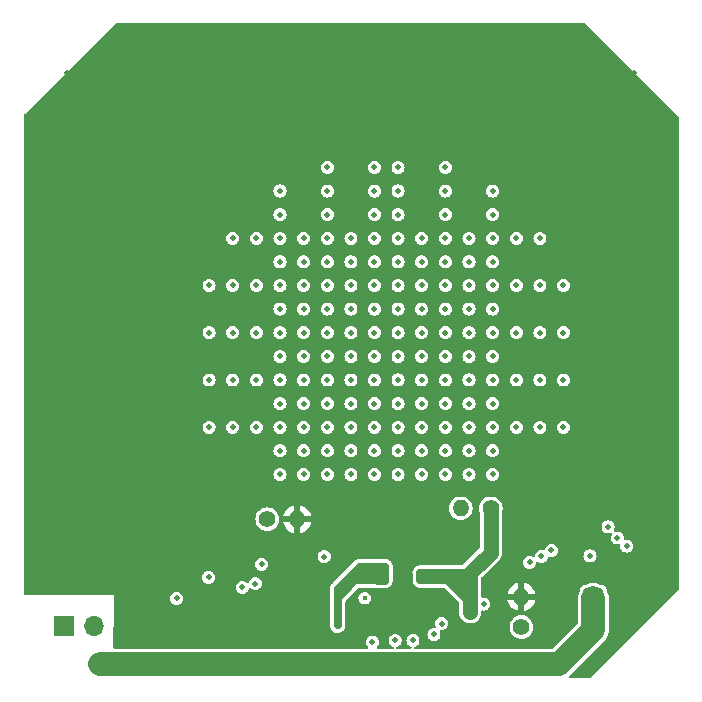
<source format=gbr>
G04 #@! TF.GenerationSoftware,KiCad,Pcbnew,(6.0.0)*
G04 #@! TF.CreationDate,2022-03-25T20:35:40+08:00*
G04 #@! TF.ProjectId,WirelessPower,57697265-6c65-4737-9350-6f7765722e6b,rev?*
G04 #@! TF.SameCoordinates,Original*
G04 #@! TF.FileFunction,Copper,L4,Bot*
G04 #@! TF.FilePolarity,Positive*
%FSLAX46Y46*%
G04 Gerber Fmt 4.6, Leading zero omitted, Abs format (unit mm)*
G04 Created by KiCad (PCBNEW (6.0.0)) date 2022-03-25 20:35:40*
%MOMM*%
%LPD*%
G01*
G04 APERTURE LIST*
G04 #@! TA.AperFunction,ComponentPad*
%ADD10R,1.700000X1.700000*%
G04 #@! TD*
G04 #@! TA.AperFunction,ComponentPad*
%ADD11O,1.700000X1.700000*%
G04 #@! TD*
G04 #@! TA.AperFunction,ComponentPad*
%ADD12C,1.400000*%
G04 #@! TD*
G04 #@! TA.AperFunction,ComponentPad*
%ADD13O,1.400000X1.400000*%
G04 #@! TD*
G04 #@! TA.AperFunction,ViaPad*
%ADD14C,0.500000*%
G04 #@! TD*
G04 #@! TA.AperFunction,ViaPad*
%ADD15C,0.450000*%
G04 #@! TD*
G04 #@! TA.AperFunction,Conductor*
%ADD16C,0.500000*%
G04 #@! TD*
G04 #@! TA.AperFunction,Conductor*
%ADD17C,2.000000*%
G04 #@! TD*
G04 #@! TA.AperFunction,Conductor*
%ADD18C,0.700000*%
G04 #@! TD*
G04 #@! TA.AperFunction,Conductor*
%ADD19C,1.260000*%
G04 #@! TD*
G04 APERTURE END LIST*
D10*
G04 #@! TO.P,J5,1,Pin_1*
G04 #@! TO.N,BAT+*
X135250000Y-121090000D03*
D11*
G04 #@! TO.P,J5,2,Pin_2*
G04 #@! TO.N,BAT-*
X137790000Y-121090000D03*
G04 #@! TD*
D12*
G04 #@! TO.P,J6,1,Pin_1*
G04 #@! TO.N,Net-(C15-Pad2)*
X171410000Y-111140000D03*
D13*
G04 #@! TO.P,J6,2,Pin_2*
G04 #@! TO.N,Net-(C1-Pad1)*
X168870000Y-111140000D03*
G04 #@! TD*
D12*
G04 #@! TO.P,TH1,1*
G04 #@! TO.N,Net-(TH1-Pad1)*
X174010000Y-121180000D03*
D13*
G04 #@! TO.P,TH1,2*
G04 #@! TO.N,GND*
X174010000Y-118640000D03*
G04 #@! TD*
D12*
G04 #@! TO.P,TH2,1*
G04 #@! TO.N,Net-(TH2-Pad1)*
X152490000Y-112060000D03*
D13*
G04 #@! TO.P,TH2,2*
G04 #@! TO.N,GND*
X155030000Y-112060000D03*
G04 #@! TD*
D14*
G04 #@! TO.N,GND*
X153970000Y-116060000D03*
X152970000Y-122540000D03*
X135570000Y-74270000D03*
D15*
X164040000Y-118280000D03*
X164640000Y-118280000D03*
X163440000Y-118880000D03*
X164040000Y-118880000D03*
X164640000Y-118880000D03*
X163440000Y-119480000D03*
X164040000Y-119480000D03*
X164640000Y-119480000D03*
X163440000Y-120080000D03*
X164040000Y-120080000D03*
X164640000Y-120080000D03*
X163440000Y-120680000D03*
X164040000Y-120680000D03*
X164640000Y-120680000D03*
D14*
X147130000Y-118430000D03*
X148130000Y-118430000D03*
X149130000Y-118430000D03*
X146130000Y-119430000D03*
X147130000Y-119430000D03*
X148130000Y-119430000D03*
X149130000Y-119430000D03*
X146130000Y-120430000D03*
X147130000Y-120430000D03*
X148130000Y-120430000D03*
X149130000Y-120430000D03*
X146130000Y-121430000D03*
X147130000Y-121430000D03*
X148130000Y-121430000D03*
X149130000Y-121430000D03*
X147130000Y-122420000D03*
X146130000Y-122420000D03*
X149130000Y-122420000D03*
X148130000Y-122420000D03*
X145110000Y-120430000D03*
X145110000Y-121430000D03*
X145110000Y-122420000D03*
X153970000Y-122540000D03*
X154970000Y-122540000D03*
X155970000Y-122540000D03*
X156970000Y-122540000D03*
X157970000Y-122540000D03*
X158970000Y-122540000D03*
D15*
X163440000Y-118280000D03*
D14*
X137570000Y-74270000D03*
X139570000Y-74270000D03*
X141570000Y-74270000D03*
X143570000Y-74270000D03*
X145570000Y-74270000D03*
X147570000Y-74270000D03*
X149570000Y-74270000D03*
X151570000Y-74270000D03*
X153570000Y-74270000D03*
X155570000Y-74270000D03*
X157570000Y-74270000D03*
X159570000Y-74270000D03*
X161570000Y-74270000D03*
X163570000Y-74270000D03*
X165570000Y-74270000D03*
X167570000Y-74270000D03*
X169570000Y-74270000D03*
X171570000Y-74270000D03*
X173570000Y-74270000D03*
X175570000Y-74270000D03*
X177570000Y-74270000D03*
X179570000Y-74270000D03*
X181570000Y-74270000D03*
X183570000Y-74270000D03*
X183570000Y-76270000D03*
X181570000Y-76270000D03*
X179570000Y-76270000D03*
X177570000Y-76270000D03*
X175570000Y-76270000D03*
X173570000Y-76270000D03*
X171570000Y-76270000D03*
X169570000Y-76270000D03*
X167570000Y-76270000D03*
X165570000Y-76270000D03*
X163570000Y-76270000D03*
X161570000Y-76270000D03*
X159570000Y-76270000D03*
X157570000Y-76270000D03*
X155570000Y-76270000D03*
X153570000Y-76270000D03*
X151570000Y-76270000D03*
X149570000Y-76270000D03*
X147570000Y-76270000D03*
X145570000Y-76270000D03*
X143570000Y-76270000D03*
X141570000Y-76270000D03*
X139570000Y-76270000D03*
X137570000Y-76270000D03*
X135570000Y-76270000D03*
X135570000Y-78270000D03*
X137570000Y-78270000D03*
X139570000Y-78270000D03*
X141570000Y-78270000D03*
X143570000Y-78270000D03*
X145570000Y-78270000D03*
X147570000Y-78270000D03*
X149570000Y-78270000D03*
X151570000Y-78270000D03*
X153570000Y-78270000D03*
X155570000Y-78270000D03*
X157570000Y-78270000D03*
X159570000Y-78270000D03*
X161570000Y-78270000D03*
X163570000Y-78270000D03*
X165570000Y-78270000D03*
X167570000Y-78270000D03*
X169570000Y-78270000D03*
X171570000Y-78270000D03*
X173570000Y-78270000D03*
X175570000Y-78270000D03*
X177570000Y-78270000D03*
X179570000Y-78270000D03*
X181570000Y-78270000D03*
X183570000Y-78270000D03*
X183570000Y-80270000D03*
X181570000Y-80270000D03*
X179570000Y-80270000D03*
X177570000Y-80270000D03*
X175570000Y-80270000D03*
X173570000Y-80270000D03*
X171570000Y-80270000D03*
X169570000Y-80270000D03*
X167570000Y-80270000D03*
X165570000Y-80270000D03*
X163570000Y-80270000D03*
X161570000Y-80270000D03*
X159570000Y-80270000D03*
X157570000Y-80270000D03*
X155570000Y-80270000D03*
X153570000Y-80270000D03*
X151570000Y-80270000D03*
X149570000Y-80270000D03*
X147570000Y-80270000D03*
X145570000Y-80270000D03*
X143570000Y-80270000D03*
X141570000Y-80270000D03*
X139570000Y-80270000D03*
X137570000Y-80270000D03*
X135570000Y-80270000D03*
X135570000Y-82270000D03*
X137570000Y-82270000D03*
X139570000Y-82270000D03*
X141570000Y-82270000D03*
X143570000Y-82270000D03*
X145570000Y-82270000D03*
X147570000Y-82270000D03*
X149570000Y-82270000D03*
X151570000Y-82270000D03*
X153570000Y-82270000D03*
X155570000Y-82270000D03*
X159570000Y-82270000D03*
X165570000Y-82270000D03*
X169570000Y-82270000D03*
X171570000Y-82270000D03*
X173570000Y-82270000D03*
X175570000Y-82270000D03*
X177570000Y-82270000D03*
X179570000Y-82270000D03*
X181570000Y-82270000D03*
X183570000Y-82270000D03*
X183570000Y-84270000D03*
X181570000Y-84270000D03*
X179570000Y-84270000D03*
X177570000Y-84270000D03*
X175570000Y-84270000D03*
X173570000Y-84270000D03*
X169570000Y-84270000D03*
X165570000Y-84270000D03*
X159570000Y-84270000D03*
X155570000Y-84270000D03*
X151570000Y-84270000D03*
X149570000Y-84270000D03*
X147570000Y-84270000D03*
X145570000Y-84270000D03*
X143570000Y-84270000D03*
X141570000Y-84270000D03*
X139570000Y-84270000D03*
X137570000Y-84270000D03*
X135570000Y-84270000D03*
X135570000Y-86270000D03*
X137570000Y-86270000D03*
X139570000Y-86270000D03*
X141570000Y-86270000D03*
X143570000Y-86270000D03*
X145570000Y-86270000D03*
X147570000Y-86270000D03*
X149570000Y-86270000D03*
X151570000Y-86270000D03*
X155570000Y-86270000D03*
X159570000Y-86270000D03*
X165570000Y-86270000D03*
X169570000Y-86270000D03*
X173570000Y-86270000D03*
X175570000Y-86270000D03*
X177570000Y-86270000D03*
X179570000Y-86270000D03*
X181570000Y-86270000D03*
X183570000Y-86270000D03*
X183570000Y-88270000D03*
X181570000Y-88270000D03*
X179570000Y-88270000D03*
X177570000Y-88270000D03*
X147570000Y-88270000D03*
X145570000Y-88270000D03*
X143570000Y-88270000D03*
X141570000Y-88270000D03*
X139570000Y-88270000D03*
X137570000Y-88270000D03*
X135570000Y-88270000D03*
X135570000Y-90270000D03*
X137570000Y-90270000D03*
X139570000Y-90270000D03*
X141570000Y-90270000D03*
X143570000Y-90270000D03*
X145570000Y-90270000D03*
X147570000Y-90270000D03*
X149570000Y-90270000D03*
X151570000Y-90270000D03*
X173570000Y-90270000D03*
X175570000Y-90270000D03*
X177570000Y-90270000D03*
X179570000Y-90270000D03*
X181570000Y-90270000D03*
X183570000Y-90270000D03*
X183570000Y-92270000D03*
X181570000Y-92270000D03*
X179570000Y-92270000D03*
X145570000Y-92270000D03*
X143570000Y-92270000D03*
X141570000Y-92270000D03*
X139570000Y-92270000D03*
X137570000Y-92270000D03*
X135570000Y-92270000D03*
X135570000Y-94270000D03*
X137570000Y-94270000D03*
X139570000Y-94270000D03*
X141570000Y-94270000D03*
X143570000Y-94270000D03*
X145570000Y-94270000D03*
X147570000Y-94270000D03*
X149570000Y-94270000D03*
X151570000Y-94270000D03*
X173570000Y-94270000D03*
X175570000Y-94270000D03*
X177570000Y-94270000D03*
X179570000Y-94270000D03*
X181570000Y-94270000D03*
X183570000Y-94270000D03*
X183570000Y-96270000D03*
X181570000Y-96270000D03*
X179570000Y-96270000D03*
X145570000Y-96270000D03*
X143570000Y-96270000D03*
X141570000Y-96270000D03*
X139570000Y-96270000D03*
X137570000Y-96270000D03*
X135570000Y-96270000D03*
X135570000Y-98270000D03*
X137570000Y-98270000D03*
X139570000Y-98270000D03*
X141570000Y-98270000D03*
X143570000Y-98270000D03*
X145570000Y-98270000D03*
X147570000Y-98270000D03*
X149570000Y-98270000D03*
X151570000Y-98270000D03*
X173570000Y-98270000D03*
X175570000Y-98270000D03*
X177570000Y-98270000D03*
X179570000Y-98270000D03*
X181570000Y-98270000D03*
X183570000Y-98270000D03*
X183570000Y-100270000D03*
X181570000Y-100270000D03*
X179570000Y-100270000D03*
X145570000Y-100270000D03*
X143570000Y-100270000D03*
X141570000Y-100270000D03*
X139570000Y-100270000D03*
X137570000Y-100270000D03*
X135570000Y-100270000D03*
X135570000Y-102270000D03*
X137570000Y-102270000D03*
X139570000Y-102270000D03*
X141570000Y-102270000D03*
X143570000Y-102270000D03*
X145570000Y-102270000D03*
X147570000Y-102270000D03*
X149570000Y-102270000D03*
X151570000Y-102270000D03*
X173570000Y-102270000D03*
X175570000Y-102270000D03*
X177570000Y-102270000D03*
X179570000Y-102270000D03*
X181570000Y-102270000D03*
X183570000Y-102270000D03*
X183570000Y-104270000D03*
X181570000Y-104270000D03*
X179570000Y-104270000D03*
X145570000Y-104270000D03*
X143570000Y-104270000D03*
X141570000Y-104270000D03*
X139570000Y-104270000D03*
X137570000Y-104270000D03*
X135570000Y-104270000D03*
X135570000Y-106270000D03*
X137570000Y-106270000D03*
X139570000Y-106270000D03*
X141570000Y-106270000D03*
X143570000Y-106270000D03*
X145570000Y-106270000D03*
X147570000Y-106270000D03*
X149570000Y-106270000D03*
X151570000Y-106270000D03*
X173570000Y-106270000D03*
X175570000Y-106270000D03*
X177570000Y-106270000D03*
X179570000Y-106270000D03*
X181570000Y-106270000D03*
X183570000Y-106270000D03*
X183570000Y-108270000D03*
X181570000Y-108270000D03*
X179570000Y-108270000D03*
X177570000Y-108270000D03*
X175570000Y-108270000D03*
X173570000Y-108270000D03*
X151570000Y-108270000D03*
X149570000Y-108270000D03*
X147570000Y-108270000D03*
X145570000Y-108270000D03*
X143570000Y-108270000D03*
X141570000Y-108270000D03*
X139570000Y-108270000D03*
X137570000Y-108270000D03*
X135570000Y-108270000D03*
X153570000Y-116560000D03*
X153970000Y-117060000D03*
X146130000Y-118430000D03*
D15*
G04 #@! TO.N,BAT+*
X179500000Y-118160000D03*
D14*
X140036250Y-124720000D03*
X141412500Y-124720000D03*
X142788750Y-124720000D03*
X144165000Y-124720000D03*
X145541250Y-124720000D03*
X146917500Y-124720000D03*
X148293750Y-124720000D03*
X149670000Y-124690000D03*
X144825000Y-124020000D03*
X147577500Y-124020000D03*
X150330000Y-123990000D03*
X148953750Y-124020000D03*
X146201250Y-124020000D03*
X142072500Y-124020000D03*
X139320000Y-124020000D03*
X143448750Y-124020000D03*
X140696250Y-124020000D03*
D15*
X180100000Y-118160000D03*
X180700000Y-118160000D03*
X179500000Y-118760000D03*
X180100000Y-118760000D03*
X180700000Y-118760000D03*
X179500000Y-119360000D03*
X180100000Y-119360000D03*
X180700000Y-119360000D03*
D14*
X137990000Y-124000000D03*
X138660000Y-124720000D03*
G04 #@! TO.N,Net-(C1-Pad2)*
X158450000Y-121040000D03*
X158450000Y-120475000D03*
X161860000Y-116660000D03*
X162450000Y-116660000D03*
X161860000Y-117255000D03*
X162450000Y-117255000D03*
X161860000Y-116065000D03*
X158450000Y-119910000D03*
X162450000Y-116065000D03*
G04 #@! TO.N,Net-(C1-Pad1)*
X157570000Y-82270000D03*
X161570000Y-82270000D03*
X163570000Y-82270000D03*
X167570000Y-82270000D03*
X171570000Y-84270000D03*
X167570000Y-84270000D03*
X163570000Y-84270000D03*
X161570000Y-84270000D03*
X157570000Y-84270000D03*
X153570000Y-84270000D03*
X153570000Y-86270000D03*
X157570000Y-86270000D03*
X161570000Y-86270000D03*
X163570000Y-86270000D03*
X167570000Y-86270000D03*
X171570000Y-86270000D03*
X175570000Y-88270000D03*
X173570000Y-88270000D03*
X171570000Y-88270000D03*
X169570000Y-88270000D03*
X167570000Y-88270000D03*
X165570000Y-88270000D03*
X163570000Y-88270000D03*
X161570000Y-88270000D03*
X159570000Y-88270000D03*
X157570000Y-88270000D03*
X155570000Y-88270000D03*
X153570000Y-88270000D03*
X151570000Y-88270000D03*
X149570000Y-88270000D03*
X153570000Y-90270000D03*
X155570000Y-90270000D03*
X157570000Y-90270000D03*
X159570000Y-90270000D03*
X161570000Y-90270000D03*
X163570000Y-90270000D03*
X165570000Y-90270000D03*
X167570000Y-90270000D03*
X169570000Y-90270000D03*
X171570000Y-90270000D03*
X177570000Y-92270000D03*
X175570000Y-92270000D03*
X173570000Y-92270000D03*
X171570000Y-92270000D03*
X169570000Y-92270000D03*
X167570000Y-92270000D03*
X165570000Y-92270000D03*
X163570000Y-92270000D03*
X161570000Y-92270000D03*
X159570000Y-92270000D03*
X157570000Y-92270000D03*
X155570000Y-92270000D03*
X153570000Y-92270000D03*
X151570000Y-92270000D03*
X149570000Y-92270000D03*
X147570000Y-92270000D03*
X153570000Y-94270000D03*
X155570000Y-94270000D03*
X157570000Y-94270000D03*
X159570000Y-94270000D03*
X161570000Y-94270000D03*
X163570000Y-94270000D03*
X165570000Y-94270000D03*
X167570000Y-94270000D03*
X169570000Y-94270000D03*
X171570000Y-94270000D03*
X177570000Y-96270000D03*
X175570000Y-96270000D03*
X173570000Y-96270000D03*
X171570000Y-96270000D03*
X169570000Y-96270000D03*
X167570000Y-96270000D03*
X165570000Y-96270000D03*
X163570000Y-96270000D03*
X161570000Y-96270000D03*
X159570000Y-96270000D03*
X157570000Y-96270000D03*
X155570000Y-96270000D03*
X153570000Y-96270000D03*
X151570000Y-96270000D03*
X149570000Y-96270000D03*
X147570000Y-96270000D03*
X153570000Y-98270000D03*
X155570000Y-98270000D03*
X157570000Y-98270000D03*
X159570000Y-98270000D03*
X161570000Y-98270000D03*
X163570000Y-98270000D03*
X165570000Y-98270000D03*
X167570000Y-98270000D03*
X169570000Y-98270000D03*
X171570000Y-98270000D03*
X177570000Y-100270000D03*
X175570000Y-100270000D03*
X173570000Y-100270000D03*
X171570000Y-100270000D03*
X169570000Y-100270000D03*
X167570000Y-100270000D03*
X165570000Y-100270000D03*
X163570000Y-100270000D03*
X161570000Y-100270000D03*
X159570000Y-100270000D03*
X157570000Y-100270000D03*
X155570000Y-100270000D03*
X153570000Y-100270000D03*
X151570000Y-100270000D03*
X149570000Y-100270000D03*
X147570000Y-100270000D03*
X153570000Y-102270000D03*
X155570000Y-102270000D03*
X157570000Y-102270000D03*
X159570000Y-102270000D03*
X161570000Y-102270000D03*
X163570000Y-102270000D03*
X165570000Y-102270000D03*
X167570000Y-102270000D03*
X169570000Y-102270000D03*
X171570000Y-102270000D03*
X177570000Y-104270000D03*
X175570000Y-104270000D03*
X173570000Y-104270000D03*
X171570000Y-104270000D03*
X169570000Y-104270000D03*
X167570000Y-104270000D03*
X165570000Y-104270000D03*
X163570000Y-104270000D03*
X161570000Y-104270000D03*
X159570000Y-104270000D03*
X157570000Y-104270000D03*
X155570000Y-104270000D03*
X153570000Y-104270000D03*
X151570000Y-104270000D03*
X149570000Y-104270000D03*
X147570000Y-104270000D03*
X153570000Y-106270000D03*
X155570000Y-106270000D03*
X157570000Y-106270000D03*
X159570000Y-106270000D03*
X161570000Y-106270000D03*
X163570000Y-106270000D03*
X165570000Y-106270000D03*
X167570000Y-106270000D03*
X169570000Y-106270000D03*
X171570000Y-106270000D03*
X171570000Y-108270000D03*
X169570000Y-108270000D03*
X167570000Y-108270000D03*
X165570000Y-108270000D03*
X163570000Y-108270000D03*
X161570000Y-108270000D03*
X159570000Y-108270000D03*
X157570000Y-108270000D03*
X155570000Y-108270000D03*
X153570000Y-108270000D03*
G04 #@! TO.N,Net-(R1-Pad1)*
X170800000Y-119240000D03*
X167260000Y-120900000D03*
G04 #@! TO.N,BAT_ISET*
X176540000Y-114710000D03*
X152010000Y-115870000D03*
G04 #@! TO.N,Net-(TH1-Pad1)*
X166600000Y-121810000D03*
G04 #@! TO.N,Net-(TH2-Pad1)*
X151469993Y-117510007D03*
G04 #@! TO.N,Net-(U1-Pad2)*
X144830000Y-118760000D03*
X147535000Y-116970000D03*
D15*
G04 #@! TO.N,REG_power*
X160735000Y-118740000D03*
D14*
X179820000Y-115170000D03*
G04 #@! TO.N,REG_EN2*
X164820000Y-122310000D03*
X181350000Y-112710000D03*
G04 #@! TO.N,REG_EN1*
X163320000Y-122310000D03*
X182140000Y-113640000D03*
G04 #@! TO.N,REG_CHG*
X182920000Y-114330000D03*
X161400000Y-122460000D03*
G04 #@! TO.N,BAT_PG*
X175700000Y-115210000D03*
X157310000Y-115240000D03*
G04 #@! TO.N,BAT_CHG*
X174710000Y-115710000D03*
X150370000Y-117820000D03*
G04 #@! TO.N,Net-(C15-Pad2)*
X169680000Y-119940000D03*
X165440000Y-117220000D03*
X165990000Y-116620000D03*
X165440000Y-116620000D03*
X169680000Y-119230000D03*
X169680000Y-118520000D03*
X165990000Y-117220000D03*
G04 #@! TD*
D16*
G04 #@! TO.N,BAT+*
X180440000Y-119460000D02*
X180440000Y-118260000D01*
X179810000Y-119510000D02*
X179810000Y-118310000D01*
D17*
X177210000Y-124330000D02*
X180100000Y-121440000D01*
D16*
X180700000Y-118760000D02*
X179500000Y-118760000D01*
D17*
X138290000Y-124330000D02*
X177210000Y-124330000D01*
X180100000Y-121440000D02*
X180100000Y-118760000D01*
D16*
X180700000Y-118160000D02*
X179500000Y-118160000D01*
X179500000Y-118160000D02*
X179500000Y-119360000D01*
X179500000Y-119360000D02*
X180700000Y-119360000D01*
X180700000Y-119360000D02*
X180700000Y-118160000D01*
X180100000Y-118160000D02*
X180100000Y-119360000D01*
D18*
G04 #@! TO.N,Net-(C1-Pad2)*
X161960000Y-117240000D02*
X159935000Y-117240000D01*
X158450000Y-117970000D02*
X158450000Y-121040000D01*
X159935000Y-117240000D02*
X158450000Y-118725000D01*
X162450000Y-116065000D02*
X162450000Y-117255000D01*
X162450000Y-117255000D02*
X161860000Y-117255000D01*
X161860000Y-116065000D02*
X162450000Y-116065000D01*
X162010000Y-116065000D02*
X160355000Y-116065000D01*
X158450000Y-117970000D02*
X158450000Y-117990000D01*
X160355000Y-116065000D02*
X158450000Y-117970000D01*
X161860000Y-116065000D02*
X161860000Y-117255000D01*
X161637500Y-116665000D02*
X159982500Y-116665000D01*
D19*
G04 #@! TO.N,Net-(C15-Pad2)*
X169590000Y-118670000D02*
X167860000Y-116940000D01*
D18*
X165440000Y-117220000D02*
X169380000Y-117220000D01*
X165440000Y-116620000D02*
X165440000Y-117220000D01*
X169380000Y-117220000D02*
X169680000Y-117520000D01*
D19*
X169680000Y-119940000D02*
X169680000Y-117520000D01*
D18*
X169150000Y-116990000D02*
X169680000Y-117520000D01*
D19*
X171410000Y-114890000D02*
X171410000Y-111140000D01*
D18*
X165440000Y-116620000D02*
X169680000Y-116620000D01*
D19*
X170080000Y-116220000D02*
X171410000Y-114890000D01*
D18*
X169910000Y-116390000D02*
X170080000Y-116220000D01*
D19*
X169680000Y-116620000D02*
X171410000Y-114890000D01*
X169680000Y-117520000D02*
X169680000Y-116620000D01*
G04 #@! TD*
G04 #@! TA.AperFunction,Conductor*
G04 #@! TO.N,GND*
G36*
X179467181Y-70108906D02*
G01*
X179478994Y-70118995D01*
X187281004Y-77921004D01*
X187308781Y-77975521D01*
X187310000Y-77991008D01*
X187310001Y-118028990D01*
X187291094Y-118087181D01*
X187281005Y-118098994D01*
X179918996Y-125461004D01*
X179864479Y-125488781D01*
X179848992Y-125490000D01*
X178128194Y-125490000D01*
X178070003Y-125471093D01*
X178034039Y-125421593D01*
X178034039Y-125360407D01*
X178058190Y-125320996D01*
X178210047Y-125169139D01*
X178210049Y-125169136D01*
X180939137Y-122440048D01*
X180939139Y-122440047D01*
X181100047Y-122279139D01*
X181130262Y-122235987D01*
X181135520Y-122229135D01*
X181166598Y-122192098D01*
X181166599Y-122192097D01*
X181169377Y-122188786D01*
X181171534Y-122185049D01*
X181171543Y-122185037D01*
X181195722Y-122143157D01*
X181200362Y-122135873D01*
X181228091Y-122096271D01*
X181230568Y-122092734D01*
X181232951Y-122087625D01*
X181252827Y-122045000D01*
X181256805Y-122037357D01*
X181283156Y-121991715D01*
X181284633Y-121987656D01*
X181284638Y-121987646D01*
X181301174Y-121942214D01*
X181304478Y-121934237D01*
X181324912Y-121890415D01*
X181324914Y-121890411D01*
X181326739Y-121886496D01*
X181340375Y-121835608D01*
X181342971Y-121827374D01*
X181346953Y-121816433D01*
X181360985Y-121777880D01*
X181370133Y-121726002D01*
X181372001Y-121717575D01*
X181384516Y-121670869D01*
X181384516Y-121670867D01*
X181385635Y-121666692D01*
X181390225Y-121614228D01*
X181391352Y-121605666D01*
X181399751Y-121558033D01*
X181399751Y-121558032D01*
X181400501Y-121553779D01*
X181400501Y-121326221D01*
X181400500Y-121326215D01*
X181400500Y-118703216D01*
X181400311Y-118701061D01*
X181400311Y-118701050D01*
X181386012Y-118537619D01*
X181385635Y-118533308D01*
X181326739Y-118313504D01*
X181286485Y-118227179D01*
X181263344Y-118177553D01*
X181256169Y-118138471D01*
X181254509Y-118138575D01*
X181254086Y-118131842D01*
X181254580Y-118125109D01*
X181247767Y-118091319D01*
X181243706Y-118071182D01*
X181242669Y-118065049D01*
X181237889Y-118030156D01*
X181235206Y-118010568D01*
X181232369Y-118004011D01*
X181226180Y-117984266D01*
X181224767Y-117977257D01*
X181199791Y-117928238D01*
X181197148Y-117922621D01*
X181177984Y-117878335D01*
X181177983Y-117878333D01*
X181175305Y-117872145D01*
X181171059Y-117866901D01*
X181170810Y-117866593D01*
X181159537Y-117849233D01*
X181159359Y-117848883D01*
X181159355Y-117848877D01*
X181156293Y-117842868D01*
X181151729Y-117837905D01*
X181151725Y-117837899D01*
X181119050Y-117802365D01*
X181114987Y-117797658D01*
X181089184Y-117765795D01*
X181080386Y-117754930D01*
X181074885Y-117751021D01*
X181074880Y-117751016D01*
X181074560Y-117750789D01*
X181059036Y-117737102D01*
X181058771Y-117736814D01*
X181054201Y-117731844D01*
X181048465Y-117728287D01*
X181048463Y-117728286D01*
X181007452Y-117702858D01*
X181002272Y-117699417D01*
X180962942Y-117671466D01*
X180962938Y-117671464D01*
X180957442Y-117667558D01*
X180950715Y-117665136D01*
X180932085Y-117656129D01*
X180931752Y-117655922D01*
X180931749Y-117655920D01*
X180926014Y-117652365D01*
X180873181Y-117637015D01*
X180867304Y-117635106D01*
X180815532Y-117616467D01*
X180808460Y-117615948D01*
X180808409Y-117615944D01*
X180788036Y-117612279D01*
X180781175Y-117610285D01*
X180774542Y-117609798D01*
X180772286Y-117609632D01*
X180772279Y-117609632D01*
X180770485Y-117609500D01*
X180731940Y-117609500D01*
X180690101Y-117600224D01*
X180550420Y-117535090D01*
X180550412Y-117535087D01*
X180546496Y-117533261D01*
X180542324Y-117532143D01*
X180330869Y-117475484D01*
X180330867Y-117475484D01*
X180326692Y-117474365D01*
X180100000Y-117454532D01*
X179873308Y-117474365D01*
X179869133Y-117475484D01*
X179869131Y-117475484D01*
X179764298Y-117503574D01*
X179653504Y-117533261D01*
X179636022Y-117541413D01*
X179517553Y-117596656D01*
X179478471Y-117603831D01*
X179478575Y-117605491D01*
X179471842Y-117605914D01*
X179465109Y-117605420D01*
X179458494Y-117606754D01*
X179458492Y-117606754D01*
X179411182Y-117616294D01*
X179405049Y-117617331D01*
X179350568Y-117624794D01*
X179344011Y-117627631D01*
X179324266Y-117633820D01*
X179317257Y-117635233D01*
X179268238Y-117660209D01*
X179262621Y-117662852D01*
X179218335Y-117682016D01*
X179218333Y-117682017D01*
X179212145Y-117684695D01*
X179206903Y-117688940D01*
X179206901Y-117688941D01*
X179206593Y-117689190D01*
X179189233Y-117700463D01*
X179188883Y-117700641D01*
X179188877Y-117700645D01*
X179182868Y-117703707D01*
X179177905Y-117708271D01*
X179177899Y-117708275D01*
X179142365Y-117740950D01*
X179137658Y-117745013D01*
X179127242Y-117753448D01*
X179094930Y-117779614D01*
X179091021Y-117785115D01*
X179091016Y-117785120D01*
X179090789Y-117785440D01*
X179077102Y-117800964D01*
X179071844Y-117805799D01*
X179068287Y-117811535D01*
X179068286Y-117811537D01*
X179042858Y-117852548D01*
X179039417Y-117857728D01*
X179011466Y-117897058D01*
X179011464Y-117897062D01*
X179007558Y-117902558D01*
X179005244Y-117908985D01*
X179005136Y-117909285D01*
X178996129Y-117927915D01*
X178995922Y-117928248D01*
X178995922Y-117928249D01*
X178992365Y-117933986D01*
X178977760Y-117984259D01*
X178977020Y-117986805D01*
X178975106Y-117992696D01*
X178956467Y-118044468D01*
X178955973Y-118051202D01*
X178955944Y-118051591D01*
X178952279Y-118071964D01*
X178950285Y-118078825D01*
X178949500Y-118089515D01*
X178949500Y-118128060D01*
X178940224Y-118169899D01*
X178875090Y-118309580D01*
X178875089Y-118309584D01*
X178873261Y-118313504D01*
X178872143Y-118317675D01*
X178872143Y-118317676D01*
X178854855Y-118382198D01*
X178814365Y-118533308D01*
X178813988Y-118537619D01*
X178799689Y-118701050D01*
X178799689Y-118701061D01*
X178799500Y-118703216D01*
X178799500Y-120860307D01*
X178780593Y-120918498D01*
X178770504Y-120930311D01*
X176700311Y-123000504D01*
X176645794Y-123028281D01*
X176630307Y-123029500D01*
X165019204Y-123029500D01*
X164961013Y-123010593D01*
X164925049Y-122961093D01*
X164925049Y-122899907D01*
X164961013Y-122850407D01*
X164981319Y-122839036D01*
X165091627Y-122793346D01*
X165091631Y-122793344D01*
X165097625Y-122790861D01*
X165212621Y-122702621D01*
X165300861Y-122587625D01*
X165356330Y-122453709D01*
X165358129Y-122440049D01*
X165374403Y-122316433D01*
X165375250Y-122310000D01*
X165358798Y-122185037D01*
X165357177Y-122172722D01*
X165357176Y-122172720D01*
X165356330Y-122166291D01*
X165300861Y-122032375D01*
X165212621Y-121917379D01*
X165097625Y-121829139D01*
X165051419Y-121810000D01*
X166044750Y-121810000D01*
X166045597Y-121816433D01*
X166062157Y-121942214D01*
X166063670Y-121953709D01*
X166119139Y-122087625D01*
X166207379Y-122202621D01*
X166322375Y-122290861D01*
X166456291Y-122346330D01*
X166462720Y-122347176D01*
X166462722Y-122347177D01*
X166593567Y-122364403D01*
X166600000Y-122365250D01*
X166606433Y-122364403D01*
X166737278Y-122347177D01*
X166737280Y-122347176D01*
X166743709Y-122346330D01*
X166877625Y-122290861D01*
X166992621Y-122202621D01*
X167080861Y-122087625D01*
X167136330Y-121953709D01*
X167137844Y-121942214D01*
X167154403Y-121816433D01*
X167155250Y-121810000D01*
X167139874Y-121693209D01*
X167137177Y-121672722D01*
X167137176Y-121672720D01*
X167136330Y-121666291D01*
X167102359Y-121584276D01*
X167097558Y-121523281D01*
X167129528Y-121471112D01*
X167186056Y-121447697D01*
X167206745Y-121448239D01*
X167253566Y-121454403D01*
X167253567Y-121454403D01*
X167260000Y-121455250D01*
X167266433Y-121454403D01*
X167397278Y-121437177D01*
X167397280Y-121437176D01*
X167403709Y-121436330D01*
X167537625Y-121380861D01*
X167608841Y-121326215D01*
X167647472Y-121296572D01*
X167652621Y-121292621D01*
X167740861Y-121177625D01*
X167745691Y-121165963D01*
X173004757Y-121165963D01*
X173006169Y-121182774D01*
X173020704Y-121355871D01*
X173021175Y-121361483D01*
X173022508Y-121366131D01*
X173022508Y-121366132D01*
X173068702Y-121527226D01*
X173075258Y-121550091D01*
X173077473Y-121554401D01*
X173162731Y-121720296D01*
X173162734Y-121720300D01*
X173164944Y-121724601D01*
X173286818Y-121878369D01*
X173290505Y-121881507D01*
X173290507Y-121881509D01*
X173432550Y-122002397D01*
X173432555Y-122002400D01*
X173436238Y-122005535D01*
X173440460Y-122007895D01*
X173440465Y-122007898D01*
X173539826Y-122063428D01*
X173607513Y-122101257D01*
X173708549Y-122134086D01*
X173789513Y-122160393D01*
X173789516Y-122160394D01*
X173794118Y-122161889D01*
X173988946Y-122185121D01*
X173993768Y-122184750D01*
X173993771Y-122184750D01*
X174179748Y-122170440D01*
X174179753Y-122170439D01*
X174184576Y-122170068D01*
X174373556Y-122117303D01*
X174377869Y-122115124D01*
X174377875Y-122115122D01*
X174544368Y-122031020D01*
X174544370Y-122031018D01*
X174548689Y-122028837D01*
X174575490Y-122007898D01*
X174699487Y-121911022D01*
X174699491Y-121911018D01*
X174703303Y-121908040D01*
X174718517Y-121890415D01*
X174828345Y-121763177D01*
X174828347Y-121763175D01*
X174831509Y-121759511D01*
X174834214Y-121754750D01*
X174926036Y-121593115D01*
X174926037Y-121593112D01*
X174928425Y-121588909D01*
X174938697Y-121558033D01*
X174988831Y-121407323D01*
X174988831Y-121407321D01*
X174990358Y-121402732D01*
X175014949Y-121208071D01*
X175015341Y-121180000D01*
X175014438Y-121170783D01*
X175001977Y-121043709D01*
X174996194Y-120984728D01*
X174939484Y-120796894D01*
X174855185Y-120638351D01*
X174849643Y-120627927D01*
X174849641Y-120627923D01*
X174847370Y-120623653D01*
X174842129Y-120617226D01*
X174726422Y-120475355D01*
X174726421Y-120475354D01*
X174723361Y-120471602D01*
X174572180Y-120346535D01*
X174399585Y-120253213D01*
X174212152Y-120195193D01*
X174207342Y-120194687D01*
X174207340Y-120194687D01*
X174021835Y-120175189D01*
X174021833Y-120175189D01*
X174017019Y-120174683D01*
X173952891Y-120180519D01*
X173826438Y-120192027D01*
X173826435Y-120192028D01*
X173821618Y-120192466D01*
X173816976Y-120193832D01*
X173816972Y-120193833D01*
X173638040Y-120246496D01*
X173638037Y-120246497D01*
X173633393Y-120247864D01*
X173459512Y-120338767D01*
X173455743Y-120341797D01*
X173455742Y-120341798D01*
X173446016Y-120349618D01*
X173306600Y-120461711D01*
X173286676Y-120485456D01*
X173183589Y-120608310D01*
X173183586Y-120608314D01*
X173180480Y-120612016D01*
X173085956Y-120783954D01*
X173084492Y-120788568D01*
X173084491Y-120788571D01*
X173047103Y-120906433D01*
X173026628Y-120970978D01*
X173026088Y-120975790D01*
X173026088Y-120975791D01*
X173009271Y-121125723D01*
X173004757Y-121165963D01*
X167745691Y-121165963D01*
X167796330Y-121043709D01*
X167805906Y-120970978D01*
X167814403Y-120906433D01*
X167815250Y-120900000D01*
X167805734Y-120827722D01*
X167797177Y-120762722D01*
X167797176Y-120762720D01*
X167796330Y-120756291D01*
X167740861Y-120622375D01*
X167652621Y-120507379D01*
X167537625Y-120419139D01*
X167403709Y-120363670D01*
X167397280Y-120362824D01*
X167397278Y-120362823D01*
X167266433Y-120345597D01*
X167260000Y-120344750D01*
X167253567Y-120345597D01*
X167122722Y-120362823D01*
X167122720Y-120362824D01*
X167116291Y-120363670D01*
X166982375Y-120419139D01*
X166867379Y-120507379D01*
X166779139Y-120622375D01*
X166723670Y-120756291D01*
X166722824Y-120762720D01*
X166722823Y-120762722D01*
X166714266Y-120827722D01*
X166704750Y-120900000D01*
X166705597Y-120906433D01*
X166714095Y-120970978D01*
X166723670Y-121043709D01*
X166726153Y-121049703D01*
X166757641Y-121125723D01*
X166762442Y-121186719D01*
X166730472Y-121238888D01*
X166673944Y-121262303D01*
X166653255Y-121261761D01*
X166606434Y-121255597D01*
X166606433Y-121255597D01*
X166600000Y-121254750D01*
X166593567Y-121255597D01*
X166462722Y-121272823D01*
X166462720Y-121272824D01*
X166456291Y-121273670D01*
X166322375Y-121329139D01*
X166207379Y-121417379D01*
X166119139Y-121532375D01*
X166063670Y-121666291D01*
X166062824Y-121672720D01*
X166062823Y-121672722D01*
X166060126Y-121693209D01*
X166044750Y-121810000D01*
X165051419Y-121810000D01*
X164963709Y-121773670D01*
X164957280Y-121772824D01*
X164957278Y-121772823D01*
X164826433Y-121755597D01*
X164820000Y-121754750D01*
X164813567Y-121755597D01*
X164682722Y-121772823D01*
X164682720Y-121772824D01*
X164676291Y-121773670D01*
X164542375Y-121829139D01*
X164427379Y-121917379D01*
X164339139Y-122032375D01*
X164283670Y-122166291D01*
X164282824Y-122172720D01*
X164282823Y-122172722D01*
X164281202Y-122185037D01*
X164264750Y-122310000D01*
X164265597Y-122316433D01*
X164281872Y-122440049D01*
X164283670Y-122453709D01*
X164339139Y-122587625D01*
X164427379Y-122702621D01*
X164542375Y-122790861D01*
X164548369Y-122793344D01*
X164548373Y-122793346D01*
X164658681Y-122839036D01*
X164705207Y-122878772D01*
X164719491Y-122938267D01*
X164696076Y-122994795D01*
X164643907Y-123026765D01*
X164620796Y-123029500D01*
X163519204Y-123029500D01*
X163461013Y-123010593D01*
X163425049Y-122961093D01*
X163425049Y-122899907D01*
X163461013Y-122850407D01*
X163481319Y-122839036D01*
X163591627Y-122793346D01*
X163591631Y-122793344D01*
X163597625Y-122790861D01*
X163712621Y-122702621D01*
X163800861Y-122587625D01*
X163856330Y-122453709D01*
X163858129Y-122440049D01*
X163874403Y-122316433D01*
X163875250Y-122310000D01*
X163858798Y-122185037D01*
X163857177Y-122172722D01*
X163857176Y-122172720D01*
X163856330Y-122166291D01*
X163800861Y-122032375D01*
X163712621Y-121917379D01*
X163597625Y-121829139D01*
X163463709Y-121773670D01*
X163457280Y-121772824D01*
X163457278Y-121772823D01*
X163326433Y-121755597D01*
X163320000Y-121754750D01*
X163313567Y-121755597D01*
X163182722Y-121772823D01*
X163182720Y-121772824D01*
X163176291Y-121773670D01*
X163042375Y-121829139D01*
X162927379Y-121917379D01*
X162839139Y-122032375D01*
X162783670Y-122166291D01*
X162782824Y-122172720D01*
X162782823Y-122172722D01*
X162781202Y-122185037D01*
X162764750Y-122310000D01*
X162765597Y-122316433D01*
X162781872Y-122440049D01*
X162783670Y-122453709D01*
X162839139Y-122587625D01*
X162927379Y-122702621D01*
X163042375Y-122790861D01*
X163048369Y-122793344D01*
X163048373Y-122793346D01*
X163158681Y-122839036D01*
X163205207Y-122878772D01*
X163219491Y-122938267D01*
X163196076Y-122994795D01*
X163143907Y-123026765D01*
X163120796Y-123029500D01*
X161853552Y-123029500D01*
X161795361Y-123010593D01*
X161759397Y-122961093D01*
X161759397Y-122899907D01*
X161783548Y-122860496D01*
X161787472Y-122856572D01*
X161792621Y-122852621D01*
X161880861Y-122737625D01*
X161936330Y-122603709D01*
X161955250Y-122460000D01*
X161942664Y-122364403D01*
X161937177Y-122322722D01*
X161937176Y-122322720D01*
X161936330Y-122316291D01*
X161880861Y-122182375D01*
X161792621Y-122067379D01*
X161677625Y-121979139D01*
X161543709Y-121923670D01*
X161537280Y-121922824D01*
X161537278Y-121922823D01*
X161406433Y-121905597D01*
X161400000Y-121904750D01*
X161393567Y-121905597D01*
X161262722Y-121922823D01*
X161262720Y-121922824D01*
X161256291Y-121923670D01*
X161122375Y-121979139D01*
X161007379Y-122067379D01*
X160919139Y-122182375D01*
X160863670Y-122316291D01*
X160862824Y-122322720D01*
X160862823Y-122322722D01*
X160857336Y-122364403D01*
X160844750Y-122460000D01*
X160863670Y-122603709D01*
X160919139Y-122737625D01*
X161007379Y-122852621D01*
X161012528Y-122856572D01*
X161016452Y-122860496D01*
X161044229Y-122915013D01*
X161034658Y-122975445D01*
X160991393Y-123018710D01*
X160946448Y-123029500D01*
X139569407Y-123029500D01*
X139511216Y-123010593D01*
X139475252Y-122961093D01*
X139470408Y-122930065D01*
X139485986Y-119383709D01*
X139488726Y-118760000D01*
X144274750Y-118760000D01*
X144275597Y-118766433D01*
X144292392Y-118894000D01*
X144293670Y-118903709D01*
X144349139Y-119037625D01*
X144437379Y-119152621D01*
X144552375Y-119240861D01*
X144686291Y-119296330D01*
X144692720Y-119297176D01*
X144692722Y-119297177D01*
X144823567Y-119314403D01*
X144830000Y-119315250D01*
X144836433Y-119314403D01*
X144967278Y-119297177D01*
X144967280Y-119297176D01*
X144973709Y-119296330D01*
X145107625Y-119240861D01*
X145222621Y-119152621D01*
X145310861Y-119037625D01*
X145366330Y-118903709D01*
X145367609Y-118894000D01*
X145384403Y-118766433D01*
X145385250Y-118760000D01*
X145377931Y-118704405D01*
X157794653Y-118704405D01*
X157795239Y-118710603D01*
X157799061Y-118751034D01*
X157799500Y-118760351D01*
X157799500Y-121080925D01*
X157805473Y-121128205D01*
X157812367Y-121182774D01*
X157814929Y-121203058D01*
X157875432Y-121355871D01*
X157972037Y-121488837D01*
X157976832Y-121492803D01*
X157976834Y-121492806D01*
X158027832Y-121534995D01*
X158098674Y-121593600D01*
X158104307Y-121596251D01*
X158104309Y-121596252D01*
X158173031Y-121628590D01*
X158247387Y-121663579D01*
X158408830Y-121694376D01*
X158490845Y-121689216D01*
X158566649Y-121684447D01*
X158566651Y-121684447D01*
X158572860Y-121684056D01*
X158578778Y-121682133D01*
X158578779Y-121682133D01*
X158723247Y-121635193D01*
X158723248Y-121635192D01*
X158729171Y-121633268D01*
X158867940Y-121545202D01*
X158872200Y-121540666D01*
X158872202Y-121540664D01*
X158976182Y-121429936D01*
X158976183Y-121429935D01*
X158980448Y-121425393D01*
X159059627Y-121281368D01*
X159100500Y-121122177D01*
X159100500Y-119035454D01*
X159119407Y-118977263D01*
X159129496Y-118965450D01*
X159354946Y-118740000D01*
X160204965Y-118740000D01*
X160223026Y-118877183D01*
X160231232Y-118896995D01*
X160273491Y-118999019D01*
X160273493Y-118999023D01*
X160275976Y-119005017D01*
X160360209Y-119114791D01*
X160469982Y-119199024D01*
X160597817Y-119251974D01*
X160604246Y-119252820D01*
X160604248Y-119252821D01*
X160728567Y-119269188D01*
X160735000Y-119270035D01*
X160741433Y-119269188D01*
X160865752Y-119252821D01*
X160865754Y-119252820D01*
X160872183Y-119251974D01*
X161000018Y-119199024D01*
X161109791Y-119114791D01*
X161194024Y-119005017D01*
X161196507Y-118999023D01*
X161196509Y-118999019D01*
X161238768Y-118896995D01*
X161246974Y-118877183D01*
X161265035Y-118740000D01*
X161246974Y-118602817D01*
X161230727Y-118563592D01*
X161196509Y-118480981D01*
X161196507Y-118480977D01*
X161194024Y-118474983D01*
X161109791Y-118365209D01*
X161000018Y-118280976D01*
X160872183Y-118228026D01*
X160865754Y-118227180D01*
X160865752Y-118227179D01*
X160741433Y-118210812D01*
X160735000Y-118209965D01*
X160728567Y-118210812D01*
X160604248Y-118227179D01*
X160604246Y-118227180D01*
X160597817Y-118228026D01*
X160558592Y-118244273D01*
X160475981Y-118278491D01*
X160475977Y-118278493D01*
X160469983Y-118280976D01*
X160360209Y-118365209D01*
X160275976Y-118474983D01*
X160273493Y-118480977D01*
X160273491Y-118480981D01*
X160239273Y-118563592D01*
X160223026Y-118602817D01*
X160204965Y-118740000D01*
X159354946Y-118740000D01*
X160175450Y-117919496D01*
X160229967Y-117891719D01*
X160245454Y-117890500D01*
X161706894Y-117890500D01*
X161731514Y-117893610D01*
X161777823Y-117905500D01*
X161789156Y-117905500D01*
X161807705Y-117907254D01*
X161818830Y-117909376D01*
X161877337Y-117905695D01*
X161883554Y-117905500D01*
X162379156Y-117905500D01*
X162397705Y-117907254D01*
X162408830Y-117909376D01*
X162467337Y-117905695D01*
X162473554Y-117905500D01*
X162490925Y-117905500D01*
X162508169Y-117903321D01*
X162514338Y-117902738D01*
X162542484Y-117900967D01*
X162566649Y-117899447D01*
X162566651Y-117899447D01*
X162572860Y-117899056D01*
X162578777Y-117897134D01*
X162578785Y-117897132D01*
X162583638Y-117895555D01*
X162601816Y-117891491D01*
X162613058Y-117890071D01*
X162618845Y-117887780D01*
X162618852Y-117887778D01*
X162667566Y-117868490D01*
X162673412Y-117866385D01*
X162707855Y-117855194D01*
X162723247Y-117850193D01*
X162723248Y-117850192D01*
X162729171Y-117848268D01*
X162734429Y-117844932D01*
X162734432Y-117844930D01*
X162738740Y-117842196D01*
X162755342Y-117833737D01*
X162765871Y-117829568D01*
X162813319Y-117795095D01*
X162818443Y-117791614D01*
X162837352Y-117779614D01*
X162867940Y-117760202D01*
X162875695Y-117751944D01*
X162889670Y-117739623D01*
X162898837Y-117732963D01*
X162920970Y-117706209D01*
X162936209Y-117687788D01*
X162940322Y-117683123D01*
X162976182Y-117644936D01*
X162976183Y-117644935D01*
X162980448Y-117640393D01*
X162985907Y-117630463D01*
X162996378Y-117615056D01*
X162999630Y-117611125D01*
X162999630Y-117611124D01*
X163003600Y-117606326D01*
X163006472Y-117600224D01*
X163028559Y-117553285D01*
X163031383Y-117547743D01*
X163035143Y-117540905D01*
X163055515Y-117503847D01*
X163056626Y-117501827D01*
X163056626Y-117501826D01*
X163059627Y-117496368D01*
X163062444Y-117485394D01*
X163068758Y-117467857D01*
X163070926Y-117463250D01*
X163073579Y-117457613D01*
X163084562Y-117400038D01*
X163085918Y-117393971D01*
X163100500Y-117337177D01*
X163100500Y-117325844D01*
X163102254Y-117307293D01*
X163103209Y-117302286D01*
X163104376Y-117296170D01*
X163103438Y-117281252D01*
X163100695Y-117237662D01*
X163100500Y-117231446D01*
X163100500Y-117178830D01*
X164785624Y-117178830D01*
X164786015Y-117185042D01*
X164789305Y-117237338D01*
X164789500Y-117243554D01*
X164789500Y-117260925D01*
X164791679Y-117278169D01*
X164792262Y-117284338D01*
X164795944Y-117342860D01*
X164797866Y-117348777D01*
X164797868Y-117348785D01*
X164799445Y-117353638D01*
X164803509Y-117371816D01*
X164804929Y-117383058D01*
X164807220Y-117388845D01*
X164807222Y-117388852D01*
X164826510Y-117437566D01*
X164828615Y-117443412D01*
X164846732Y-117499171D01*
X164850068Y-117504429D01*
X164850070Y-117504432D01*
X164852804Y-117508740D01*
X164861263Y-117525342D01*
X164865432Y-117535871D01*
X164899905Y-117583319D01*
X164903383Y-117588439D01*
X164934798Y-117637940D01*
X164939337Y-117642202D01*
X164943056Y-117645695D01*
X164955376Y-117659669D01*
X164962037Y-117668837D01*
X164966836Y-117672807D01*
X165007212Y-117706209D01*
X165011877Y-117710322D01*
X165046728Y-117743049D01*
X165054607Y-117750448D01*
X165064537Y-117755907D01*
X165079944Y-117766378D01*
X165088674Y-117773600D01*
X165094307Y-117776251D01*
X165094309Y-117776252D01*
X165105747Y-117781634D01*
X165141723Y-117798563D01*
X165147250Y-117801379D01*
X165198632Y-117829627D01*
X165209606Y-117832444D01*
X165227140Y-117838757D01*
X165237387Y-117843579D01*
X165243508Y-117844747D01*
X165243509Y-117844747D01*
X165294960Y-117854562D01*
X165301020Y-117855916D01*
X165357823Y-117870500D01*
X165369156Y-117870500D01*
X165387705Y-117872254D01*
X165398830Y-117874376D01*
X165457337Y-117870695D01*
X165463554Y-117870500D01*
X167433567Y-117870500D01*
X167491758Y-117889407D01*
X167503571Y-117899496D01*
X168720504Y-119116430D01*
X168748281Y-119170947D01*
X168749500Y-119186434D01*
X168749500Y-119988760D01*
X168764821Y-120134527D01*
X168825264Y-120320553D01*
X168827856Y-120325042D01*
X168827857Y-120325045D01*
X168914638Y-120475355D01*
X168923063Y-120489947D01*
X169053945Y-120635305D01*
X169212187Y-120750275D01*
X169316896Y-120796894D01*
X169386136Y-120827722D01*
X169386139Y-120827723D01*
X169390876Y-120829832D01*
X169582201Y-120870500D01*
X169777799Y-120870500D01*
X169969124Y-120829832D01*
X169973861Y-120827723D01*
X169973864Y-120827722D01*
X170143078Y-120752383D01*
X170143080Y-120752382D01*
X170147812Y-120750275D01*
X170306055Y-120635305D01*
X170436937Y-120489947D01*
X170445362Y-120475355D01*
X170532143Y-120325045D01*
X170532144Y-120325042D01*
X170534736Y-120320553D01*
X170595179Y-120134527D01*
X170610500Y-119988760D01*
X170610500Y-119883189D01*
X170629407Y-119824998D01*
X170678907Y-119789034D01*
X170722420Y-119785036D01*
X170800000Y-119795250D01*
X170806433Y-119794403D01*
X170937278Y-119777177D01*
X170937280Y-119777176D01*
X170943709Y-119776330D01*
X171077625Y-119720861D01*
X171192621Y-119632621D01*
X171280861Y-119517625D01*
X171336330Y-119383709D01*
X171345455Y-119314403D01*
X171354403Y-119246433D01*
X171355250Y-119240000D01*
X171339286Y-119118742D01*
X171337177Y-119102722D01*
X171337176Y-119102720D01*
X171336330Y-119096291D01*
X171280861Y-118962375D01*
X171239033Y-118907864D01*
X172831161Y-118907864D01*
X172869398Y-119050566D01*
X172872341Y-119058652D01*
X172958021Y-119242396D01*
X172962322Y-119249844D01*
X173078605Y-119415912D01*
X173084138Y-119422507D01*
X173227493Y-119565862D01*
X173234088Y-119571395D01*
X173400156Y-119687678D01*
X173407604Y-119691979D01*
X173591348Y-119777659D01*
X173599434Y-119780602D01*
X173740857Y-119818496D01*
X173753140Y-119817853D01*
X173756000Y-119808199D01*
X173756000Y-119806874D01*
X174264000Y-119806874D01*
X174267802Y-119818576D01*
X174277864Y-119818839D01*
X174420566Y-119780602D01*
X174428652Y-119777659D01*
X174612396Y-119691979D01*
X174619844Y-119687678D01*
X174785912Y-119571395D01*
X174792507Y-119565862D01*
X174935862Y-119422507D01*
X174941395Y-119415912D01*
X175057678Y-119249844D01*
X175061979Y-119242396D01*
X175147659Y-119058652D01*
X175150602Y-119050566D01*
X175188496Y-118909143D01*
X175187853Y-118896860D01*
X175178199Y-118894000D01*
X174279680Y-118894000D01*
X174266995Y-118898122D01*
X174264000Y-118902243D01*
X174264000Y-119806874D01*
X173756000Y-119806874D01*
X173756000Y-118909680D01*
X173751878Y-118896995D01*
X173747757Y-118894000D01*
X172843126Y-118894000D01*
X172831424Y-118897802D01*
X172831161Y-118907864D01*
X171239033Y-118907864D01*
X171192621Y-118847379D01*
X171077625Y-118759139D01*
X170943709Y-118703670D01*
X170937280Y-118702824D01*
X170937278Y-118702823D01*
X170806433Y-118685597D01*
X170800000Y-118684750D01*
X170722421Y-118694964D01*
X170662262Y-118683814D01*
X170620144Y-118639432D01*
X170610500Y-118596811D01*
X170610500Y-118370857D01*
X172831504Y-118370857D01*
X172832147Y-118383140D01*
X172841801Y-118386000D01*
X173740320Y-118386000D01*
X173753005Y-118381878D01*
X173756000Y-118377757D01*
X173756000Y-118370320D01*
X174264000Y-118370320D01*
X174268122Y-118383005D01*
X174272243Y-118386000D01*
X175176874Y-118386000D01*
X175188576Y-118382198D01*
X175188839Y-118372136D01*
X175150602Y-118229434D01*
X175147659Y-118221348D01*
X175061979Y-118037604D01*
X175057678Y-118030156D01*
X174941395Y-117864088D01*
X174935862Y-117857493D01*
X174792507Y-117714138D01*
X174785912Y-117708605D01*
X174619844Y-117592322D01*
X174612396Y-117588021D01*
X174428652Y-117502341D01*
X174420566Y-117499398D01*
X174279143Y-117461504D01*
X174266860Y-117462147D01*
X174264000Y-117471801D01*
X174264000Y-118370320D01*
X173756000Y-118370320D01*
X173756000Y-117473126D01*
X173752198Y-117461424D01*
X173742136Y-117461161D01*
X173599434Y-117499398D01*
X173591348Y-117502341D01*
X173407604Y-117588021D01*
X173400156Y-117592322D01*
X173234088Y-117708605D01*
X173227493Y-117714138D01*
X173084138Y-117857493D01*
X173078605Y-117864088D01*
X172962322Y-118030156D01*
X172958021Y-118037604D01*
X172872341Y-118221348D01*
X172869398Y-118229434D01*
X172831504Y-118370857D01*
X170610500Y-118370857D01*
X170610500Y-117046433D01*
X170629407Y-116988242D01*
X170639496Y-116976429D01*
X171905925Y-115710000D01*
X174154750Y-115710000D01*
X174155597Y-115716433D01*
X174165974Y-115795250D01*
X174173670Y-115853709D01*
X174229139Y-115987625D01*
X174317379Y-116102621D01*
X174432375Y-116190861D01*
X174566291Y-116246330D01*
X174572720Y-116247176D01*
X174572722Y-116247177D01*
X174703567Y-116264403D01*
X174710000Y-116265250D01*
X174716433Y-116264403D01*
X174847278Y-116247177D01*
X174847280Y-116247176D01*
X174853709Y-116246330D01*
X174987625Y-116190861D01*
X175102621Y-116102621D01*
X175190861Y-115987625D01*
X175246330Y-115853709D01*
X175259573Y-115753119D01*
X175285914Y-115697894D01*
X175339685Y-115668699D01*
X175400347Y-115676685D01*
X175413867Y-115684971D01*
X175417226Y-115686910D01*
X175422375Y-115690861D01*
X175556291Y-115746330D01*
X175562720Y-115747176D01*
X175562722Y-115747177D01*
X175693567Y-115764403D01*
X175700000Y-115765250D01*
X175706433Y-115764403D01*
X175837278Y-115747177D01*
X175837280Y-115747176D01*
X175843709Y-115746330D01*
X175977625Y-115690861D01*
X176092621Y-115602621D01*
X176110907Y-115578791D01*
X176176910Y-115492774D01*
X176180861Y-115487625D01*
X176236330Y-115353709D01*
X176241167Y-115316966D01*
X176267508Y-115261742D01*
X176321278Y-115232547D01*
X176377203Y-115238424D01*
X176385308Y-115241781D01*
X176396291Y-115246330D01*
X176402720Y-115247176D01*
X176402722Y-115247177D01*
X176533567Y-115264403D01*
X176540000Y-115265250D01*
X176546433Y-115264403D01*
X176677278Y-115247177D01*
X176677280Y-115247176D01*
X176683709Y-115246330D01*
X176817625Y-115190861D01*
X176844811Y-115170000D01*
X179264750Y-115170000D01*
X179265597Y-115176433D01*
X179277179Y-115264403D01*
X179283670Y-115313709D01*
X179339139Y-115447625D01*
X179427379Y-115562621D01*
X179542375Y-115650861D01*
X179676291Y-115706330D01*
X179682720Y-115707176D01*
X179682722Y-115707177D01*
X179782379Y-115720297D01*
X179805531Y-115723345D01*
X179813567Y-115724403D01*
X179820000Y-115725250D01*
X179826433Y-115724403D01*
X179834470Y-115723345D01*
X179857621Y-115720297D01*
X179957278Y-115707177D01*
X179957280Y-115707176D01*
X179963709Y-115706330D01*
X180097625Y-115650861D01*
X180212621Y-115562621D01*
X180300861Y-115447625D01*
X180356330Y-115313709D01*
X180362822Y-115264403D01*
X180374403Y-115176433D01*
X180375250Y-115170000D01*
X180360807Y-115060297D01*
X180357177Y-115032722D01*
X180357176Y-115032720D01*
X180356330Y-115026291D01*
X180300861Y-114892375D01*
X180212621Y-114777379D01*
X180097625Y-114689139D01*
X179963709Y-114633670D01*
X179957280Y-114632824D01*
X179957278Y-114632823D01*
X179826433Y-114615597D01*
X179820000Y-114614750D01*
X179813567Y-114615597D01*
X179682722Y-114632823D01*
X179682720Y-114632824D01*
X179676291Y-114633670D01*
X179542375Y-114689139D01*
X179427379Y-114777379D01*
X179339139Y-114892375D01*
X179283670Y-115026291D01*
X179282824Y-115032720D01*
X179282823Y-115032722D01*
X179279193Y-115060297D01*
X179264750Y-115170000D01*
X176844811Y-115170000D01*
X176932621Y-115102621D01*
X177020861Y-114987625D01*
X177076330Y-114853709D01*
X177081194Y-114816769D01*
X177094403Y-114716433D01*
X177095250Y-114710000D01*
X177085089Y-114632823D01*
X177077177Y-114572722D01*
X177077176Y-114572720D01*
X177076330Y-114566291D01*
X177020861Y-114432375D01*
X176932621Y-114317379D01*
X176817625Y-114229139D01*
X176683709Y-114173670D01*
X176677280Y-114172824D01*
X176677278Y-114172823D01*
X176546433Y-114155597D01*
X176540000Y-114154750D01*
X176533567Y-114155597D01*
X176402722Y-114172823D01*
X176402720Y-114172824D01*
X176396291Y-114173670D01*
X176262375Y-114229139D01*
X176147379Y-114317379D01*
X176059139Y-114432375D01*
X176003670Y-114566291D01*
X176002824Y-114572720D01*
X176002823Y-114572722D01*
X175998833Y-114603033D01*
X175972492Y-114658258D01*
X175918722Y-114687453D01*
X175862797Y-114681576D01*
X175854692Y-114678219D01*
X175843709Y-114673670D01*
X175837280Y-114672824D01*
X175837278Y-114672823D01*
X175706433Y-114655597D01*
X175700000Y-114654750D01*
X175693567Y-114655597D01*
X175562722Y-114672823D01*
X175562720Y-114672824D01*
X175556291Y-114673670D01*
X175422375Y-114729139D01*
X175307379Y-114817379D01*
X175219139Y-114932375D01*
X175163670Y-115066291D01*
X175151913Y-115155597D01*
X175150427Y-115166881D01*
X175124086Y-115222106D01*
X175070315Y-115251301D01*
X175009653Y-115243315D01*
X174996133Y-115235029D01*
X174992774Y-115233090D01*
X174987625Y-115229139D01*
X174853709Y-115173670D01*
X174847280Y-115172824D01*
X174847278Y-115172823D01*
X174716433Y-115155597D01*
X174710000Y-115154750D01*
X174703567Y-115155597D01*
X174572722Y-115172823D01*
X174572720Y-115172824D01*
X174566291Y-115173670D01*
X174432375Y-115229139D01*
X174317379Y-115317379D01*
X174229139Y-115432375D01*
X174173670Y-115566291D01*
X174172824Y-115572720D01*
X174172823Y-115572722D01*
X174164417Y-115636572D01*
X174154750Y-115710000D01*
X171905925Y-115710000D01*
X172010678Y-115605247D01*
X172022494Y-115595157D01*
X172027068Y-115591834D01*
X172036055Y-115585305D01*
X172083441Y-115532678D01*
X172087008Y-115528918D01*
X172102441Y-115513485D01*
X172116190Y-115496506D01*
X172119513Y-115492616D01*
X172166937Y-115439947D01*
X172171398Y-115432221D01*
X172175330Y-115425411D01*
X172184128Y-115412610D01*
X172191415Y-115403611D01*
X172194681Y-115399578D01*
X172226835Y-115336473D01*
X172229307Y-115331919D01*
X172262142Y-115275046D01*
X172264736Y-115270553D01*
X172269920Y-115254598D01*
X172275866Y-115240244D01*
X172281125Y-115229922D01*
X172283481Y-115225298D01*
X172284824Y-115220287D01*
X172284826Y-115220281D01*
X172301821Y-115156859D01*
X172303292Y-115151891D01*
X172323576Y-115089462D01*
X172323577Y-115089458D01*
X172325179Y-115084527D01*
X172326932Y-115067848D01*
X172329762Y-115052579D01*
X172334107Y-115036364D01*
X172336392Y-114992774D01*
X172337815Y-114965614D01*
X172338221Y-114960448D01*
X172340230Y-114941327D01*
X172340500Y-114938760D01*
X172340500Y-114916954D01*
X172340636Y-114911773D01*
X172344072Y-114846213D01*
X172344072Y-114846209D01*
X172344343Y-114841033D01*
X172341719Y-114824465D01*
X172340500Y-114808979D01*
X172340500Y-112710000D01*
X180794750Y-112710000D01*
X180813670Y-112853709D01*
X180869139Y-112987625D01*
X180957379Y-113102621D01*
X181072375Y-113190861D01*
X181206291Y-113246330D01*
X181212720Y-113247176D01*
X181212722Y-113247177D01*
X181343567Y-113264403D01*
X181350000Y-113265250D01*
X181356433Y-113264403D01*
X181487278Y-113247177D01*
X181487280Y-113247176D01*
X181493709Y-113246330D01*
X181531036Y-113230869D01*
X181592031Y-113226068D01*
X181644200Y-113258038D01*
X181667615Y-113314565D01*
X181657000Y-113361489D01*
X181659139Y-113362375D01*
X181603670Y-113496291D01*
X181584750Y-113640000D01*
X181585597Y-113646433D01*
X181602491Y-113774750D01*
X181603670Y-113783709D01*
X181659139Y-113917625D01*
X181747379Y-114032621D01*
X181752528Y-114036572D01*
X181773123Y-114052375D01*
X181862375Y-114120861D01*
X181996291Y-114176330D01*
X182002720Y-114177176D01*
X182002722Y-114177177D01*
X182133567Y-114194403D01*
X182140000Y-114195250D01*
X182146433Y-114194403D01*
X182146434Y-114194403D01*
X182258852Y-114179603D01*
X182319013Y-114190753D01*
X182361130Y-114235136D01*
X182369927Y-114290678D01*
X182364750Y-114330000D01*
X182365597Y-114336433D01*
X182382335Y-114463566D01*
X182383670Y-114473709D01*
X182439139Y-114607625D01*
X182443090Y-114612774D01*
X182500394Y-114687453D01*
X182527379Y-114722621D01*
X182642375Y-114810861D01*
X182776291Y-114866330D01*
X182782720Y-114867176D01*
X182782722Y-114867177D01*
X182913567Y-114884403D01*
X182920000Y-114885250D01*
X182926433Y-114884403D01*
X183057278Y-114867177D01*
X183057280Y-114867176D01*
X183063709Y-114866330D01*
X183197625Y-114810861D01*
X183312621Y-114722621D01*
X183339607Y-114687453D01*
X183396910Y-114612774D01*
X183400861Y-114607625D01*
X183456330Y-114473709D01*
X183457666Y-114463566D01*
X183474403Y-114336433D01*
X183475250Y-114330000D01*
X183462761Y-114235136D01*
X183457177Y-114192722D01*
X183457176Y-114192720D01*
X183456330Y-114186291D01*
X183400861Y-114052375D01*
X183312621Y-113937379D01*
X183293588Y-113922774D01*
X183202774Y-113853090D01*
X183197625Y-113849139D01*
X183063709Y-113793670D01*
X183057280Y-113792824D01*
X183057278Y-113792823D01*
X182926433Y-113775597D01*
X182920000Y-113774750D01*
X182913567Y-113775597D01*
X182913566Y-113775597D01*
X182801148Y-113790397D01*
X182740987Y-113779247D01*
X182698870Y-113734864D01*
X182690073Y-113679322D01*
X182694403Y-113646433D01*
X182695250Y-113640000D01*
X182676330Y-113496291D01*
X182620861Y-113362375D01*
X182532621Y-113247379D01*
X182417625Y-113159139D01*
X182283709Y-113103670D01*
X182277280Y-113102824D01*
X182277278Y-113102823D01*
X182146433Y-113085597D01*
X182140000Y-113084750D01*
X182133567Y-113085597D01*
X182002722Y-113102823D01*
X182002720Y-113102824D01*
X181996291Y-113103670D01*
X181958964Y-113119131D01*
X181897969Y-113123932D01*
X181845800Y-113091962D01*
X181822385Y-113035435D01*
X181833000Y-112988511D01*
X181830861Y-112987625D01*
X181862591Y-112911020D01*
X181886330Y-112853709D01*
X181905250Y-112710000D01*
X181898983Y-112662396D01*
X181887177Y-112572722D01*
X181887176Y-112572720D01*
X181886330Y-112566291D01*
X181830861Y-112432375D01*
X181742621Y-112317379D01*
X181627625Y-112229139D01*
X181493709Y-112173670D01*
X181487280Y-112172824D01*
X181487278Y-112172823D01*
X181356433Y-112155597D01*
X181350000Y-112154750D01*
X181343567Y-112155597D01*
X181212722Y-112172823D01*
X181212720Y-112172824D01*
X181206291Y-112173670D01*
X181072375Y-112229139D01*
X180957379Y-112317379D01*
X180869139Y-112432375D01*
X180813670Y-112566291D01*
X180812824Y-112572720D01*
X180812823Y-112572722D01*
X180801017Y-112662396D01*
X180794750Y-112710000D01*
X172340500Y-112710000D01*
X172340500Y-111528645D01*
X172345561Y-111497396D01*
X172388831Y-111367323D01*
X172388831Y-111367321D01*
X172390358Y-111362732D01*
X172414949Y-111168071D01*
X172415341Y-111140000D01*
X172414767Y-111134138D01*
X172396666Y-110949546D01*
X172396194Y-110944728D01*
X172339484Y-110756894D01*
X172247370Y-110583653D01*
X172123361Y-110431602D01*
X171972180Y-110306535D01*
X171799585Y-110213213D01*
X171612152Y-110155193D01*
X171607342Y-110154687D01*
X171607340Y-110154687D01*
X171421835Y-110135189D01*
X171421833Y-110135189D01*
X171417019Y-110134683D01*
X171352891Y-110140519D01*
X171226438Y-110152027D01*
X171226435Y-110152028D01*
X171221618Y-110152466D01*
X171216976Y-110153832D01*
X171216972Y-110153833D01*
X171038040Y-110206496D01*
X171038037Y-110206497D01*
X171033393Y-110207864D01*
X170859512Y-110298767D01*
X170855743Y-110301797D01*
X170855742Y-110301798D01*
X170846016Y-110309618D01*
X170706600Y-110421711D01*
X170680186Y-110453190D01*
X170583589Y-110568310D01*
X170583586Y-110568314D01*
X170580480Y-110572016D01*
X170485956Y-110743954D01*
X170484492Y-110748568D01*
X170484491Y-110748571D01*
X170442431Y-110881161D01*
X170426628Y-110930978D01*
X170426088Y-110935790D01*
X170426088Y-110935791D01*
X170410452Y-111075193D01*
X170404757Y-111125963D01*
X170421175Y-111321483D01*
X170422508Y-111326131D01*
X170422508Y-111326132D01*
X170475258Y-111510091D01*
X170474158Y-111510406D01*
X170479500Y-111538407D01*
X170479500Y-114463566D01*
X170460593Y-114521757D01*
X170450504Y-114533570D01*
X169079329Y-115904746D01*
X169067516Y-115914834D01*
X169058144Y-115921643D01*
X169058137Y-115921649D01*
X169053945Y-115924695D01*
X169050479Y-115928545D01*
X169050475Y-115928548D01*
X169043096Y-115936744D01*
X168990108Y-115967337D01*
X168969525Y-115969500D01*
X165510844Y-115969500D01*
X165492295Y-115967746D01*
X165481170Y-115965624D01*
X165429658Y-115968865D01*
X165422662Y-115969305D01*
X165416446Y-115969500D01*
X165399075Y-115969500D01*
X165381831Y-115971679D01*
X165375662Y-115972262D01*
X165347516Y-115974033D01*
X165323351Y-115975553D01*
X165323349Y-115975553D01*
X165317140Y-115975944D01*
X165311223Y-115977866D01*
X165311215Y-115977868D01*
X165306362Y-115979445D01*
X165288184Y-115983509D01*
X165276942Y-115984929D01*
X165271155Y-115987220D01*
X165271148Y-115987222D01*
X165222434Y-116006510D01*
X165216588Y-116008615D01*
X165188086Y-116017876D01*
X165166753Y-116024807D01*
X165166752Y-116024808D01*
X165160829Y-116026732D01*
X165155571Y-116030068D01*
X165155568Y-116030070D01*
X165151260Y-116032804D01*
X165134658Y-116041263D01*
X165124129Y-116045432D01*
X165076681Y-116079905D01*
X165071561Y-116083383D01*
X165022060Y-116114798D01*
X165017798Y-116119337D01*
X165014305Y-116123056D01*
X165000331Y-116135376D01*
X164991163Y-116142037D01*
X164987193Y-116146836D01*
X164953791Y-116187212D01*
X164949678Y-116191877D01*
X164913818Y-116230064D01*
X164909552Y-116234607D01*
X164904095Y-116244534D01*
X164893622Y-116259944D01*
X164890370Y-116263875D01*
X164886400Y-116268674D01*
X164883749Y-116274307D01*
X164883748Y-116274309D01*
X164861441Y-116321715D01*
X164858621Y-116327250D01*
X164830373Y-116378632D01*
X164827557Y-116389602D01*
X164821243Y-116407140D01*
X164816421Y-116417387D01*
X164815253Y-116423508D01*
X164815253Y-116423509D01*
X164805438Y-116474960D01*
X164804084Y-116481020D01*
X164789500Y-116537823D01*
X164789500Y-116549156D01*
X164787746Y-116567705D01*
X164785624Y-116578830D01*
X164786015Y-116585042D01*
X164789305Y-116637338D01*
X164789500Y-116643554D01*
X164789500Y-117149156D01*
X164787746Y-117167705D01*
X164785624Y-117178830D01*
X163100500Y-117178830D01*
X163100500Y-116135844D01*
X163102254Y-116117293D01*
X163103209Y-116112286D01*
X163104376Y-116106170D01*
X163100695Y-116047662D01*
X163100500Y-116041446D01*
X163100500Y-116024075D01*
X163098321Y-116006831D01*
X163097737Y-116000653D01*
X163097242Y-115992774D01*
X163095558Y-115966015D01*
X163094447Y-115948351D01*
X163094447Y-115948349D01*
X163094056Y-115942140D01*
X163092134Y-115936223D01*
X163092132Y-115936215D01*
X163090555Y-115931362D01*
X163086491Y-115913183D01*
X163085851Y-115908119D01*
X163085071Y-115901942D01*
X163082780Y-115896155D01*
X163082778Y-115896148D01*
X163063490Y-115847434D01*
X163061382Y-115841580D01*
X163045193Y-115791753D01*
X163045192Y-115791752D01*
X163043268Y-115785829D01*
X163039932Y-115780571D01*
X163039930Y-115780568D01*
X163037196Y-115776260D01*
X163028736Y-115759656D01*
X163026861Y-115754920D01*
X163024568Y-115749129D01*
X162990095Y-115701681D01*
X162986614Y-115696557D01*
X162974003Y-115676685D01*
X162955202Y-115647060D01*
X162946944Y-115639305D01*
X162934623Y-115625330D01*
X162927963Y-115616163D01*
X162908113Y-115599742D01*
X162882788Y-115578791D01*
X162878123Y-115574678D01*
X162839936Y-115538818D01*
X162839935Y-115538817D01*
X162835393Y-115534552D01*
X162825463Y-115529093D01*
X162810056Y-115518622D01*
X162806125Y-115515370D01*
X162806124Y-115515370D01*
X162801326Y-115511400D01*
X162795693Y-115508749D01*
X162795691Y-115508748D01*
X162751898Y-115488141D01*
X162748277Y-115486437D01*
X162742750Y-115483621D01*
X162691368Y-115455373D01*
X162680394Y-115452556D01*
X162662860Y-115446243D01*
X162652613Y-115441421D01*
X162646492Y-115440253D01*
X162646491Y-115440253D01*
X162595040Y-115430438D01*
X162588980Y-115429084D01*
X162532177Y-115414500D01*
X162520844Y-115414500D01*
X162502295Y-115412746D01*
X162491170Y-115410624D01*
X162439658Y-115413865D01*
X162432662Y-115414305D01*
X162426446Y-115414500D01*
X161930844Y-115414500D01*
X161912295Y-115412746D01*
X161901170Y-115410624D01*
X161849658Y-115413865D01*
X161842662Y-115414305D01*
X161836446Y-115414500D01*
X160436987Y-115414500D01*
X160427671Y-115414061D01*
X160422785Y-115413599D01*
X160416704Y-115412240D01*
X160346760Y-115414438D01*
X160346356Y-115414451D01*
X160343246Y-115414500D01*
X160314075Y-115414500D01*
X160308531Y-115415200D01*
X160299239Y-115415932D01*
X160280678Y-115416515D01*
X160258655Y-115417207D01*
X160258652Y-115417207D01*
X160252431Y-115417403D01*
X160246453Y-115419140D01*
X160246446Y-115419141D01*
X160230165Y-115423871D01*
X160214955Y-115427021D01*
X160198127Y-115429147D01*
X160198121Y-115429148D01*
X160191942Y-115429929D01*
X160148382Y-115447176D01*
X160139574Y-115450191D01*
X160094602Y-115463256D01*
X160089238Y-115466428D01*
X160089236Y-115466429D01*
X160074642Y-115475060D01*
X160060693Y-115481894D01*
X160039129Y-115490432D01*
X160034091Y-115494092D01*
X160034088Y-115494094D01*
X160001243Y-115517957D01*
X159993446Y-115523079D01*
X159958496Y-115543748D01*
X159958493Y-115543750D01*
X159953135Y-115546919D01*
X159936736Y-115563318D01*
X159924923Y-115573407D01*
X159906163Y-115587037D01*
X159902197Y-115591831D01*
X159902194Y-115591834D01*
X159876316Y-115623116D01*
X159870039Y-115630015D01*
X158047998Y-117452056D01*
X158041101Y-117458331D01*
X158037315Y-117461463D01*
X158032060Y-117464798D01*
X158027800Y-117469335D01*
X158027797Y-117469337D01*
X157983889Y-117516095D01*
X157981725Y-117518329D01*
X157961089Y-117538965D01*
X157957661Y-117543384D01*
X157951618Y-117550460D01*
X157919552Y-117584607D01*
X157916552Y-117590064D01*
X157908382Y-117604925D01*
X157899851Y-117617912D01*
X157889457Y-117631312D01*
X157889455Y-117631315D01*
X157885638Y-117636236D01*
X157869813Y-117672807D01*
X157867041Y-117679212D01*
X157862938Y-117687586D01*
X157840373Y-117728632D01*
X157838825Y-117734663D01*
X157838823Y-117734667D01*
X157834606Y-117751094D01*
X157829573Y-117765795D01*
X157822837Y-117781359D01*
X157822835Y-117781367D01*
X157820365Y-117787074D01*
X157819391Y-117793220D01*
X157819391Y-117793222D01*
X157817943Y-117802365D01*
X157813635Y-117829568D01*
X157813040Y-117833322D01*
X157811148Y-117842456D01*
X157801048Y-117881790D01*
X157801047Y-117881798D01*
X157799500Y-117887823D01*
X157799500Y-117911012D01*
X157798281Y-117926500D01*
X157796069Y-117940468D01*
X157794653Y-117949405D01*
X157795239Y-117955603D01*
X157799061Y-117996034D01*
X157799500Y-118005351D01*
X157799500Y-118666012D01*
X157798281Y-118681500D01*
X157794653Y-118704405D01*
X145377931Y-118704405D01*
X145376688Y-118694964D01*
X145367177Y-118622722D01*
X145367176Y-118622720D01*
X145366330Y-118616291D01*
X145310861Y-118482375D01*
X145222621Y-118367379D01*
X145107625Y-118279139D01*
X144973709Y-118223670D01*
X144967280Y-118222824D01*
X144967278Y-118222823D01*
X144836433Y-118205597D01*
X144830000Y-118204750D01*
X144823567Y-118205597D01*
X144692722Y-118222823D01*
X144692720Y-118222824D01*
X144686291Y-118223670D01*
X144552375Y-118279139D01*
X144437379Y-118367379D01*
X144349139Y-118482375D01*
X144293670Y-118616291D01*
X144292824Y-118622720D01*
X144292823Y-118622722D01*
X144283312Y-118694964D01*
X144274750Y-118760000D01*
X139488726Y-118760000D01*
X139490000Y-118470000D01*
X139481870Y-118470048D01*
X137133663Y-118483970D01*
X132009586Y-118514351D01*
X131951285Y-118495789D01*
X131915028Y-118446503D01*
X131910000Y-118415353D01*
X131910000Y-117820000D01*
X149814750Y-117820000D01*
X149817111Y-117837935D01*
X149832669Y-117956104D01*
X149833670Y-117963709D01*
X149889139Y-118097625D01*
X149977379Y-118212621D01*
X150092375Y-118300861D01*
X150226291Y-118356330D01*
X150232720Y-118357176D01*
X150232722Y-118357177D01*
X150363567Y-118374403D01*
X150370000Y-118375250D01*
X150376433Y-118374403D01*
X150507278Y-118357177D01*
X150507280Y-118357176D01*
X150513709Y-118356330D01*
X150647625Y-118300861D01*
X150762621Y-118212621D01*
X150850861Y-118097625D01*
X150906330Y-117963709D01*
X150907270Y-117956567D01*
X150907491Y-117956104D01*
X150908857Y-117951007D01*
X150909801Y-117951260D01*
X150933608Y-117901344D01*
X150987378Y-117872147D01*
X151048040Y-117880132D01*
X151074407Y-117898765D01*
X151077372Y-117902628D01*
X151192368Y-117990868D01*
X151326284Y-118046337D01*
X151332713Y-118047183D01*
X151332715Y-118047184D01*
X151463560Y-118064410D01*
X151469993Y-118065257D01*
X151476426Y-118064410D01*
X151607271Y-118047184D01*
X151607273Y-118047183D01*
X151613702Y-118046337D01*
X151747618Y-117990868D01*
X151862614Y-117902628D01*
X151950854Y-117787632D01*
X152006323Y-117653716D01*
X152008625Y-117636236D01*
X152024396Y-117516440D01*
X152025243Y-117510007D01*
X152017989Y-117454909D01*
X152007170Y-117372729D01*
X152007169Y-117372727D01*
X152006323Y-117366298D01*
X151950854Y-117232382D01*
X151862614Y-117117386D01*
X151747618Y-117029146D01*
X151613702Y-116973677D01*
X151607273Y-116972831D01*
X151607271Y-116972830D01*
X151476426Y-116955604D01*
X151469993Y-116954757D01*
X151463560Y-116955604D01*
X151332715Y-116972830D01*
X151332713Y-116972831D01*
X151326284Y-116973677D01*
X151192368Y-117029146D01*
X151077372Y-117117386D01*
X150989132Y-117232382D01*
X150933663Y-117366298D01*
X150932723Y-117373440D01*
X150932502Y-117373903D01*
X150931136Y-117379000D01*
X150930192Y-117378747D01*
X150906385Y-117428663D01*
X150852615Y-117457860D01*
X150791953Y-117449875D01*
X150765586Y-117431242D01*
X150762621Y-117427379D01*
X150647625Y-117339139D01*
X150513709Y-117283670D01*
X150507280Y-117282824D01*
X150507278Y-117282823D01*
X150376433Y-117265597D01*
X150370000Y-117264750D01*
X150363567Y-117265597D01*
X150232722Y-117282823D01*
X150232720Y-117282824D01*
X150226291Y-117283670D01*
X150092375Y-117339139D01*
X149977379Y-117427379D01*
X149889139Y-117542375D01*
X149833670Y-117676291D01*
X149832824Y-117682720D01*
X149832823Y-117682722D01*
X149820510Y-117776252D01*
X149814750Y-117820000D01*
X131910000Y-117820000D01*
X131910000Y-116970000D01*
X146979750Y-116970000D01*
X146998670Y-117113709D01*
X147054139Y-117247625D01*
X147058090Y-117252774D01*
X147127481Y-117343205D01*
X147142379Y-117362621D01*
X147257375Y-117450861D01*
X147391291Y-117506330D01*
X147397720Y-117507176D01*
X147397722Y-117507177D01*
X147528567Y-117524403D01*
X147535000Y-117525250D01*
X147541433Y-117524403D01*
X147672278Y-117507177D01*
X147672280Y-117507176D01*
X147678709Y-117506330D01*
X147812625Y-117450861D01*
X147927621Y-117362621D01*
X147942520Y-117343205D01*
X148011910Y-117252774D01*
X148015861Y-117247625D01*
X148071330Y-117113709D01*
X148090250Y-116970000D01*
X148071330Y-116826291D01*
X148015861Y-116692375D01*
X147927621Y-116577379D01*
X147921542Y-116572714D01*
X147817774Y-116493090D01*
X147812625Y-116489139D01*
X147678709Y-116433670D01*
X147672280Y-116432824D01*
X147672278Y-116432823D01*
X147562779Y-116418407D01*
X147535000Y-116414750D01*
X147507221Y-116418407D01*
X147397722Y-116432823D01*
X147397720Y-116432824D01*
X147391291Y-116433670D01*
X147257375Y-116489139D01*
X147252226Y-116493090D01*
X147148459Y-116572714D01*
X147142379Y-116577379D01*
X147054139Y-116692375D01*
X146998670Y-116826291D01*
X146979750Y-116970000D01*
X131910000Y-116970000D01*
X131910000Y-115870000D01*
X151454750Y-115870000D01*
X151455597Y-115876433D01*
X151472767Y-116006847D01*
X151473670Y-116013709D01*
X151529139Y-116147625D01*
X151617379Y-116262621D01*
X151732375Y-116350861D01*
X151866291Y-116406330D01*
X151872720Y-116407176D01*
X151872722Y-116407177D01*
X152003567Y-116424403D01*
X152010000Y-116425250D01*
X152016433Y-116424403D01*
X152147278Y-116407177D01*
X152147280Y-116407176D01*
X152153709Y-116406330D01*
X152287625Y-116350861D01*
X152402621Y-116262621D01*
X152490861Y-116147625D01*
X152546330Y-116013709D01*
X152547234Y-116006847D01*
X152564403Y-115876433D01*
X152565250Y-115870000D01*
X152555297Y-115794403D01*
X152547177Y-115732722D01*
X152547176Y-115732720D01*
X152546330Y-115726291D01*
X152490861Y-115592375D01*
X152402621Y-115477379D01*
X152287625Y-115389139D01*
X152153709Y-115333670D01*
X152147280Y-115332824D01*
X152147278Y-115332823D01*
X152016433Y-115315597D01*
X152010000Y-115314750D01*
X152003567Y-115315597D01*
X151872722Y-115332823D01*
X151872720Y-115332824D01*
X151866291Y-115333670D01*
X151732375Y-115389139D01*
X151617379Y-115477379D01*
X151529139Y-115592375D01*
X151473670Y-115726291D01*
X151472824Y-115732720D01*
X151472823Y-115732722D01*
X151464703Y-115794403D01*
X151454750Y-115870000D01*
X131910000Y-115870000D01*
X131910000Y-115240000D01*
X156754750Y-115240000D01*
X156755597Y-115246433D01*
X156768874Y-115347278D01*
X156773670Y-115383709D01*
X156829139Y-115517625D01*
X156917379Y-115632621D01*
X157032375Y-115720861D01*
X157166291Y-115776330D01*
X157172720Y-115777176D01*
X157172722Y-115777177D01*
X157303567Y-115794403D01*
X157310000Y-115795250D01*
X157316433Y-115794403D01*
X157447278Y-115777177D01*
X157447280Y-115777176D01*
X157453709Y-115776330D01*
X157587625Y-115720861D01*
X157702621Y-115632621D01*
X157790861Y-115517625D01*
X157846330Y-115383709D01*
X157851127Y-115347278D01*
X157864403Y-115246433D01*
X157865250Y-115240000D01*
X157858781Y-115190861D01*
X157847177Y-115102722D01*
X157847176Y-115102720D01*
X157846330Y-115096291D01*
X157790861Y-114962375D01*
X157702621Y-114847379D01*
X157587625Y-114759139D01*
X157453709Y-114703670D01*
X157447280Y-114702824D01*
X157447278Y-114702823D01*
X157330531Y-114687453D01*
X157310000Y-114684750D01*
X157289469Y-114687453D01*
X157172722Y-114702823D01*
X157172720Y-114702824D01*
X157166291Y-114703670D01*
X157032375Y-114759139D01*
X156917379Y-114847379D01*
X156829139Y-114962375D01*
X156773670Y-115096291D01*
X156772824Y-115102720D01*
X156772823Y-115102722D01*
X156761219Y-115190861D01*
X156754750Y-115240000D01*
X131910000Y-115240000D01*
X131910000Y-112045963D01*
X151484757Y-112045963D01*
X151487206Y-112075122D01*
X151495410Y-112172823D01*
X151501175Y-112241483D01*
X151502508Y-112246131D01*
X151502508Y-112246132D01*
X151525945Y-112327864D01*
X151555258Y-112430091D01*
X151557473Y-112434401D01*
X151642731Y-112600296D01*
X151642734Y-112600300D01*
X151644944Y-112604601D01*
X151766818Y-112758369D01*
X151770505Y-112761507D01*
X151770507Y-112761509D01*
X151912550Y-112882397D01*
X151912555Y-112882400D01*
X151916238Y-112885535D01*
X151920460Y-112887895D01*
X151920465Y-112887898D01*
X151961838Y-112911020D01*
X152087513Y-112981257D01*
X152188549Y-113014086D01*
X152269513Y-113040393D01*
X152269516Y-113040394D01*
X152274118Y-113041889D01*
X152468946Y-113065121D01*
X152473768Y-113064750D01*
X152473771Y-113064750D01*
X152659748Y-113050440D01*
X152659753Y-113050439D01*
X152664576Y-113050068D01*
X152853556Y-112997303D01*
X152857869Y-112995124D01*
X152857875Y-112995122D01*
X153024368Y-112911020D01*
X153024370Y-112911018D01*
X153028689Y-112908837D01*
X153055490Y-112887898D01*
X153179487Y-112791022D01*
X153179491Y-112791018D01*
X153183303Y-112788040D01*
X153208915Y-112758369D01*
X153308345Y-112643177D01*
X153308347Y-112643175D01*
X153311509Y-112639511D01*
X153313902Y-112635299D01*
X153406036Y-112473115D01*
X153406037Y-112473112D01*
X153408425Y-112468909D01*
X153419905Y-112434401D01*
X153455345Y-112327864D01*
X153851161Y-112327864D01*
X153889398Y-112470566D01*
X153892341Y-112478652D01*
X153978021Y-112662396D01*
X153982322Y-112669844D01*
X154098605Y-112835912D01*
X154104138Y-112842507D01*
X154247493Y-112985862D01*
X154254088Y-112991395D01*
X154420156Y-113107678D01*
X154427604Y-113111979D01*
X154611348Y-113197659D01*
X154619434Y-113200602D01*
X154760857Y-113238496D01*
X154773140Y-113237853D01*
X154776000Y-113228199D01*
X154776000Y-113226874D01*
X155284000Y-113226874D01*
X155287802Y-113238576D01*
X155297864Y-113238839D01*
X155440566Y-113200602D01*
X155448652Y-113197659D01*
X155632396Y-113111979D01*
X155639844Y-113107678D01*
X155805912Y-112991395D01*
X155812507Y-112985862D01*
X155955862Y-112842507D01*
X155961395Y-112835912D01*
X156077678Y-112669844D01*
X156081979Y-112662396D01*
X156167659Y-112478652D01*
X156170602Y-112470566D01*
X156208496Y-112329143D01*
X156207853Y-112316860D01*
X156198199Y-112314000D01*
X155299680Y-112314000D01*
X155286995Y-112318122D01*
X155284000Y-112322243D01*
X155284000Y-113226874D01*
X154776000Y-113226874D01*
X154776000Y-112329680D01*
X154771878Y-112316995D01*
X154767757Y-112314000D01*
X153863126Y-112314000D01*
X153851424Y-112317802D01*
X153851161Y-112327864D01*
X153455345Y-112327864D01*
X153468831Y-112287323D01*
X153468831Y-112287321D01*
X153470358Y-112282732D01*
X153494949Y-112088071D01*
X153495341Y-112060000D01*
X153494438Y-112050783D01*
X153476666Y-111869546D01*
X153476194Y-111864728D01*
X153453891Y-111790857D01*
X153851504Y-111790857D01*
X153852147Y-111803140D01*
X153861801Y-111806000D01*
X154760320Y-111806000D01*
X154773005Y-111801878D01*
X154776000Y-111797757D01*
X154776000Y-111790320D01*
X155284000Y-111790320D01*
X155288122Y-111803005D01*
X155292243Y-111806000D01*
X156196874Y-111806000D01*
X156208576Y-111802198D01*
X156208839Y-111792136D01*
X156170602Y-111649434D01*
X156167659Y-111641348D01*
X156081979Y-111457604D01*
X156077678Y-111450156D01*
X155961395Y-111284088D01*
X155955862Y-111277493D01*
X155812507Y-111134138D01*
X155805912Y-111128605D01*
X155802139Y-111125963D01*
X167864757Y-111125963D01*
X167881175Y-111321483D01*
X167882508Y-111326131D01*
X167882508Y-111326132D01*
X167931618Y-111497396D01*
X167935258Y-111510091D01*
X167937473Y-111514401D01*
X168022731Y-111680296D01*
X168022734Y-111680300D01*
X168024944Y-111684601D01*
X168146818Y-111838369D01*
X168150505Y-111841507D01*
X168150507Y-111841509D01*
X168292550Y-111962397D01*
X168292555Y-111962400D01*
X168296238Y-111965535D01*
X168300460Y-111967895D01*
X168300465Y-111967898D01*
X168341838Y-111991020D01*
X168467513Y-112061257D01*
X168541497Y-112085296D01*
X168649513Y-112120393D01*
X168649516Y-112120394D01*
X168654118Y-112121889D01*
X168848946Y-112145121D01*
X168853768Y-112144750D01*
X168853771Y-112144750D01*
X169039748Y-112130440D01*
X169039753Y-112130439D01*
X169044576Y-112130068D01*
X169233556Y-112077303D01*
X169237869Y-112075124D01*
X169237875Y-112075122D01*
X169404368Y-111991020D01*
X169404370Y-111991018D01*
X169408689Y-111988837D01*
X169435490Y-111967898D01*
X169559487Y-111871022D01*
X169559491Y-111871018D01*
X169563303Y-111868040D01*
X169570159Y-111860098D01*
X169688345Y-111723177D01*
X169688347Y-111723175D01*
X169691509Y-111719511D01*
X169693902Y-111715299D01*
X169786036Y-111553115D01*
X169786037Y-111553112D01*
X169788425Y-111548909D01*
X169798593Y-111518345D01*
X169848831Y-111367323D01*
X169848831Y-111367321D01*
X169850358Y-111362732D01*
X169874949Y-111168071D01*
X169875341Y-111140000D01*
X169874767Y-111134138D01*
X169856666Y-110949546D01*
X169856194Y-110944728D01*
X169799484Y-110756894D01*
X169707370Y-110583653D01*
X169583361Y-110431602D01*
X169432180Y-110306535D01*
X169259585Y-110213213D01*
X169072152Y-110155193D01*
X169067342Y-110154687D01*
X169067340Y-110154687D01*
X168881835Y-110135189D01*
X168881833Y-110135189D01*
X168877019Y-110134683D01*
X168812891Y-110140519D01*
X168686438Y-110152027D01*
X168686435Y-110152028D01*
X168681618Y-110152466D01*
X168676976Y-110153832D01*
X168676972Y-110153833D01*
X168498040Y-110206496D01*
X168498037Y-110206497D01*
X168493393Y-110207864D01*
X168319512Y-110298767D01*
X168315743Y-110301797D01*
X168315742Y-110301798D01*
X168306016Y-110309618D01*
X168166600Y-110421711D01*
X168140186Y-110453190D01*
X168043589Y-110568310D01*
X168043586Y-110568314D01*
X168040480Y-110572016D01*
X167945956Y-110743954D01*
X167944492Y-110748568D01*
X167944491Y-110748571D01*
X167902431Y-110881161D01*
X167886628Y-110930978D01*
X167886088Y-110935790D01*
X167886088Y-110935791D01*
X167870452Y-111075193D01*
X167864757Y-111125963D01*
X155802139Y-111125963D01*
X155639844Y-111012322D01*
X155632396Y-111008021D01*
X155448652Y-110922341D01*
X155440566Y-110919398D01*
X155299143Y-110881504D01*
X155286860Y-110882147D01*
X155284000Y-110891801D01*
X155284000Y-111790320D01*
X154776000Y-111790320D01*
X154776000Y-110893126D01*
X154772198Y-110881424D01*
X154762136Y-110881161D01*
X154619434Y-110919398D01*
X154611348Y-110922341D01*
X154427604Y-111008021D01*
X154420156Y-111012322D01*
X154254088Y-111128605D01*
X154247493Y-111134138D01*
X154104138Y-111277493D01*
X154098605Y-111284088D01*
X153982322Y-111450156D01*
X153978021Y-111457604D01*
X153892341Y-111641348D01*
X153889398Y-111649434D01*
X153851504Y-111790857D01*
X153453891Y-111790857D01*
X153419484Y-111676894D01*
X153370664Y-111585078D01*
X153329643Y-111507927D01*
X153329641Y-111507923D01*
X153327370Y-111503653D01*
X153212439Y-111362732D01*
X153206422Y-111355355D01*
X153206421Y-111355354D01*
X153203361Y-111351602D01*
X153052180Y-111226535D01*
X152892137Y-111140000D01*
X152883839Y-111135513D01*
X152883838Y-111135513D01*
X152879585Y-111133213D01*
X152692152Y-111075193D01*
X152687342Y-111074687D01*
X152687340Y-111074687D01*
X152501835Y-111055189D01*
X152501833Y-111055189D01*
X152497019Y-111054683D01*
X152432891Y-111060519D01*
X152306438Y-111072027D01*
X152306435Y-111072028D01*
X152301618Y-111072466D01*
X152296976Y-111073832D01*
X152296972Y-111073833D01*
X152118040Y-111126496D01*
X152118037Y-111126497D01*
X152113393Y-111127864D01*
X151939512Y-111218767D01*
X151935743Y-111221797D01*
X151935742Y-111221798D01*
X151926016Y-111229618D01*
X151786600Y-111341711D01*
X151772992Y-111357929D01*
X151663589Y-111488310D01*
X151663586Y-111488314D01*
X151660480Y-111492016D01*
X151565956Y-111663954D01*
X151564492Y-111668568D01*
X151564491Y-111668571D01*
X151522102Y-111802198D01*
X151506628Y-111850978D01*
X151506088Y-111855790D01*
X151506088Y-111855791D01*
X151491165Y-111988837D01*
X151484757Y-112045963D01*
X131910000Y-112045963D01*
X131910000Y-108270000D01*
X153014750Y-108270000D01*
X153033670Y-108413709D01*
X153089139Y-108547625D01*
X153177379Y-108662621D01*
X153292375Y-108750861D01*
X153426291Y-108806330D01*
X153432720Y-108807176D01*
X153432722Y-108807177D01*
X153563567Y-108824403D01*
X153570000Y-108825250D01*
X153576433Y-108824403D01*
X153707278Y-108807177D01*
X153707280Y-108807176D01*
X153713709Y-108806330D01*
X153847625Y-108750861D01*
X153962621Y-108662621D01*
X154050861Y-108547625D01*
X154106330Y-108413709D01*
X154125250Y-108270000D01*
X155014750Y-108270000D01*
X155033670Y-108413709D01*
X155089139Y-108547625D01*
X155177379Y-108662621D01*
X155292375Y-108750861D01*
X155426291Y-108806330D01*
X155432720Y-108807176D01*
X155432722Y-108807177D01*
X155563567Y-108824403D01*
X155570000Y-108825250D01*
X155576433Y-108824403D01*
X155707278Y-108807177D01*
X155707280Y-108807176D01*
X155713709Y-108806330D01*
X155847625Y-108750861D01*
X155962621Y-108662621D01*
X156050861Y-108547625D01*
X156106330Y-108413709D01*
X156125250Y-108270000D01*
X157014750Y-108270000D01*
X157033670Y-108413709D01*
X157089139Y-108547625D01*
X157177379Y-108662621D01*
X157292375Y-108750861D01*
X157426291Y-108806330D01*
X157432720Y-108807176D01*
X157432722Y-108807177D01*
X157563567Y-108824403D01*
X157570000Y-108825250D01*
X157576433Y-108824403D01*
X157707278Y-108807177D01*
X157707280Y-108807176D01*
X157713709Y-108806330D01*
X157847625Y-108750861D01*
X157962621Y-108662621D01*
X158050861Y-108547625D01*
X158106330Y-108413709D01*
X158125250Y-108270000D01*
X159014750Y-108270000D01*
X159033670Y-108413709D01*
X159089139Y-108547625D01*
X159177379Y-108662621D01*
X159292375Y-108750861D01*
X159426291Y-108806330D01*
X159432720Y-108807176D01*
X159432722Y-108807177D01*
X159563567Y-108824403D01*
X159570000Y-108825250D01*
X159576433Y-108824403D01*
X159707278Y-108807177D01*
X159707280Y-108807176D01*
X159713709Y-108806330D01*
X159847625Y-108750861D01*
X159962621Y-108662621D01*
X160050861Y-108547625D01*
X160106330Y-108413709D01*
X160125250Y-108270000D01*
X161014750Y-108270000D01*
X161033670Y-108413709D01*
X161089139Y-108547625D01*
X161177379Y-108662621D01*
X161292375Y-108750861D01*
X161426291Y-108806330D01*
X161432720Y-108807176D01*
X161432722Y-108807177D01*
X161563567Y-108824403D01*
X161570000Y-108825250D01*
X161576433Y-108824403D01*
X161707278Y-108807177D01*
X161707280Y-108807176D01*
X161713709Y-108806330D01*
X161847625Y-108750861D01*
X161962621Y-108662621D01*
X162050861Y-108547625D01*
X162106330Y-108413709D01*
X162125250Y-108270000D01*
X163014750Y-108270000D01*
X163033670Y-108413709D01*
X163089139Y-108547625D01*
X163177379Y-108662621D01*
X163292375Y-108750861D01*
X163426291Y-108806330D01*
X163432720Y-108807176D01*
X163432722Y-108807177D01*
X163563567Y-108824403D01*
X163570000Y-108825250D01*
X163576433Y-108824403D01*
X163707278Y-108807177D01*
X163707280Y-108807176D01*
X163713709Y-108806330D01*
X163847625Y-108750861D01*
X163962621Y-108662621D01*
X164050861Y-108547625D01*
X164106330Y-108413709D01*
X164125250Y-108270000D01*
X165014750Y-108270000D01*
X165033670Y-108413709D01*
X165089139Y-108547625D01*
X165177379Y-108662621D01*
X165292375Y-108750861D01*
X165426291Y-108806330D01*
X165432720Y-108807176D01*
X165432722Y-108807177D01*
X165563567Y-108824403D01*
X165570000Y-108825250D01*
X165576433Y-108824403D01*
X165707278Y-108807177D01*
X165707280Y-108807176D01*
X165713709Y-108806330D01*
X165847625Y-108750861D01*
X165962621Y-108662621D01*
X166050861Y-108547625D01*
X166106330Y-108413709D01*
X166125250Y-108270000D01*
X167014750Y-108270000D01*
X167033670Y-108413709D01*
X167089139Y-108547625D01*
X167177379Y-108662621D01*
X167292375Y-108750861D01*
X167426291Y-108806330D01*
X167432720Y-108807176D01*
X167432722Y-108807177D01*
X167563567Y-108824403D01*
X167570000Y-108825250D01*
X167576433Y-108824403D01*
X167707278Y-108807177D01*
X167707280Y-108807176D01*
X167713709Y-108806330D01*
X167847625Y-108750861D01*
X167962621Y-108662621D01*
X168050861Y-108547625D01*
X168106330Y-108413709D01*
X168125250Y-108270000D01*
X169014750Y-108270000D01*
X169033670Y-108413709D01*
X169089139Y-108547625D01*
X169177379Y-108662621D01*
X169292375Y-108750861D01*
X169426291Y-108806330D01*
X169432720Y-108807176D01*
X169432722Y-108807177D01*
X169563567Y-108824403D01*
X169570000Y-108825250D01*
X169576433Y-108824403D01*
X169707278Y-108807177D01*
X169707280Y-108807176D01*
X169713709Y-108806330D01*
X169847625Y-108750861D01*
X169962621Y-108662621D01*
X170050861Y-108547625D01*
X170106330Y-108413709D01*
X170125250Y-108270000D01*
X171014750Y-108270000D01*
X171033670Y-108413709D01*
X171089139Y-108547625D01*
X171177379Y-108662621D01*
X171292375Y-108750861D01*
X171426291Y-108806330D01*
X171432720Y-108807176D01*
X171432722Y-108807177D01*
X171563567Y-108824403D01*
X171570000Y-108825250D01*
X171576433Y-108824403D01*
X171707278Y-108807177D01*
X171707280Y-108807176D01*
X171713709Y-108806330D01*
X171847625Y-108750861D01*
X171962621Y-108662621D01*
X172050861Y-108547625D01*
X172106330Y-108413709D01*
X172125250Y-108270000D01*
X172106330Y-108126291D01*
X172050861Y-107992375D01*
X171962621Y-107877379D01*
X171847625Y-107789139D01*
X171713709Y-107733670D01*
X171707280Y-107732824D01*
X171707278Y-107732823D01*
X171576433Y-107715597D01*
X171570000Y-107714750D01*
X171563567Y-107715597D01*
X171432722Y-107732823D01*
X171432720Y-107732824D01*
X171426291Y-107733670D01*
X171292375Y-107789139D01*
X171177379Y-107877379D01*
X171089139Y-107992375D01*
X171033670Y-108126291D01*
X171014750Y-108270000D01*
X170125250Y-108270000D01*
X170106330Y-108126291D01*
X170050861Y-107992375D01*
X169962621Y-107877379D01*
X169847625Y-107789139D01*
X169713709Y-107733670D01*
X169707280Y-107732824D01*
X169707278Y-107732823D01*
X169576433Y-107715597D01*
X169570000Y-107714750D01*
X169563567Y-107715597D01*
X169432722Y-107732823D01*
X169432720Y-107732824D01*
X169426291Y-107733670D01*
X169292375Y-107789139D01*
X169177379Y-107877379D01*
X169089139Y-107992375D01*
X169033670Y-108126291D01*
X169014750Y-108270000D01*
X168125250Y-108270000D01*
X168106330Y-108126291D01*
X168050861Y-107992375D01*
X167962621Y-107877379D01*
X167847625Y-107789139D01*
X167713709Y-107733670D01*
X167707280Y-107732824D01*
X167707278Y-107732823D01*
X167576433Y-107715597D01*
X167570000Y-107714750D01*
X167563567Y-107715597D01*
X167432722Y-107732823D01*
X167432720Y-107732824D01*
X167426291Y-107733670D01*
X167292375Y-107789139D01*
X167177379Y-107877379D01*
X167089139Y-107992375D01*
X167033670Y-108126291D01*
X167014750Y-108270000D01*
X166125250Y-108270000D01*
X166106330Y-108126291D01*
X166050861Y-107992375D01*
X165962621Y-107877379D01*
X165847625Y-107789139D01*
X165713709Y-107733670D01*
X165707280Y-107732824D01*
X165707278Y-107732823D01*
X165576433Y-107715597D01*
X165570000Y-107714750D01*
X165563567Y-107715597D01*
X165432722Y-107732823D01*
X165432720Y-107732824D01*
X165426291Y-107733670D01*
X165292375Y-107789139D01*
X165177379Y-107877379D01*
X165089139Y-107992375D01*
X165033670Y-108126291D01*
X165014750Y-108270000D01*
X164125250Y-108270000D01*
X164106330Y-108126291D01*
X164050861Y-107992375D01*
X163962621Y-107877379D01*
X163847625Y-107789139D01*
X163713709Y-107733670D01*
X163707280Y-107732824D01*
X163707278Y-107732823D01*
X163576433Y-107715597D01*
X163570000Y-107714750D01*
X163563567Y-107715597D01*
X163432722Y-107732823D01*
X163432720Y-107732824D01*
X163426291Y-107733670D01*
X163292375Y-107789139D01*
X163177379Y-107877379D01*
X163089139Y-107992375D01*
X163033670Y-108126291D01*
X163014750Y-108270000D01*
X162125250Y-108270000D01*
X162106330Y-108126291D01*
X162050861Y-107992375D01*
X161962621Y-107877379D01*
X161847625Y-107789139D01*
X161713709Y-107733670D01*
X161707280Y-107732824D01*
X161707278Y-107732823D01*
X161576433Y-107715597D01*
X161570000Y-107714750D01*
X161563567Y-107715597D01*
X161432722Y-107732823D01*
X161432720Y-107732824D01*
X161426291Y-107733670D01*
X161292375Y-107789139D01*
X161177379Y-107877379D01*
X161089139Y-107992375D01*
X161033670Y-108126291D01*
X161014750Y-108270000D01*
X160125250Y-108270000D01*
X160106330Y-108126291D01*
X160050861Y-107992375D01*
X159962621Y-107877379D01*
X159847625Y-107789139D01*
X159713709Y-107733670D01*
X159707280Y-107732824D01*
X159707278Y-107732823D01*
X159576433Y-107715597D01*
X159570000Y-107714750D01*
X159563567Y-107715597D01*
X159432722Y-107732823D01*
X159432720Y-107732824D01*
X159426291Y-107733670D01*
X159292375Y-107789139D01*
X159177379Y-107877379D01*
X159089139Y-107992375D01*
X159033670Y-108126291D01*
X159014750Y-108270000D01*
X158125250Y-108270000D01*
X158106330Y-108126291D01*
X158050861Y-107992375D01*
X157962621Y-107877379D01*
X157847625Y-107789139D01*
X157713709Y-107733670D01*
X157707280Y-107732824D01*
X157707278Y-107732823D01*
X157576433Y-107715597D01*
X157570000Y-107714750D01*
X157563567Y-107715597D01*
X157432722Y-107732823D01*
X157432720Y-107732824D01*
X157426291Y-107733670D01*
X157292375Y-107789139D01*
X157177379Y-107877379D01*
X157089139Y-107992375D01*
X157033670Y-108126291D01*
X157014750Y-108270000D01*
X156125250Y-108270000D01*
X156106330Y-108126291D01*
X156050861Y-107992375D01*
X155962621Y-107877379D01*
X155847625Y-107789139D01*
X155713709Y-107733670D01*
X155707280Y-107732824D01*
X155707278Y-107732823D01*
X155576433Y-107715597D01*
X155570000Y-107714750D01*
X155563567Y-107715597D01*
X155432722Y-107732823D01*
X155432720Y-107732824D01*
X155426291Y-107733670D01*
X155292375Y-107789139D01*
X155177379Y-107877379D01*
X155089139Y-107992375D01*
X155033670Y-108126291D01*
X155014750Y-108270000D01*
X154125250Y-108270000D01*
X154106330Y-108126291D01*
X154050861Y-107992375D01*
X153962621Y-107877379D01*
X153847625Y-107789139D01*
X153713709Y-107733670D01*
X153707280Y-107732824D01*
X153707278Y-107732823D01*
X153576433Y-107715597D01*
X153570000Y-107714750D01*
X153563567Y-107715597D01*
X153432722Y-107732823D01*
X153432720Y-107732824D01*
X153426291Y-107733670D01*
X153292375Y-107789139D01*
X153177379Y-107877379D01*
X153089139Y-107992375D01*
X153033670Y-108126291D01*
X153014750Y-108270000D01*
X131910000Y-108270000D01*
X131910000Y-106270000D01*
X153014750Y-106270000D01*
X153033670Y-106413709D01*
X153089139Y-106547625D01*
X153177379Y-106662621D01*
X153292375Y-106750861D01*
X153426291Y-106806330D01*
X153432720Y-106807176D01*
X153432722Y-106807177D01*
X153563567Y-106824403D01*
X153570000Y-106825250D01*
X153576433Y-106824403D01*
X153707278Y-106807177D01*
X153707280Y-106807176D01*
X153713709Y-106806330D01*
X153847625Y-106750861D01*
X153962621Y-106662621D01*
X154050861Y-106547625D01*
X154106330Y-106413709D01*
X154125250Y-106270000D01*
X155014750Y-106270000D01*
X155033670Y-106413709D01*
X155089139Y-106547625D01*
X155177379Y-106662621D01*
X155292375Y-106750861D01*
X155426291Y-106806330D01*
X155432720Y-106807176D01*
X155432722Y-106807177D01*
X155563567Y-106824403D01*
X155570000Y-106825250D01*
X155576433Y-106824403D01*
X155707278Y-106807177D01*
X155707280Y-106807176D01*
X155713709Y-106806330D01*
X155847625Y-106750861D01*
X155962621Y-106662621D01*
X156050861Y-106547625D01*
X156106330Y-106413709D01*
X156125250Y-106270000D01*
X157014750Y-106270000D01*
X157033670Y-106413709D01*
X157089139Y-106547625D01*
X157177379Y-106662621D01*
X157292375Y-106750861D01*
X157426291Y-106806330D01*
X157432720Y-106807176D01*
X157432722Y-106807177D01*
X157563567Y-106824403D01*
X157570000Y-106825250D01*
X157576433Y-106824403D01*
X157707278Y-106807177D01*
X157707280Y-106807176D01*
X157713709Y-106806330D01*
X157847625Y-106750861D01*
X157962621Y-106662621D01*
X158050861Y-106547625D01*
X158106330Y-106413709D01*
X158125250Y-106270000D01*
X159014750Y-106270000D01*
X159033670Y-106413709D01*
X159089139Y-106547625D01*
X159177379Y-106662621D01*
X159292375Y-106750861D01*
X159426291Y-106806330D01*
X159432720Y-106807176D01*
X159432722Y-106807177D01*
X159563567Y-106824403D01*
X159570000Y-106825250D01*
X159576433Y-106824403D01*
X159707278Y-106807177D01*
X159707280Y-106807176D01*
X159713709Y-106806330D01*
X159847625Y-106750861D01*
X159962621Y-106662621D01*
X160050861Y-106547625D01*
X160106330Y-106413709D01*
X160125250Y-106270000D01*
X161014750Y-106270000D01*
X161033670Y-106413709D01*
X161089139Y-106547625D01*
X161177379Y-106662621D01*
X161292375Y-106750861D01*
X161426291Y-106806330D01*
X161432720Y-106807176D01*
X161432722Y-106807177D01*
X161563567Y-106824403D01*
X161570000Y-106825250D01*
X161576433Y-106824403D01*
X161707278Y-106807177D01*
X161707280Y-106807176D01*
X161713709Y-106806330D01*
X161847625Y-106750861D01*
X161962621Y-106662621D01*
X162050861Y-106547625D01*
X162106330Y-106413709D01*
X162125250Y-106270000D01*
X163014750Y-106270000D01*
X163033670Y-106413709D01*
X163089139Y-106547625D01*
X163177379Y-106662621D01*
X163292375Y-106750861D01*
X163426291Y-106806330D01*
X163432720Y-106807176D01*
X163432722Y-106807177D01*
X163563567Y-106824403D01*
X163570000Y-106825250D01*
X163576433Y-106824403D01*
X163707278Y-106807177D01*
X163707280Y-106807176D01*
X163713709Y-106806330D01*
X163847625Y-106750861D01*
X163962621Y-106662621D01*
X164050861Y-106547625D01*
X164106330Y-106413709D01*
X164125250Y-106270000D01*
X165014750Y-106270000D01*
X165033670Y-106413709D01*
X165089139Y-106547625D01*
X165177379Y-106662621D01*
X165292375Y-106750861D01*
X165426291Y-106806330D01*
X165432720Y-106807176D01*
X165432722Y-106807177D01*
X165563567Y-106824403D01*
X165570000Y-106825250D01*
X165576433Y-106824403D01*
X165707278Y-106807177D01*
X165707280Y-106807176D01*
X165713709Y-106806330D01*
X165847625Y-106750861D01*
X165962621Y-106662621D01*
X166050861Y-106547625D01*
X166106330Y-106413709D01*
X166125250Y-106270000D01*
X167014750Y-106270000D01*
X167033670Y-106413709D01*
X167089139Y-106547625D01*
X167177379Y-106662621D01*
X167292375Y-106750861D01*
X167426291Y-106806330D01*
X167432720Y-106807176D01*
X167432722Y-106807177D01*
X167563567Y-106824403D01*
X167570000Y-106825250D01*
X167576433Y-106824403D01*
X167707278Y-106807177D01*
X167707280Y-106807176D01*
X167713709Y-106806330D01*
X167847625Y-106750861D01*
X167962621Y-106662621D01*
X168050861Y-106547625D01*
X168106330Y-106413709D01*
X168125250Y-106270000D01*
X169014750Y-106270000D01*
X169033670Y-106413709D01*
X169089139Y-106547625D01*
X169177379Y-106662621D01*
X169292375Y-106750861D01*
X169426291Y-106806330D01*
X169432720Y-106807176D01*
X169432722Y-106807177D01*
X169563567Y-106824403D01*
X169570000Y-106825250D01*
X169576433Y-106824403D01*
X169707278Y-106807177D01*
X169707280Y-106807176D01*
X169713709Y-106806330D01*
X169847625Y-106750861D01*
X169962621Y-106662621D01*
X170050861Y-106547625D01*
X170106330Y-106413709D01*
X170125250Y-106270000D01*
X171014750Y-106270000D01*
X171033670Y-106413709D01*
X171089139Y-106547625D01*
X171177379Y-106662621D01*
X171292375Y-106750861D01*
X171426291Y-106806330D01*
X171432720Y-106807176D01*
X171432722Y-106807177D01*
X171563567Y-106824403D01*
X171570000Y-106825250D01*
X171576433Y-106824403D01*
X171707278Y-106807177D01*
X171707280Y-106807176D01*
X171713709Y-106806330D01*
X171847625Y-106750861D01*
X171962621Y-106662621D01*
X172050861Y-106547625D01*
X172106330Y-106413709D01*
X172125250Y-106270000D01*
X172106330Y-106126291D01*
X172050861Y-105992375D01*
X171962621Y-105877379D01*
X171847625Y-105789139D01*
X171713709Y-105733670D01*
X171707280Y-105732824D01*
X171707278Y-105732823D01*
X171576433Y-105715597D01*
X171570000Y-105714750D01*
X171563567Y-105715597D01*
X171432722Y-105732823D01*
X171432720Y-105732824D01*
X171426291Y-105733670D01*
X171292375Y-105789139D01*
X171177379Y-105877379D01*
X171089139Y-105992375D01*
X171033670Y-106126291D01*
X171014750Y-106270000D01*
X170125250Y-106270000D01*
X170106330Y-106126291D01*
X170050861Y-105992375D01*
X169962621Y-105877379D01*
X169847625Y-105789139D01*
X169713709Y-105733670D01*
X169707280Y-105732824D01*
X169707278Y-105732823D01*
X169576433Y-105715597D01*
X169570000Y-105714750D01*
X169563567Y-105715597D01*
X169432722Y-105732823D01*
X169432720Y-105732824D01*
X169426291Y-105733670D01*
X169292375Y-105789139D01*
X169177379Y-105877379D01*
X169089139Y-105992375D01*
X169033670Y-106126291D01*
X169014750Y-106270000D01*
X168125250Y-106270000D01*
X168106330Y-106126291D01*
X168050861Y-105992375D01*
X167962621Y-105877379D01*
X167847625Y-105789139D01*
X167713709Y-105733670D01*
X167707280Y-105732824D01*
X167707278Y-105732823D01*
X167576433Y-105715597D01*
X167570000Y-105714750D01*
X167563567Y-105715597D01*
X167432722Y-105732823D01*
X167432720Y-105732824D01*
X167426291Y-105733670D01*
X167292375Y-105789139D01*
X167177379Y-105877379D01*
X167089139Y-105992375D01*
X167033670Y-106126291D01*
X167014750Y-106270000D01*
X166125250Y-106270000D01*
X166106330Y-106126291D01*
X166050861Y-105992375D01*
X165962621Y-105877379D01*
X165847625Y-105789139D01*
X165713709Y-105733670D01*
X165707280Y-105732824D01*
X165707278Y-105732823D01*
X165576433Y-105715597D01*
X165570000Y-105714750D01*
X165563567Y-105715597D01*
X165432722Y-105732823D01*
X165432720Y-105732824D01*
X165426291Y-105733670D01*
X165292375Y-105789139D01*
X165177379Y-105877379D01*
X165089139Y-105992375D01*
X165033670Y-106126291D01*
X165014750Y-106270000D01*
X164125250Y-106270000D01*
X164106330Y-106126291D01*
X164050861Y-105992375D01*
X163962621Y-105877379D01*
X163847625Y-105789139D01*
X163713709Y-105733670D01*
X163707280Y-105732824D01*
X163707278Y-105732823D01*
X163576433Y-105715597D01*
X163570000Y-105714750D01*
X163563567Y-105715597D01*
X163432722Y-105732823D01*
X163432720Y-105732824D01*
X163426291Y-105733670D01*
X163292375Y-105789139D01*
X163177379Y-105877379D01*
X163089139Y-105992375D01*
X163033670Y-106126291D01*
X163014750Y-106270000D01*
X162125250Y-106270000D01*
X162106330Y-106126291D01*
X162050861Y-105992375D01*
X161962621Y-105877379D01*
X161847625Y-105789139D01*
X161713709Y-105733670D01*
X161707280Y-105732824D01*
X161707278Y-105732823D01*
X161576433Y-105715597D01*
X161570000Y-105714750D01*
X161563567Y-105715597D01*
X161432722Y-105732823D01*
X161432720Y-105732824D01*
X161426291Y-105733670D01*
X161292375Y-105789139D01*
X161177379Y-105877379D01*
X161089139Y-105992375D01*
X161033670Y-106126291D01*
X161014750Y-106270000D01*
X160125250Y-106270000D01*
X160106330Y-106126291D01*
X160050861Y-105992375D01*
X159962621Y-105877379D01*
X159847625Y-105789139D01*
X159713709Y-105733670D01*
X159707280Y-105732824D01*
X159707278Y-105732823D01*
X159576433Y-105715597D01*
X159570000Y-105714750D01*
X159563567Y-105715597D01*
X159432722Y-105732823D01*
X159432720Y-105732824D01*
X159426291Y-105733670D01*
X159292375Y-105789139D01*
X159177379Y-105877379D01*
X159089139Y-105992375D01*
X159033670Y-106126291D01*
X159014750Y-106270000D01*
X158125250Y-106270000D01*
X158106330Y-106126291D01*
X158050861Y-105992375D01*
X157962621Y-105877379D01*
X157847625Y-105789139D01*
X157713709Y-105733670D01*
X157707280Y-105732824D01*
X157707278Y-105732823D01*
X157576433Y-105715597D01*
X157570000Y-105714750D01*
X157563567Y-105715597D01*
X157432722Y-105732823D01*
X157432720Y-105732824D01*
X157426291Y-105733670D01*
X157292375Y-105789139D01*
X157177379Y-105877379D01*
X157089139Y-105992375D01*
X157033670Y-106126291D01*
X157014750Y-106270000D01*
X156125250Y-106270000D01*
X156106330Y-106126291D01*
X156050861Y-105992375D01*
X155962621Y-105877379D01*
X155847625Y-105789139D01*
X155713709Y-105733670D01*
X155707280Y-105732824D01*
X155707278Y-105732823D01*
X155576433Y-105715597D01*
X155570000Y-105714750D01*
X155563567Y-105715597D01*
X155432722Y-105732823D01*
X155432720Y-105732824D01*
X155426291Y-105733670D01*
X155292375Y-105789139D01*
X155177379Y-105877379D01*
X155089139Y-105992375D01*
X155033670Y-106126291D01*
X155014750Y-106270000D01*
X154125250Y-106270000D01*
X154106330Y-106126291D01*
X154050861Y-105992375D01*
X153962621Y-105877379D01*
X153847625Y-105789139D01*
X153713709Y-105733670D01*
X153707280Y-105732824D01*
X153707278Y-105732823D01*
X153576433Y-105715597D01*
X153570000Y-105714750D01*
X153563567Y-105715597D01*
X153432722Y-105732823D01*
X153432720Y-105732824D01*
X153426291Y-105733670D01*
X153292375Y-105789139D01*
X153177379Y-105877379D01*
X153089139Y-105992375D01*
X153033670Y-106126291D01*
X153014750Y-106270000D01*
X131910000Y-106270000D01*
X131910000Y-104270000D01*
X147014750Y-104270000D01*
X147033670Y-104413709D01*
X147089139Y-104547625D01*
X147177379Y-104662621D01*
X147292375Y-104750861D01*
X147426291Y-104806330D01*
X147432720Y-104807176D01*
X147432722Y-104807177D01*
X147563567Y-104824403D01*
X147570000Y-104825250D01*
X147576433Y-104824403D01*
X147707278Y-104807177D01*
X147707280Y-104807176D01*
X147713709Y-104806330D01*
X147847625Y-104750861D01*
X147962621Y-104662621D01*
X148050861Y-104547625D01*
X148106330Y-104413709D01*
X148125250Y-104270000D01*
X149014750Y-104270000D01*
X149033670Y-104413709D01*
X149089139Y-104547625D01*
X149177379Y-104662621D01*
X149292375Y-104750861D01*
X149426291Y-104806330D01*
X149432720Y-104807176D01*
X149432722Y-104807177D01*
X149563567Y-104824403D01*
X149570000Y-104825250D01*
X149576433Y-104824403D01*
X149707278Y-104807177D01*
X149707280Y-104807176D01*
X149713709Y-104806330D01*
X149847625Y-104750861D01*
X149962621Y-104662621D01*
X150050861Y-104547625D01*
X150106330Y-104413709D01*
X150125250Y-104270000D01*
X151014750Y-104270000D01*
X151033670Y-104413709D01*
X151089139Y-104547625D01*
X151177379Y-104662621D01*
X151292375Y-104750861D01*
X151426291Y-104806330D01*
X151432720Y-104807176D01*
X151432722Y-104807177D01*
X151563567Y-104824403D01*
X151570000Y-104825250D01*
X151576433Y-104824403D01*
X151707278Y-104807177D01*
X151707280Y-104807176D01*
X151713709Y-104806330D01*
X151847625Y-104750861D01*
X151962621Y-104662621D01*
X152050861Y-104547625D01*
X152106330Y-104413709D01*
X152125250Y-104270000D01*
X153014750Y-104270000D01*
X153033670Y-104413709D01*
X153089139Y-104547625D01*
X153177379Y-104662621D01*
X153292375Y-104750861D01*
X153426291Y-104806330D01*
X153432720Y-104807176D01*
X153432722Y-104807177D01*
X153563567Y-104824403D01*
X153570000Y-104825250D01*
X153576433Y-104824403D01*
X153707278Y-104807177D01*
X153707280Y-104807176D01*
X153713709Y-104806330D01*
X153847625Y-104750861D01*
X153962621Y-104662621D01*
X154050861Y-104547625D01*
X154106330Y-104413709D01*
X154125250Y-104270000D01*
X155014750Y-104270000D01*
X155033670Y-104413709D01*
X155089139Y-104547625D01*
X155177379Y-104662621D01*
X155292375Y-104750861D01*
X155426291Y-104806330D01*
X155432720Y-104807176D01*
X155432722Y-104807177D01*
X155563567Y-104824403D01*
X155570000Y-104825250D01*
X155576433Y-104824403D01*
X155707278Y-104807177D01*
X155707280Y-104807176D01*
X155713709Y-104806330D01*
X155847625Y-104750861D01*
X155962621Y-104662621D01*
X156050861Y-104547625D01*
X156106330Y-104413709D01*
X156125250Y-104270000D01*
X157014750Y-104270000D01*
X157033670Y-104413709D01*
X157089139Y-104547625D01*
X157177379Y-104662621D01*
X157292375Y-104750861D01*
X157426291Y-104806330D01*
X157432720Y-104807176D01*
X157432722Y-104807177D01*
X157563567Y-104824403D01*
X157570000Y-104825250D01*
X157576433Y-104824403D01*
X157707278Y-104807177D01*
X157707280Y-104807176D01*
X157713709Y-104806330D01*
X157847625Y-104750861D01*
X157962621Y-104662621D01*
X158050861Y-104547625D01*
X158106330Y-104413709D01*
X158125250Y-104270000D01*
X159014750Y-104270000D01*
X159033670Y-104413709D01*
X159089139Y-104547625D01*
X159177379Y-104662621D01*
X159292375Y-104750861D01*
X159426291Y-104806330D01*
X159432720Y-104807176D01*
X159432722Y-104807177D01*
X159563567Y-104824403D01*
X159570000Y-104825250D01*
X159576433Y-104824403D01*
X159707278Y-104807177D01*
X159707280Y-104807176D01*
X159713709Y-104806330D01*
X159847625Y-104750861D01*
X159962621Y-104662621D01*
X160050861Y-104547625D01*
X160106330Y-104413709D01*
X160125250Y-104270000D01*
X161014750Y-104270000D01*
X161033670Y-104413709D01*
X161089139Y-104547625D01*
X161177379Y-104662621D01*
X161292375Y-104750861D01*
X161426291Y-104806330D01*
X161432720Y-104807176D01*
X161432722Y-104807177D01*
X161563567Y-104824403D01*
X161570000Y-104825250D01*
X161576433Y-104824403D01*
X161707278Y-104807177D01*
X161707280Y-104807176D01*
X161713709Y-104806330D01*
X161847625Y-104750861D01*
X161962621Y-104662621D01*
X162050861Y-104547625D01*
X162106330Y-104413709D01*
X162125250Y-104270000D01*
X163014750Y-104270000D01*
X163033670Y-104413709D01*
X163089139Y-104547625D01*
X163177379Y-104662621D01*
X163292375Y-104750861D01*
X163426291Y-104806330D01*
X163432720Y-104807176D01*
X163432722Y-104807177D01*
X163563567Y-104824403D01*
X163570000Y-104825250D01*
X163576433Y-104824403D01*
X163707278Y-104807177D01*
X163707280Y-104807176D01*
X163713709Y-104806330D01*
X163847625Y-104750861D01*
X163962621Y-104662621D01*
X164050861Y-104547625D01*
X164106330Y-104413709D01*
X164125250Y-104270000D01*
X165014750Y-104270000D01*
X165033670Y-104413709D01*
X165089139Y-104547625D01*
X165177379Y-104662621D01*
X165292375Y-104750861D01*
X165426291Y-104806330D01*
X165432720Y-104807176D01*
X165432722Y-104807177D01*
X165563567Y-104824403D01*
X165570000Y-104825250D01*
X165576433Y-104824403D01*
X165707278Y-104807177D01*
X165707280Y-104807176D01*
X165713709Y-104806330D01*
X165847625Y-104750861D01*
X165962621Y-104662621D01*
X166050861Y-104547625D01*
X166106330Y-104413709D01*
X166125250Y-104270000D01*
X167014750Y-104270000D01*
X167033670Y-104413709D01*
X167089139Y-104547625D01*
X167177379Y-104662621D01*
X167292375Y-104750861D01*
X167426291Y-104806330D01*
X167432720Y-104807176D01*
X167432722Y-104807177D01*
X167563567Y-104824403D01*
X167570000Y-104825250D01*
X167576433Y-104824403D01*
X167707278Y-104807177D01*
X167707280Y-104807176D01*
X167713709Y-104806330D01*
X167847625Y-104750861D01*
X167962621Y-104662621D01*
X168050861Y-104547625D01*
X168106330Y-104413709D01*
X168125250Y-104270000D01*
X169014750Y-104270000D01*
X169033670Y-104413709D01*
X169089139Y-104547625D01*
X169177379Y-104662621D01*
X169292375Y-104750861D01*
X169426291Y-104806330D01*
X169432720Y-104807176D01*
X169432722Y-104807177D01*
X169563567Y-104824403D01*
X169570000Y-104825250D01*
X169576433Y-104824403D01*
X169707278Y-104807177D01*
X169707280Y-104807176D01*
X169713709Y-104806330D01*
X169847625Y-104750861D01*
X169962621Y-104662621D01*
X170050861Y-104547625D01*
X170106330Y-104413709D01*
X170125250Y-104270000D01*
X171014750Y-104270000D01*
X171033670Y-104413709D01*
X171089139Y-104547625D01*
X171177379Y-104662621D01*
X171292375Y-104750861D01*
X171426291Y-104806330D01*
X171432720Y-104807176D01*
X171432722Y-104807177D01*
X171563567Y-104824403D01*
X171570000Y-104825250D01*
X171576433Y-104824403D01*
X171707278Y-104807177D01*
X171707280Y-104807176D01*
X171713709Y-104806330D01*
X171847625Y-104750861D01*
X171962621Y-104662621D01*
X172050861Y-104547625D01*
X172106330Y-104413709D01*
X172125250Y-104270000D01*
X173014750Y-104270000D01*
X173033670Y-104413709D01*
X173089139Y-104547625D01*
X173177379Y-104662621D01*
X173292375Y-104750861D01*
X173426291Y-104806330D01*
X173432720Y-104807176D01*
X173432722Y-104807177D01*
X173563567Y-104824403D01*
X173570000Y-104825250D01*
X173576433Y-104824403D01*
X173707278Y-104807177D01*
X173707280Y-104807176D01*
X173713709Y-104806330D01*
X173847625Y-104750861D01*
X173962621Y-104662621D01*
X174050861Y-104547625D01*
X174106330Y-104413709D01*
X174125250Y-104270000D01*
X175014750Y-104270000D01*
X175033670Y-104413709D01*
X175089139Y-104547625D01*
X175177379Y-104662621D01*
X175292375Y-104750861D01*
X175426291Y-104806330D01*
X175432720Y-104807176D01*
X175432722Y-104807177D01*
X175563567Y-104824403D01*
X175570000Y-104825250D01*
X175576433Y-104824403D01*
X175707278Y-104807177D01*
X175707280Y-104807176D01*
X175713709Y-104806330D01*
X175847625Y-104750861D01*
X175962621Y-104662621D01*
X176050861Y-104547625D01*
X176106330Y-104413709D01*
X176125250Y-104270000D01*
X177014750Y-104270000D01*
X177033670Y-104413709D01*
X177089139Y-104547625D01*
X177177379Y-104662621D01*
X177292375Y-104750861D01*
X177426291Y-104806330D01*
X177432720Y-104807176D01*
X177432722Y-104807177D01*
X177563567Y-104824403D01*
X177570000Y-104825250D01*
X177576433Y-104824403D01*
X177707278Y-104807177D01*
X177707280Y-104807176D01*
X177713709Y-104806330D01*
X177847625Y-104750861D01*
X177962621Y-104662621D01*
X178050861Y-104547625D01*
X178106330Y-104413709D01*
X178125250Y-104270000D01*
X178106330Y-104126291D01*
X178050861Y-103992375D01*
X177962621Y-103877379D01*
X177847625Y-103789139D01*
X177713709Y-103733670D01*
X177707280Y-103732824D01*
X177707278Y-103732823D01*
X177576433Y-103715597D01*
X177570000Y-103714750D01*
X177563567Y-103715597D01*
X177432722Y-103732823D01*
X177432720Y-103732824D01*
X177426291Y-103733670D01*
X177292375Y-103789139D01*
X177177379Y-103877379D01*
X177089139Y-103992375D01*
X177033670Y-104126291D01*
X177014750Y-104270000D01*
X176125250Y-104270000D01*
X176106330Y-104126291D01*
X176050861Y-103992375D01*
X175962621Y-103877379D01*
X175847625Y-103789139D01*
X175713709Y-103733670D01*
X175707280Y-103732824D01*
X175707278Y-103732823D01*
X175576433Y-103715597D01*
X175570000Y-103714750D01*
X175563567Y-103715597D01*
X175432722Y-103732823D01*
X175432720Y-103732824D01*
X175426291Y-103733670D01*
X175292375Y-103789139D01*
X175177379Y-103877379D01*
X175089139Y-103992375D01*
X175033670Y-104126291D01*
X175014750Y-104270000D01*
X174125250Y-104270000D01*
X174106330Y-104126291D01*
X174050861Y-103992375D01*
X173962621Y-103877379D01*
X173847625Y-103789139D01*
X173713709Y-103733670D01*
X173707280Y-103732824D01*
X173707278Y-103732823D01*
X173576433Y-103715597D01*
X173570000Y-103714750D01*
X173563567Y-103715597D01*
X173432722Y-103732823D01*
X173432720Y-103732824D01*
X173426291Y-103733670D01*
X173292375Y-103789139D01*
X173177379Y-103877379D01*
X173089139Y-103992375D01*
X173033670Y-104126291D01*
X173014750Y-104270000D01*
X172125250Y-104270000D01*
X172106330Y-104126291D01*
X172050861Y-103992375D01*
X171962621Y-103877379D01*
X171847625Y-103789139D01*
X171713709Y-103733670D01*
X171707280Y-103732824D01*
X171707278Y-103732823D01*
X171576433Y-103715597D01*
X171570000Y-103714750D01*
X171563567Y-103715597D01*
X171432722Y-103732823D01*
X171432720Y-103732824D01*
X171426291Y-103733670D01*
X171292375Y-103789139D01*
X171177379Y-103877379D01*
X171089139Y-103992375D01*
X171033670Y-104126291D01*
X171014750Y-104270000D01*
X170125250Y-104270000D01*
X170106330Y-104126291D01*
X170050861Y-103992375D01*
X169962621Y-103877379D01*
X169847625Y-103789139D01*
X169713709Y-103733670D01*
X169707280Y-103732824D01*
X169707278Y-103732823D01*
X169576433Y-103715597D01*
X169570000Y-103714750D01*
X169563567Y-103715597D01*
X169432722Y-103732823D01*
X169432720Y-103732824D01*
X169426291Y-103733670D01*
X169292375Y-103789139D01*
X169177379Y-103877379D01*
X169089139Y-103992375D01*
X169033670Y-104126291D01*
X169014750Y-104270000D01*
X168125250Y-104270000D01*
X168106330Y-104126291D01*
X168050861Y-103992375D01*
X167962621Y-103877379D01*
X167847625Y-103789139D01*
X167713709Y-103733670D01*
X167707280Y-103732824D01*
X167707278Y-103732823D01*
X167576433Y-103715597D01*
X167570000Y-103714750D01*
X167563567Y-103715597D01*
X167432722Y-103732823D01*
X167432720Y-103732824D01*
X167426291Y-103733670D01*
X167292375Y-103789139D01*
X167177379Y-103877379D01*
X167089139Y-103992375D01*
X167033670Y-104126291D01*
X167014750Y-104270000D01*
X166125250Y-104270000D01*
X166106330Y-104126291D01*
X166050861Y-103992375D01*
X165962621Y-103877379D01*
X165847625Y-103789139D01*
X165713709Y-103733670D01*
X165707280Y-103732824D01*
X165707278Y-103732823D01*
X165576433Y-103715597D01*
X165570000Y-103714750D01*
X165563567Y-103715597D01*
X165432722Y-103732823D01*
X165432720Y-103732824D01*
X165426291Y-103733670D01*
X165292375Y-103789139D01*
X165177379Y-103877379D01*
X165089139Y-103992375D01*
X165033670Y-104126291D01*
X165014750Y-104270000D01*
X164125250Y-104270000D01*
X164106330Y-104126291D01*
X164050861Y-103992375D01*
X163962621Y-103877379D01*
X163847625Y-103789139D01*
X163713709Y-103733670D01*
X163707280Y-103732824D01*
X163707278Y-103732823D01*
X163576433Y-103715597D01*
X163570000Y-103714750D01*
X163563567Y-103715597D01*
X163432722Y-103732823D01*
X163432720Y-103732824D01*
X163426291Y-103733670D01*
X163292375Y-103789139D01*
X163177379Y-103877379D01*
X163089139Y-103992375D01*
X163033670Y-104126291D01*
X163014750Y-104270000D01*
X162125250Y-104270000D01*
X162106330Y-104126291D01*
X162050861Y-103992375D01*
X161962621Y-103877379D01*
X161847625Y-103789139D01*
X161713709Y-103733670D01*
X161707280Y-103732824D01*
X161707278Y-103732823D01*
X161576433Y-103715597D01*
X161570000Y-103714750D01*
X161563567Y-103715597D01*
X161432722Y-103732823D01*
X161432720Y-103732824D01*
X161426291Y-103733670D01*
X161292375Y-103789139D01*
X161177379Y-103877379D01*
X161089139Y-103992375D01*
X161033670Y-104126291D01*
X161014750Y-104270000D01*
X160125250Y-104270000D01*
X160106330Y-104126291D01*
X160050861Y-103992375D01*
X159962621Y-103877379D01*
X159847625Y-103789139D01*
X159713709Y-103733670D01*
X159707280Y-103732824D01*
X159707278Y-103732823D01*
X159576433Y-103715597D01*
X159570000Y-103714750D01*
X159563567Y-103715597D01*
X159432722Y-103732823D01*
X159432720Y-103732824D01*
X159426291Y-103733670D01*
X159292375Y-103789139D01*
X159177379Y-103877379D01*
X159089139Y-103992375D01*
X159033670Y-104126291D01*
X159014750Y-104270000D01*
X158125250Y-104270000D01*
X158106330Y-104126291D01*
X158050861Y-103992375D01*
X157962621Y-103877379D01*
X157847625Y-103789139D01*
X157713709Y-103733670D01*
X157707280Y-103732824D01*
X157707278Y-103732823D01*
X157576433Y-103715597D01*
X157570000Y-103714750D01*
X157563567Y-103715597D01*
X157432722Y-103732823D01*
X157432720Y-103732824D01*
X157426291Y-103733670D01*
X157292375Y-103789139D01*
X157177379Y-103877379D01*
X157089139Y-103992375D01*
X157033670Y-104126291D01*
X157014750Y-104270000D01*
X156125250Y-104270000D01*
X156106330Y-104126291D01*
X156050861Y-103992375D01*
X155962621Y-103877379D01*
X155847625Y-103789139D01*
X155713709Y-103733670D01*
X155707280Y-103732824D01*
X155707278Y-103732823D01*
X155576433Y-103715597D01*
X155570000Y-103714750D01*
X155563567Y-103715597D01*
X155432722Y-103732823D01*
X155432720Y-103732824D01*
X155426291Y-103733670D01*
X155292375Y-103789139D01*
X155177379Y-103877379D01*
X155089139Y-103992375D01*
X155033670Y-104126291D01*
X155014750Y-104270000D01*
X154125250Y-104270000D01*
X154106330Y-104126291D01*
X154050861Y-103992375D01*
X153962621Y-103877379D01*
X153847625Y-103789139D01*
X153713709Y-103733670D01*
X153707280Y-103732824D01*
X153707278Y-103732823D01*
X153576433Y-103715597D01*
X153570000Y-103714750D01*
X153563567Y-103715597D01*
X153432722Y-103732823D01*
X153432720Y-103732824D01*
X153426291Y-103733670D01*
X153292375Y-103789139D01*
X153177379Y-103877379D01*
X153089139Y-103992375D01*
X153033670Y-104126291D01*
X153014750Y-104270000D01*
X152125250Y-104270000D01*
X152106330Y-104126291D01*
X152050861Y-103992375D01*
X151962621Y-103877379D01*
X151847625Y-103789139D01*
X151713709Y-103733670D01*
X151707280Y-103732824D01*
X151707278Y-103732823D01*
X151576433Y-103715597D01*
X151570000Y-103714750D01*
X151563567Y-103715597D01*
X151432722Y-103732823D01*
X151432720Y-103732824D01*
X151426291Y-103733670D01*
X151292375Y-103789139D01*
X151177379Y-103877379D01*
X151089139Y-103992375D01*
X151033670Y-104126291D01*
X151014750Y-104270000D01*
X150125250Y-104270000D01*
X150106330Y-104126291D01*
X150050861Y-103992375D01*
X149962621Y-103877379D01*
X149847625Y-103789139D01*
X149713709Y-103733670D01*
X149707280Y-103732824D01*
X149707278Y-103732823D01*
X149576433Y-103715597D01*
X149570000Y-103714750D01*
X149563567Y-103715597D01*
X149432722Y-103732823D01*
X149432720Y-103732824D01*
X149426291Y-103733670D01*
X149292375Y-103789139D01*
X149177379Y-103877379D01*
X149089139Y-103992375D01*
X149033670Y-104126291D01*
X149014750Y-104270000D01*
X148125250Y-104270000D01*
X148106330Y-104126291D01*
X148050861Y-103992375D01*
X147962621Y-103877379D01*
X147847625Y-103789139D01*
X147713709Y-103733670D01*
X147707280Y-103732824D01*
X147707278Y-103732823D01*
X147576433Y-103715597D01*
X147570000Y-103714750D01*
X147563567Y-103715597D01*
X147432722Y-103732823D01*
X147432720Y-103732824D01*
X147426291Y-103733670D01*
X147292375Y-103789139D01*
X147177379Y-103877379D01*
X147089139Y-103992375D01*
X147033670Y-104126291D01*
X147014750Y-104270000D01*
X131910000Y-104270000D01*
X131910000Y-102270000D01*
X153014750Y-102270000D01*
X153033670Y-102413709D01*
X153089139Y-102547625D01*
X153177379Y-102662621D01*
X153292375Y-102750861D01*
X153426291Y-102806330D01*
X153432720Y-102807176D01*
X153432722Y-102807177D01*
X153563567Y-102824403D01*
X153570000Y-102825250D01*
X153576433Y-102824403D01*
X153707278Y-102807177D01*
X153707280Y-102807176D01*
X153713709Y-102806330D01*
X153847625Y-102750861D01*
X153962621Y-102662621D01*
X154050861Y-102547625D01*
X154106330Y-102413709D01*
X154125250Y-102270000D01*
X155014750Y-102270000D01*
X155033670Y-102413709D01*
X155089139Y-102547625D01*
X155177379Y-102662621D01*
X155292375Y-102750861D01*
X155426291Y-102806330D01*
X155432720Y-102807176D01*
X155432722Y-102807177D01*
X155563567Y-102824403D01*
X155570000Y-102825250D01*
X155576433Y-102824403D01*
X155707278Y-102807177D01*
X155707280Y-102807176D01*
X155713709Y-102806330D01*
X155847625Y-102750861D01*
X155962621Y-102662621D01*
X156050861Y-102547625D01*
X156106330Y-102413709D01*
X156125250Y-102270000D01*
X157014750Y-102270000D01*
X157033670Y-102413709D01*
X157089139Y-102547625D01*
X157177379Y-102662621D01*
X157292375Y-102750861D01*
X157426291Y-102806330D01*
X157432720Y-102807176D01*
X157432722Y-102807177D01*
X157563567Y-102824403D01*
X157570000Y-102825250D01*
X157576433Y-102824403D01*
X157707278Y-102807177D01*
X157707280Y-102807176D01*
X157713709Y-102806330D01*
X157847625Y-102750861D01*
X157962621Y-102662621D01*
X158050861Y-102547625D01*
X158106330Y-102413709D01*
X158125250Y-102270000D01*
X159014750Y-102270000D01*
X159033670Y-102413709D01*
X159089139Y-102547625D01*
X159177379Y-102662621D01*
X159292375Y-102750861D01*
X159426291Y-102806330D01*
X159432720Y-102807176D01*
X159432722Y-102807177D01*
X159563567Y-102824403D01*
X159570000Y-102825250D01*
X159576433Y-102824403D01*
X159707278Y-102807177D01*
X159707280Y-102807176D01*
X159713709Y-102806330D01*
X159847625Y-102750861D01*
X159962621Y-102662621D01*
X160050861Y-102547625D01*
X160106330Y-102413709D01*
X160125250Y-102270000D01*
X161014750Y-102270000D01*
X161033670Y-102413709D01*
X161089139Y-102547625D01*
X161177379Y-102662621D01*
X161292375Y-102750861D01*
X161426291Y-102806330D01*
X161432720Y-102807176D01*
X161432722Y-102807177D01*
X161563567Y-102824403D01*
X161570000Y-102825250D01*
X161576433Y-102824403D01*
X161707278Y-102807177D01*
X161707280Y-102807176D01*
X161713709Y-102806330D01*
X161847625Y-102750861D01*
X161962621Y-102662621D01*
X162050861Y-102547625D01*
X162106330Y-102413709D01*
X162125250Y-102270000D01*
X163014750Y-102270000D01*
X163033670Y-102413709D01*
X163089139Y-102547625D01*
X163177379Y-102662621D01*
X163292375Y-102750861D01*
X163426291Y-102806330D01*
X163432720Y-102807176D01*
X163432722Y-102807177D01*
X163563567Y-102824403D01*
X163570000Y-102825250D01*
X163576433Y-102824403D01*
X163707278Y-102807177D01*
X163707280Y-102807176D01*
X163713709Y-102806330D01*
X163847625Y-102750861D01*
X163962621Y-102662621D01*
X164050861Y-102547625D01*
X164106330Y-102413709D01*
X164125250Y-102270000D01*
X165014750Y-102270000D01*
X165033670Y-102413709D01*
X165089139Y-102547625D01*
X165177379Y-102662621D01*
X165292375Y-102750861D01*
X165426291Y-102806330D01*
X165432720Y-102807176D01*
X165432722Y-102807177D01*
X165563567Y-102824403D01*
X165570000Y-102825250D01*
X165576433Y-102824403D01*
X165707278Y-102807177D01*
X165707280Y-102807176D01*
X165713709Y-102806330D01*
X165847625Y-102750861D01*
X165962621Y-102662621D01*
X166050861Y-102547625D01*
X166106330Y-102413709D01*
X166125250Y-102270000D01*
X167014750Y-102270000D01*
X167033670Y-102413709D01*
X167089139Y-102547625D01*
X167177379Y-102662621D01*
X167292375Y-102750861D01*
X167426291Y-102806330D01*
X167432720Y-102807176D01*
X167432722Y-102807177D01*
X167563567Y-102824403D01*
X167570000Y-102825250D01*
X167576433Y-102824403D01*
X167707278Y-102807177D01*
X167707280Y-102807176D01*
X167713709Y-102806330D01*
X167847625Y-102750861D01*
X167962621Y-102662621D01*
X168050861Y-102547625D01*
X168106330Y-102413709D01*
X168125250Y-102270000D01*
X169014750Y-102270000D01*
X169033670Y-102413709D01*
X169089139Y-102547625D01*
X169177379Y-102662621D01*
X169292375Y-102750861D01*
X169426291Y-102806330D01*
X169432720Y-102807176D01*
X169432722Y-102807177D01*
X169563567Y-102824403D01*
X169570000Y-102825250D01*
X169576433Y-102824403D01*
X169707278Y-102807177D01*
X169707280Y-102807176D01*
X169713709Y-102806330D01*
X169847625Y-102750861D01*
X169962621Y-102662621D01*
X170050861Y-102547625D01*
X170106330Y-102413709D01*
X170125250Y-102270000D01*
X171014750Y-102270000D01*
X171033670Y-102413709D01*
X171089139Y-102547625D01*
X171177379Y-102662621D01*
X171292375Y-102750861D01*
X171426291Y-102806330D01*
X171432720Y-102807176D01*
X171432722Y-102807177D01*
X171563567Y-102824403D01*
X171570000Y-102825250D01*
X171576433Y-102824403D01*
X171707278Y-102807177D01*
X171707280Y-102807176D01*
X171713709Y-102806330D01*
X171847625Y-102750861D01*
X171962621Y-102662621D01*
X172050861Y-102547625D01*
X172106330Y-102413709D01*
X172125250Y-102270000D01*
X172106330Y-102126291D01*
X172050861Y-101992375D01*
X171962621Y-101877379D01*
X171847625Y-101789139D01*
X171713709Y-101733670D01*
X171707280Y-101732824D01*
X171707278Y-101732823D01*
X171576433Y-101715597D01*
X171570000Y-101714750D01*
X171563567Y-101715597D01*
X171432722Y-101732823D01*
X171432720Y-101732824D01*
X171426291Y-101733670D01*
X171292375Y-101789139D01*
X171177379Y-101877379D01*
X171089139Y-101992375D01*
X171033670Y-102126291D01*
X171014750Y-102270000D01*
X170125250Y-102270000D01*
X170106330Y-102126291D01*
X170050861Y-101992375D01*
X169962621Y-101877379D01*
X169847625Y-101789139D01*
X169713709Y-101733670D01*
X169707280Y-101732824D01*
X169707278Y-101732823D01*
X169576433Y-101715597D01*
X169570000Y-101714750D01*
X169563567Y-101715597D01*
X169432722Y-101732823D01*
X169432720Y-101732824D01*
X169426291Y-101733670D01*
X169292375Y-101789139D01*
X169177379Y-101877379D01*
X169089139Y-101992375D01*
X169033670Y-102126291D01*
X169014750Y-102270000D01*
X168125250Y-102270000D01*
X168106330Y-102126291D01*
X168050861Y-101992375D01*
X167962621Y-101877379D01*
X167847625Y-101789139D01*
X167713709Y-101733670D01*
X167707280Y-101732824D01*
X167707278Y-101732823D01*
X167576433Y-101715597D01*
X167570000Y-101714750D01*
X167563567Y-101715597D01*
X167432722Y-101732823D01*
X167432720Y-101732824D01*
X167426291Y-101733670D01*
X167292375Y-101789139D01*
X167177379Y-101877379D01*
X167089139Y-101992375D01*
X167033670Y-102126291D01*
X167014750Y-102270000D01*
X166125250Y-102270000D01*
X166106330Y-102126291D01*
X166050861Y-101992375D01*
X165962621Y-101877379D01*
X165847625Y-101789139D01*
X165713709Y-101733670D01*
X165707280Y-101732824D01*
X165707278Y-101732823D01*
X165576433Y-101715597D01*
X165570000Y-101714750D01*
X165563567Y-101715597D01*
X165432722Y-101732823D01*
X165432720Y-101732824D01*
X165426291Y-101733670D01*
X165292375Y-101789139D01*
X165177379Y-101877379D01*
X165089139Y-101992375D01*
X165033670Y-102126291D01*
X165014750Y-102270000D01*
X164125250Y-102270000D01*
X164106330Y-102126291D01*
X164050861Y-101992375D01*
X163962621Y-101877379D01*
X163847625Y-101789139D01*
X163713709Y-101733670D01*
X163707280Y-101732824D01*
X163707278Y-101732823D01*
X163576433Y-101715597D01*
X163570000Y-101714750D01*
X163563567Y-101715597D01*
X163432722Y-101732823D01*
X163432720Y-101732824D01*
X163426291Y-101733670D01*
X163292375Y-101789139D01*
X163177379Y-101877379D01*
X163089139Y-101992375D01*
X163033670Y-102126291D01*
X163014750Y-102270000D01*
X162125250Y-102270000D01*
X162106330Y-102126291D01*
X162050861Y-101992375D01*
X161962621Y-101877379D01*
X161847625Y-101789139D01*
X161713709Y-101733670D01*
X161707280Y-101732824D01*
X161707278Y-101732823D01*
X161576433Y-101715597D01*
X161570000Y-101714750D01*
X161563567Y-101715597D01*
X161432722Y-101732823D01*
X161432720Y-101732824D01*
X161426291Y-101733670D01*
X161292375Y-101789139D01*
X161177379Y-101877379D01*
X161089139Y-101992375D01*
X161033670Y-102126291D01*
X161014750Y-102270000D01*
X160125250Y-102270000D01*
X160106330Y-102126291D01*
X160050861Y-101992375D01*
X159962621Y-101877379D01*
X159847625Y-101789139D01*
X159713709Y-101733670D01*
X159707280Y-101732824D01*
X159707278Y-101732823D01*
X159576433Y-101715597D01*
X159570000Y-101714750D01*
X159563567Y-101715597D01*
X159432722Y-101732823D01*
X159432720Y-101732824D01*
X159426291Y-101733670D01*
X159292375Y-101789139D01*
X159177379Y-101877379D01*
X159089139Y-101992375D01*
X159033670Y-102126291D01*
X159014750Y-102270000D01*
X158125250Y-102270000D01*
X158106330Y-102126291D01*
X158050861Y-101992375D01*
X157962621Y-101877379D01*
X157847625Y-101789139D01*
X157713709Y-101733670D01*
X157707280Y-101732824D01*
X157707278Y-101732823D01*
X157576433Y-101715597D01*
X157570000Y-101714750D01*
X157563567Y-101715597D01*
X157432722Y-101732823D01*
X157432720Y-101732824D01*
X157426291Y-101733670D01*
X157292375Y-101789139D01*
X157177379Y-101877379D01*
X157089139Y-101992375D01*
X157033670Y-102126291D01*
X157014750Y-102270000D01*
X156125250Y-102270000D01*
X156106330Y-102126291D01*
X156050861Y-101992375D01*
X155962621Y-101877379D01*
X155847625Y-101789139D01*
X155713709Y-101733670D01*
X155707280Y-101732824D01*
X155707278Y-101732823D01*
X155576433Y-101715597D01*
X155570000Y-101714750D01*
X155563567Y-101715597D01*
X155432722Y-101732823D01*
X155432720Y-101732824D01*
X155426291Y-101733670D01*
X155292375Y-101789139D01*
X155177379Y-101877379D01*
X155089139Y-101992375D01*
X155033670Y-102126291D01*
X155014750Y-102270000D01*
X154125250Y-102270000D01*
X154106330Y-102126291D01*
X154050861Y-101992375D01*
X153962621Y-101877379D01*
X153847625Y-101789139D01*
X153713709Y-101733670D01*
X153707280Y-101732824D01*
X153707278Y-101732823D01*
X153576433Y-101715597D01*
X153570000Y-101714750D01*
X153563567Y-101715597D01*
X153432722Y-101732823D01*
X153432720Y-101732824D01*
X153426291Y-101733670D01*
X153292375Y-101789139D01*
X153177379Y-101877379D01*
X153089139Y-101992375D01*
X153033670Y-102126291D01*
X153014750Y-102270000D01*
X131910000Y-102270000D01*
X131910000Y-100270000D01*
X147014750Y-100270000D01*
X147033670Y-100413709D01*
X147089139Y-100547625D01*
X147177379Y-100662621D01*
X147292375Y-100750861D01*
X147426291Y-100806330D01*
X147432720Y-100807176D01*
X147432722Y-100807177D01*
X147563567Y-100824403D01*
X147570000Y-100825250D01*
X147576433Y-100824403D01*
X147707278Y-100807177D01*
X147707280Y-100807176D01*
X147713709Y-100806330D01*
X147847625Y-100750861D01*
X147962621Y-100662621D01*
X148050861Y-100547625D01*
X148106330Y-100413709D01*
X148125250Y-100270000D01*
X149014750Y-100270000D01*
X149033670Y-100413709D01*
X149089139Y-100547625D01*
X149177379Y-100662621D01*
X149292375Y-100750861D01*
X149426291Y-100806330D01*
X149432720Y-100807176D01*
X149432722Y-100807177D01*
X149563567Y-100824403D01*
X149570000Y-100825250D01*
X149576433Y-100824403D01*
X149707278Y-100807177D01*
X149707280Y-100807176D01*
X149713709Y-100806330D01*
X149847625Y-100750861D01*
X149962621Y-100662621D01*
X150050861Y-100547625D01*
X150106330Y-100413709D01*
X150125250Y-100270000D01*
X151014750Y-100270000D01*
X151033670Y-100413709D01*
X151089139Y-100547625D01*
X151177379Y-100662621D01*
X151292375Y-100750861D01*
X151426291Y-100806330D01*
X151432720Y-100807176D01*
X151432722Y-100807177D01*
X151563567Y-100824403D01*
X151570000Y-100825250D01*
X151576433Y-100824403D01*
X151707278Y-100807177D01*
X151707280Y-100807176D01*
X151713709Y-100806330D01*
X151847625Y-100750861D01*
X151962621Y-100662621D01*
X152050861Y-100547625D01*
X152106330Y-100413709D01*
X152125250Y-100270000D01*
X153014750Y-100270000D01*
X153033670Y-100413709D01*
X153089139Y-100547625D01*
X153177379Y-100662621D01*
X153292375Y-100750861D01*
X153426291Y-100806330D01*
X153432720Y-100807176D01*
X153432722Y-100807177D01*
X153563567Y-100824403D01*
X153570000Y-100825250D01*
X153576433Y-100824403D01*
X153707278Y-100807177D01*
X153707280Y-100807176D01*
X153713709Y-100806330D01*
X153847625Y-100750861D01*
X153962621Y-100662621D01*
X154050861Y-100547625D01*
X154106330Y-100413709D01*
X154125250Y-100270000D01*
X155014750Y-100270000D01*
X155033670Y-100413709D01*
X155089139Y-100547625D01*
X155177379Y-100662621D01*
X155292375Y-100750861D01*
X155426291Y-100806330D01*
X155432720Y-100807176D01*
X155432722Y-100807177D01*
X155563567Y-100824403D01*
X155570000Y-100825250D01*
X155576433Y-100824403D01*
X155707278Y-100807177D01*
X155707280Y-100807176D01*
X155713709Y-100806330D01*
X155847625Y-100750861D01*
X155962621Y-100662621D01*
X156050861Y-100547625D01*
X156106330Y-100413709D01*
X156125250Y-100270000D01*
X157014750Y-100270000D01*
X157033670Y-100413709D01*
X157089139Y-100547625D01*
X157177379Y-100662621D01*
X157292375Y-100750861D01*
X157426291Y-100806330D01*
X157432720Y-100807176D01*
X157432722Y-100807177D01*
X157563567Y-100824403D01*
X157570000Y-100825250D01*
X157576433Y-100824403D01*
X157707278Y-100807177D01*
X157707280Y-100807176D01*
X157713709Y-100806330D01*
X157847625Y-100750861D01*
X157962621Y-100662621D01*
X158050861Y-100547625D01*
X158106330Y-100413709D01*
X158125250Y-100270000D01*
X159014750Y-100270000D01*
X159033670Y-100413709D01*
X159089139Y-100547625D01*
X159177379Y-100662621D01*
X159292375Y-100750861D01*
X159426291Y-100806330D01*
X159432720Y-100807176D01*
X159432722Y-100807177D01*
X159563567Y-100824403D01*
X159570000Y-100825250D01*
X159576433Y-100824403D01*
X159707278Y-100807177D01*
X159707280Y-100807176D01*
X159713709Y-100806330D01*
X159847625Y-100750861D01*
X159962621Y-100662621D01*
X160050861Y-100547625D01*
X160106330Y-100413709D01*
X160125250Y-100270000D01*
X161014750Y-100270000D01*
X161033670Y-100413709D01*
X161089139Y-100547625D01*
X161177379Y-100662621D01*
X161292375Y-100750861D01*
X161426291Y-100806330D01*
X161432720Y-100807176D01*
X161432722Y-100807177D01*
X161563567Y-100824403D01*
X161570000Y-100825250D01*
X161576433Y-100824403D01*
X161707278Y-100807177D01*
X161707280Y-100807176D01*
X161713709Y-100806330D01*
X161847625Y-100750861D01*
X161962621Y-100662621D01*
X162050861Y-100547625D01*
X162106330Y-100413709D01*
X162125250Y-100270000D01*
X163014750Y-100270000D01*
X163033670Y-100413709D01*
X163089139Y-100547625D01*
X163177379Y-100662621D01*
X163292375Y-100750861D01*
X163426291Y-100806330D01*
X163432720Y-100807176D01*
X163432722Y-100807177D01*
X163563567Y-100824403D01*
X163570000Y-100825250D01*
X163576433Y-100824403D01*
X163707278Y-100807177D01*
X163707280Y-100807176D01*
X163713709Y-100806330D01*
X163847625Y-100750861D01*
X163962621Y-100662621D01*
X164050861Y-100547625D01*
X164106330Y-100413709D01*
X164125250Y-100270000D01*
X165014750Y-100270000D01*
X165033670Y-100413709D01*
X165089139Y-100547625D01*
X165177379Y-100662621D01*
X165292375Y-100750861D01*
X165426291Y-100806330D01*
X165432720Y-100807176D01*
X165432722Y-100807177D01*
X165563567Y-100824403D01*
X165570000Y-100825250D01*
X165576433Y-100824403D01*
X165707278Y-100807177D01*
X165707280Y-100807176D01*
X165713709Y-100806330D01*
X165847625Y-100750861D01*
X165962621Y-100662621D01*
X166050861Y-100547625D01*
X166106330Y-100413709D01*
X166125250Y-100270000D01*
X167014750Y-100270000D01*
X167033670Y-100413709D01*
X167089139Y-100547625D01*
X167177379Y-100662621D01*
X167292375Y-100750861D01*
X167426291Y-100806330D01*
X167432720Y-100807176D01*
X167432722Y-100807177D01*
X167563567Y-100824403D01*
X167570000Y-100825250D01*
X167576433Y-100824403D01*
X167707278Y-100807177D01*
X167707280Y-100807176D01*
X167713709Y-100806330D01*
X167847625Y-100750861D01*
X167962621Y-100662621D01*
X168050861Y-100547625D01*
X168106330Y-100413709D01*
X168125250Y-100270000D01*
X169014750Y-100270000D01*
X169033670Y-100413709D01*
X169089139Y-100547625D01*
X169177379Y-100662621D01*
X169292375Y-100750861D01*
X169426291Y-100806330D01*
X169432720Y-100807176D01*
X169432722Y-100807177D01*
X169563567Y-100824403D01*
X169570000Y-100825250D01*
X169576433Y-100824403D01*
X169707278Y-100807177D01*
X169707280Y-100807176D01*
X169713709Y-100806330D01*
X169847625Y-100750861D01*
X169962621Y-100662621D01*
X170050861Y-100547625D01*
X170106330Y-100413709D01*
X170125250Y-100270000D01*
X171014750Y-100270000D01*
X171033670Y-100413709D01*
X171089139Y-100547625D01*
X171177379Y-100662621D01*
X171292375Y-100750861D01*
X171426291Y-100806330D01*
X171432720Y-100807176D01*
X171432722Y-100807177D01*
X171563567Y-100824403D01*
X171570000Y-100825250D01*
X171576433Y-100824403D01*
X171707278Y-100807177D01*
X171707280Y-100807176D01*
X171713709Y-100806330D01*
X171847625Y-100750861D01*
X171962621Y-100662621D01*
X172050861Y-100547625D01*
X172106330Y-100413709D01*
X172125250Y-100270000D01*
X173014750Y-100270000D01*
X173033670Y-100413709D01*
X173089139Y-100547625D01*
X173177379Y-100662621D01*
X173292375Y-100750861D01*
X173426291Y-100806330D01*
X173432720Y-100807176D01*
X173432722Y-100807177D01*
X173563567Y-100824403D01*
X173570000Y-100825250D01*
X173576433Y-100824403D01*
X173707278Y-100807177D01*
X173707280Y-100807176D01*
X173713709Y-100806330D01*
X173847625Y-100750861D01*
X173962621Y-100662621D01*
X174050861Y-100547625D01*
X174106330Y-100413709D01*
X174125250Y-100270000D01*
X175014750Y-100270000D01*
X175033670Y-100413709D01*
X175089139Y-100547625D01*
X175177379Y-100662621D01*
X175292375Y-100750861D01*
X175426291Y-100806330D01*
X175432720Y-100807176D01*
X175432722Y-100807177D01*
X175563567Y-100824403D01*
X175570000Y-100825250D01*
X175576433Y-100824403D01*
X175707278Y-100807177D01*
X175707280Y-100807176D01*
X175713709Y-100806330D01*
X175847625Y-100750861D01*
X175962621Y-100662621D01*
X176050861Y-100547625D01*
X176106330Y-100413709D01*
X176125250Y-100270000D01*
X177014750Y-100270000D01*
X177033670Y-100413709D01*
X177089139Y-100547625D01*
X177177379Y-100662621D01*
X177292375Y-100750861D01*
X177426291Y-100806330D01*
X177432720Y-100807176D01*
X177432722Y-100807177D01*
X177563567Y-100824403D01*
X177570000Y-100825250D01*
X177576433Y-100824403D01*
X177707278Y-100807177D01*
X177707280Y-100807176D01*
X177713709Y-100806330D01*
X177847625Y-100750861D01*
X177962621Y-100662621D01*
X178050861Y-100547625D01*
X178106330Y-100413709D01*
X178125250Y-100270000D01*
X178106330Y-100126291D01*
X178050861Y-99992375D01*
X177962621Y-99877379D01*
X177847625Y-99789139D01*
X177713709Y-99733670D01*
X177707280Y-99732824D01*
X177707278Y-99732823D01*
X177576433Y-99715597D01*
X177570000Y-99714750D01*
X177563567Y-99715597D01*
X177432722Y-99732823D01*
X177432720Y-99732824D01*
X177426291Y-99733670D01*
X177292375Y-99789139D01*
X177177379Y-99877379D01*
X177089139Y-99992375D01*
X177033670Y-100126291D01*
X177014750Y-100270000D01*
X176125250Y-100270000D01*
X176106330Y-100126291D01*
X176050861Y-99992375D01*
X175962621Y-99877379D01*
X175847625Y-99789139D01*
X175713709Y-99733670D01*
X175707280Y-99732824D01*
X175707278Y-99732823D01*
X175576433Y-99715597D01*
X175570000Y-99714750D01*
X175563567Y-99715597D01*
X175432722Y-99732823D01*
X175432720Y-99732824D01*
X175426291Y-99733670D01*
X175292375Y-99789139D01*
X175177379Y-99877379D01*
X175089139Y-99992375D01*
X175033670Y-100126291D01*
X175014750Y-100270000D01*
X174125250Y-100270000D01*
X174106330Y-100126291D01*
X174050861Y-99992375D01*
X173962621Y-99877379D01*
X173847625Y-99789139D01*
X173713709Y-99733670D01*
X173707280Y-99732824D01*
X173707278Y-99732823D01*
X173576433Y-99715597D01*
X173570000Y-99714750D01*
X173563567Y-99715597D01*
X173432722Y-99732823D01*
X173432720Y-99732824D01*
X173426291Y-99733670D01*
X173292375Y-99789139D01*
X173177379Y-99877379D01*
X173089139Y-99992375D01*
X173033670Y-100126291D01*
X173014750Y-100270000D01*
X172125250Y-100270000D01*
X172106330Y-100126291D01*
X172050861Y-99992375D01*
X171962621Y-99877379D01*
X171847625Y-99789139D01*
X171713709Y-99733670D01*
X171707280Y-99732824D01*
X171707278Y-99732823D01*
X171576433Y-99715597D01*
X171570000Y-99714750D01*
X171563567Y-99715597D01*
X171432722Y-99732823D01*
X171432720Y-99732824D01*
X171426291Y-99733670D01*
X171292375Y-99789139D01*
X171177379Y-99877379D01*
X171089139Y-99992375D01*
X171033670Y-100126291D01*
X171014750Y-100270000D01*
X170125250Y-100270000D01*
X170106330Y-100126291D01*
X170050861Y-99992375D01*
X169962621Y-99877379D01*
X169847625Y-99789139D01*
X169713709Y-99733670D01*
X169707280Y-99732824D01*
X169707278Y-99732823D01*
X169576433Y-99715597D01*
X169570000Y-99714750D01*
X169563567Y-99715597D01*
X169432722Y-99732823D01*
X169432720Y-99732824D01*
X169426291Y-99733670D01*
X169292375Y-99789139D01*
X169177379Y-99877379D01*
X169089139Y-99992375D01*
X169033670Y-100126291D01*
X169014750Y-100270000D01*
X168125250Y-100270000D01*
X168106330Y-100126291D01*
X168050861Y-99992375D01*
X167962621Y-99877379D01*
X167847625Y-99789139D01*
X167713709Y-99733670D01*
X167707280Y-99732824D01*
X167707278Y-99732823D01*
X167576433Y-99715597D01*
X167570000Y-99714750D01*
X167563567Y-99715597D01*
X167432722Y-99732823D01*
X167432720Y-99732824D01*
X167426291Y-99733670D01*
X167292375Y-99789139D01*
X167177379Y-99877379D01*
X167089139Y-99992375D01*
X167033670Y-100126291D01*
X167014750Y-100270000D01*
X166125250Y-100270000D01*
X166106330Y-100126291D01*
X166050861Y-99992375D01*
X165962621Y-99877379D01*
X165847625Y-99789139D01*
X165713709Y-99733670D01*
X165707280Y-99732824D01*
X165707278Y-99732823D01*
X165576433Y-99715597D01*
X165570000Y-99714750D01*
X165563567Y-99715597D01*
X165432722Y-99732823D01*
X165432720Y-99732824D01*
X165426291Y-99733670D01*
X165292375Y-99789139D01*
X165177379Y-99877379D01*
X165089139Y-99992375D01*
X165033670Y-100126291D01*
X165014750Y-100270000D01*
X164125250Y-100270000D01*
X164106330Y-100126291D01*
X164050861Y-99992375D01*
X163962621Y-99877379D01*
X163847625Y-99789139D01*
X163713709Y-99733670D01*
X163707280Y-99732824D01*
X163707278Y-99732823D01*
X163576433Y-99715597D01*
X163570000Y-99714750D01*
X163563567Y-99715597D01*
X163432722Y-99732823D01*
X163432720Y-99732824D01*
X163426291Y-99733670D01*
X163292375Y-99789139D01*
X163177379Y-99877379D01*
X163089139Y-99992375D01*
X163033670Y-100126291D01*
X163014750Y-100270000D01*
X162125250Y-100270000D01*
X162106330Y-100126291D01*
X162050861Y-99992375D01*
X161962621Y-99877379D01*
X161847625Y-99789139D01*
X161713709Y-99733670D01*
X161707280Y-99732824D01*
X161707278Y-99732823D01*
X161576433Y-99715597D01*
X161570000Y-99714750D01*
X161563567Y-99715597D01*
X161432722Y-99732823D01*
X161432720Y-99732824D01*
X161426291Y-99733670D01*
X161292375Y-99789139D01*
X161177379Y-99877379D01*
X161089139Y-99992375D01*
X161033670Y-100126291D01*
X161014750Y-100270000D01*
X160125250Y-100270000D01*
X160106330Y-100126291D01*
X160050861Y-99992375D01*
X159962621Y-99877379D01*
X159847625Y-99789139D01*
X159713709Y-99733670D01*
X159707280Y-99732824D01*
X159707278Y-99732823D01*
X159576433Y-99715597D01*
X159570000Y-99714750D01*
X159563567Y-99715597D01*
X159432722Y-99732823D01*
X159432720Y-99732824D01*
X159426291Y-99733670D01*
X159292375Y-99789139D01*
X159177379Y-99877379D01*
X159089139Y-99992375D01*
X159033670Y-100126291D01*
X159014750Y-100270000D01*
X158125250Y-100270000D01*
X158106330Y-100126291D01*
X158050861Y-99992375D01*
X157962621Y-99877379D01*
X157847625Y-99789139D01*
X157713709Y-99733670D01*
X157707280Y-99732824D01*
X157707278Y-99732823D01*
X157576433Y-99715597D01*
X157570000Y-99714750D01*
X157563567Y-99715597D01*
X157432722Y-99732823D01*
X157432720Y-99732824D01*
X157426291Y-99733670D01*
X157292375Y-99789139D01*
X157177379Y-99877379D01*
X157089139Y-99992375D01*
X157033670Y-100126291D01*
X157014750Y-100270000D01*
X156125250Y-100270000D01*
X156106330Y-100126291D01*
X156050861Y-99992375D01*
X155962621Y-99877379D01*
X155847625Y-99789139D01*
X155713709Y-99733670D01*
X155707280Y-99732824D01*
X155707278Y-99732823D01*
X155576433Y-99715597D01*
X155570000Y-99714750D01*
X155563567Y-99715597D01*
X155432722Y-99732823D01*
X155432720Y-99732824D01*
X155426291Y-99733670D01*
X155292375Y-99789139D01*
X155177379Y-99877379D01*
X155089139Y-99992375D01*
X155033670Y-100126291D01*
X155014750Y-100270000D01*
X154125250Y-100270000D01*
X154106330Y-100126291D01*
X154050861Y-99992375D01*
X153962621Y-99877379D01*
X153847625Y-99789139D01*
X153713709Y-99733670D01*
X153707280Y-99732824D01*
X153707278Y-99732823D01*
X153576433Y-99715597D01*
X153570000Y-99714750D01*
X153563567Y-99715597D01*
X153432722Y-99732823D01*
X153432720Y-99732824D01*
X153426291Y-99733670D01*
X153292375Y-99789139D01*
X153177379Y-99877379D01*
X153089139Y-99992375D01*
X153033670Y-100126291D01*
X153014750Y-100270000D01*
X152125250Y-100270000D01*
X152106330Y-100126291D01*
X152050861Y-99992375D01*
X151962621Y-99877379D01*
X151847625Y-99789139D01*
X151713709Y-99733670D01*
X151707280Y-99732824D01*
X151707278Y-99732823D01*
X151576433Y-99715597D01*
X151570000Y-99714750D01*
X151563567Y-99715597D01*
X151432722Y-99732823D01*
X151432720Y-99732824D01*
X151426291Y-99733670D01*
X151292375Y-99789139D01*
X151177379Y-99877379D01*
X151089139Y-99992375D01*
X151033670Y-100126291D01*
X151014750Y-100270000D01*
X150125250Y-100270000D01*
X150106330Y-100126291D01*
X150050861Y-99992375D01*
X149962621Y-99877379D01*
X149847625Y-99789139D01*
X149713709Y-99733670D01*
X149707280Y-99732824D01*
X149707278Y-99732823D01*
X149576433Y-99715597D01*
X149570000Y-99714750D01*
X149563567Y-99715597D01*
X149432722Y-99732823D01*
X149432720Y-99732824D01*
X149426291Y-99733670D01*
X149292375Y-99789139D01*
X149177379Y-99877379D01*
X149089139Y-99992375D01*
X149033670Y-100126291D01*
X149014750Y-100270000D01*
X148125250Y-100270000D01*
X148106330Y-100126291D01*
X148050861Y-99992375D01*
X147962621Y-99877379D01*
X147847625Y-99789139D01*
X147713709Y-99733670D01*
X147707280Y-99732824D01*
X147707278Y-99732823D01*
X147576433Y-99715597D01*
X147570000Y-99714750D01*
X147563567Y-99715597D01*
X147432722Y-99732823D01*
X147432720Y-99732824D01*
X147426291Y-99733670D01*
X147292375Y-99789139D01*
X147177379Y-99877379D01*
X147089139Y-99992375D01*
X147033670Y-100126291D01*
X147014750Y-100270000D01*
X131910000Y-100270000D01*
X131910000Y-98270000D01*
X153014750Y-98270000D01*
X153033670Y-98413709D01*
X153089139Y-98547625D01*
X153177379Y-98662621D01*
X153292375Y-98750861D01*
X153426291Y-98806330D01*
X153432720Y-98807176D01*
X153432722Y-98807177D01*
X153563567Y-98824403D01*
X153570000Y-98825250D01*
X153576433Y-98824403D01*
X153707278Y-98807177D01*
X153707280Y-98807176D01*
X153713709Y-98806330D01*
X153847625Y-98750861D01*
X153962621Y-98662621D01*
X154050861Y-98547625D01*
X154106330Y-98413709D01*
X154125250Y-98270000D01*
X155014750Y-98270000D01*
X155033670Y-98413709D01*
X155089139Y-98547625D01*
X155177379Y-98662621D01*
X155292375Y-98750861D01*
X155426291Y-98806330D01*
X155432720Y-98807176D01*
X155432722Y-98807177D01*
X155563567Y-98824403D01*
X155570000Y-98825250D01*
X155576433Y-98824403D01*
X155707278Y-98807177D01*
X155707280Y-98807176D01*
X155713709Y-98806330D01*
X155847625Y-98750861D01*
X155962621Y-98662621D01*
X156050861Y-98547625D01*
X156106330Y-98413709D01*
X156125250Y-98270000D01*
X157014750Y-98270000D01*
X157033670Y-98413709D01*
X157089139Y-98547625D01*
X157177379Y-98662621D01*
X157292375Y-98750861D01*
X157426291Y-98806330D01*
X157432720Y-98807176D01*
X157432722Y-98807177D01*
X157563567Y-98824403D01*
X157570000Y-98825250D01*
X157576433Y-98824403D01*
X157707278Y-98807177D01*
X157707280Y-98807176D01*
X157713709Y-98806330D01*
X157847625Y-98750861D01*
X157962621Y-98662621D01*
X158050861Y-98547625D01*
X158106330Y-98413709D01*
X158125250Y-98270000D01*
X159014750Y-98270000D01*
X159033670Y-98413709D01*
X159089139Y-98547625D01*
X159177379Y-98662621D01*
X159292375Y-98750861D01*
X159426291Y-98806330D01*
X159432720Y-98807176D01*
X159432722Y-98807177D01*
X159563567Y-98824403D01*
X159570000Y-98825250D01*
X159576433Y-98824403D01*
X159707278Y-98807177D01*
X159707280Y-98807176D01*
X159713709Y-98806330D01*
X159847625Y-98750861D01*
X159962621Y-98662621D01*
X160050861Y-98547625D01*
X160106330Y-98413709D01*
X160125250Y-98270000D01*
X161014750Y-98270000D01*
X161033670Y-98413709D01*
X161089139Y-98547625D01*
X161177379Y-98662621D01*
X161292375Y-98750861D01*
X161426291Y-98806330D01*
X161432720Y-98807176D01*
X161432722Y-98807177D01*
X161563567Y-98824403D01*
X161570000Y-98825250D01*
X161576433Y-98824403D01*
X161707278Y-98807177D01*
X161707280Y-98807176D01*
X161713709Y-98806330D01*
X161847625Y-98750861D01*
X161962621Y-98662621D01*
X162050861Y-98547625D01*
X162106330Y-98413709D01*
X162125250Y-98270000D01*
X163014750Y-98270000D01*
X163033670Y-98413709D01*
X163089139Y-98547625D01*
X163177379Y-98662621D01*
X163292375Y-98750861D01*
X163426291Y-98806330D01*
X163432720Y-98807176D01*
X163432722Y-98807177D01*
X163563567Y-98824403D01*
X163570000Y-98825250D01*
X163576433Y-98824403D01*
X163707278Y-98807177D01*
X163707280Y-98807176D01*
X163713709Y-98806330D01*
X163847625Y-98750861D01*
X163962621Y-98662621D01*
X164050861Y-98547625D01*
X164106330Y-98413709D01*
X164125250Y-98270000D01*
X165014750Y-98270000D01*
X165033670Y-98413709D01*
X165089139Y-98547625D01*
X165177379Y-98662621D01*
X165292375Y-98750861D01*
X165426291Y-98806330D01*
X165432720Y-98807176D01*
X165432722Y-98807177D01*
X165563567Y-98824403D01*
X165570000Y-98825250D01*
X165576433Y-98824403D01*
X165707278Y-98807177D01*
X165707280Y-98807176D01*
X165713709Y-98806330D01*
X165847625Y-98750861D01*
X165962621Y-98662621D01*
X166050861Y-98547625D01*
X166106330Y-98413709D01*
X166125250Y-98270000D01*
X167014750Y-98270000D01*
X167033670Y-98413709D01*
X167089139Y-98547625D01*
X167177379Y-98662621D01*
X167292375Y-98750861D01*
X167426291Y-98806330D01*
X167432720Y-98807176D01*
X167432722Y-98807177D01*
X167563567Y-98824403D01*
X167570000Y-98825250D01*
X167576433Y-98824403D01*
X167707278Y-98807177D01*
X167707280Y-98807176D01*
X167713709Y-98806330D01*
X167847625Y-98750861D01*
X167962621Y-98662621D01*
X168050861Y-98547625D01*
X168106330Y-98413709D01*
X168125250Y-98270000D01*
X169014750Y-98270000D01*
X169033670Y-98413709D01*
X169089139Y-98547625D01*
X169177379Y-98662621D01*
X169292375Y-98750861D01*
X169426291Y-98806330D01*
X169432720Y-98807176D01*
X169432722Y-98807177D01*
X169563567Y-98824403D01*
X169570000Y-98825250D01*
X169576433Y-98824403D01*
X169707278Y-98807177D01*
X169707280Y-98807176D01*
X169713709Y-98806330D01*
X169847625Y-98750861D01*
X169962621Y-98662621D01*
X170050861Y-98547625D01*
X170106330Y-98413709D01*
X170125250Y-98270000D01*
X171014750Y-98270000D01*
X171033670Y-98413709D01*
X171089139Y-98547625D01*
X171177379Y-98662621D01*
X171292375Y-98750861D01*
X171426291Y-98806330D01*
X171432720Y-98807176D01*
X171432722Y-98807177D01*
X171563567Y-98824403D01*
X171570000Y-98825250D01*
X171576433Y-98824403D01*
X171707278Y-98807177D01*
X171707280Y-98807176D01*
X171713709Y-98806330D01*
X171847625Y-98750861D01*
X171962621Y-98662621D01*
X172050861Y-98547625D01*
X172106330Y-98413709D01*
X172125250Y-98270000D01*
X172106330Y-98126291D01*
X172050861Y-97992375D01*
X171962621Y-97877379D01*
X171847625Y-97789139D01*
X171713709Y-97733670D01*
X171707280Y-97732824D01*
X171707278Y-97732823D01*
X171576433Y-97715597D01*
X171570000Y-97714750D01*
X171563567Y-97715597D01*
X171432722Y-97732823D01*
X171432720Y-97732824D01*
X171426291Y-97733670D01*
X171292375Y-97789139D01*
X171177379Y-97877379D01*
X171089139Y-97992375D01*
X171033670Y-98126291D01*
X171014750Y-98270000D01*
X170125250Y-98270000D01*
X170106330Y-98126291D01*
X170050861Y-97992375D01*
X169962621Y-97877379D01*
X169847625Y-97789139D01*
X169713709Y-97733670D01*
X169707280Y-97732824D01*
X169707278Y-97732823D01*
X169576433Y-97715597D01*
X169570000Y-97714750D01*
X169563567Y-97715597D01*
X169432722Y-97732823D01*
X169432720Y-97732824D01*
X169426291Y-97733670D01*
X169292375Y-97789139D01*
X169177379Y-97877379D01*
X169089139Y-97992375D01*
X169033670Y-98126291D01*
X169014750Y-98270000D01*
X168125250Y-98270000D01*
X168106330Y-98126291D01*
X168050861Y-97992375D01*
X167962621Y-97877379D01*
X167847625Y-97789139D01*
X167713709Y-97733670D01*
X167707280Y-97732824D01*
X167707278Y-97732823D01*
X167576433Y-97715597D01*
X167570000Y-97714750D01*
X167563567Y-97715597D01*
X167432722Y-97732823D01*
X167432720Y-97732824D01*
X167426291Y-97733670D01*
X167292375Y-97789139D01*
X167177379Y-97877379D01*
X167089139Y-97992375D01*
X167033670Y-98126291D01*
X167014750Y-98270000D01*
X166125250Y-98270000D01*
X166106330Y-98126291D01*
X166050861Y-97992375D01*
X165962621Y-97877379D01*
X165847625Y-97789139D01*
X165713709Y-97733670D01*
X165707280Y-97732824D01*
X165707278Y-97732823D01*
X165576433Y-97715597D01*
X165570000Y-97714750D01*
X165563567Y-97715597D01*
X165432722Y-97732823D01*
X165432720Y-97732824D01*
X165426291Y-97733670D01*
X165292375Y-97789139D01*
X165177379Y-97877379D01*
X165089139Y-97992375D01*
X165033670Y-98126291D01*
X165014750Y-98270000D01*
X164125250Y-98270000D01*
X164106330Y-98126291D01*
X164050861Y-97992375D01*
X163962621Y-97877379D01*
X163847625Y-97789139D01*
X163713709Y-97733670D01*
X163707280Y-97732824D01*
X163707278Y-97732823D01*
X163576433Y-97715597D01*
X163570000Y-97714750D01*
X163563567Y-97715597D01*
X163432722Y-97732823D01*
X163432720Y-97732824D01*
X163426291Y-97733670D01*
X163292375Y-97789139D01*
X163177379Y-97877379D01*
X163089139Y-97992375D01*
X163033670Y-98126291D01*
X163014750Y-98270000D01*
X162125250Y-98270000D01*
X162106330Y-98126291D01*
X162050861Y-97992375D01*
X161962621Y-97877379D01*
X161847625Y-97789139D01*
X161713709Y-97733670D01*
X161707280Y-97732824D01*
X161707278Y-97732823D01*
X161576433Y-97715597D01*
X161570000Y-97714750D01*
X161563567Y-97715597D01*
X161432722Y-97732823D01*
X161432720Y-97732824D01*
X161426291Y-97733670D01*
X161292375Y-97789139D01*
X161177379Y-97877379D01*
X161089139Y-97992375D01*
X161033670Y-98126291D01*
X161014750Y-98270000D01*
X160125250Y-98270000D01*
X160106330Y-98126291D01*
X160050861Y-97992375D01*
X159962621Y-97877379D01*
X159847625Y-97789139D01*
X159713709Y-97733670D01*
X159707280Y-97732824D01*
X159707278Y-97732823D01*
X159576433Y-97715597D01*
X159570000Y-97714750D01*
X159563567Y-97715597D01*
X159432722Y-97732823D01*
X159432720Y-97732824D01*
X159426291Y-97733670D01*
X159292375Y-97789139D01*
X159177379Y-97877379D01*
X159089139Y-97992375D01*
X159033670Y-98126291D01*
X159014750Y-98270000D01*
X158125250Y-98270000D01*
X158106330Y-98126291D01*
X158050861Y-97992375D01*
X157962621Y-97877379D01*
X157847625Y-97789139D01*
X157713709Y-97733670D01*
X157707280Y-97732824D01*
X157707278Y-97732823D01*
X157576433Y-97715597D01*
X157570000Y-97714750D01*
X157563567Y-97715597D01*
X157432722Y-97732823D01*
X157432720Y-97732824D01*
X157426291Y-97733670D01*
X157292375Y-97789139D01*
X157177379Y-97877379D01*
X157089139Y-97992375D01*
X157033670Y-98126291D01*
X157014750Y-98270000D01*
X156125250Y-98270000D01*
X156106330Y-98126291D01*
X156050861Y-97992375D01*
X155962621Y-97877379D01*
X155847625Y-97789139D01*
X155713709Y-97733670D01*
X155707280Y-97732824D01*
X155707278Y-97732823D01*
X155576433Y-97715597D01*
X155570000Y-97714750D01*
X155563567Y-97715597D01*
X155432722Y-97732823D01*
X155432720Y-97732824D01*
X155426291Y-97733670D01*
X155292375Y-97789139D01*
X155177379Y-97877379D01*
X155089139Y-97992375D01*
X155033670Y-98126291D01*
X155014750Y-98270000D01*
X154125250Y-98270000D01*
X154106330Y-98126291D01*
X154050861Y-97992375D01*
X153962621Y-97877379D01*
X153847625Y-97789139D01*
X153713709Y-97733670D01*
X153707280Y-97732824D01*
X153707278Y-97732823D01*
X153576433Y-97715597D01*
X153570000Y-97714750D01*
X153563567Y-97715597D01*
X153432722Y-97732823D01*
X153432720Y-97732824D01*
X153426291Y-97733670D01*
X153292375Y-97789139D01*
X153177379Y-97877379D01*
X153089139Y-97992375D01*
X153033670Y-98126291D01*
X153014750Y-98270000D01*
X131910000Y-98270000D01*
X131910000Y-96270000D01*
X147014750Y-96270000D01*
X147033670Y-96413709D01*
X147089139Y-96547625D01*
X147177379Y-96662621D01*
X147292375Y-96750861D01*
X147426291Y-96806330D01*
X147432720Y-96807176D01*
X147432722Y-96807177D01*
X147563567Y-96824403D01*
X147570000Y-96825250D01*
X147576433Y-96824403D01*
X147707278Y-96807177D01*
X147707280Y-96807176D01*
X147713709Y-96806330D01*
X147847625Y-96750861D01*
X147962621Y-96662621D01*
X148050861Y-96547625D01*
X148106330Y-96413709D01*
X148125250Y-96270000D01*
X149014750Y-96270000D01*
X149033670Y-96413709D01*
X149089139Y-96547625D01*
X149177379Y-96662621D01*
X149292375Y-96750861D01*
X149426291Y-96806330D01*
X149432720Y-96807176D01*
X149432722Y-96807177D01*
X149563567Y-96824403D01*
X149570000Y-96825250D01*
X149576433Y-96824403D01*
X149707278Y-96807177D01*
X149707280Y-96807176D01*
X149713709Y-96806330D01*
X149847625Y-96750861D01*
X149962621Y-96662621D01*
X150050861Y-96547625D01*
X150106330Y-96413709D01*
X150125250Y-96270000D01*
X151014750Y-96270000D01*
X151033670Y-96413709D01*
X151089139Y-96547625D01*
X151177379Y-96662621D01*
X151292375Y-96750861D01*
X151426291Y-96806330D01*
X151432720Y-96807176D01*
X151432722Y-96807177D01*
X151563567Y-96824403D01*
X151570000Y-96825250D01*
X151576433Y-96824403D01*
X151707278Y-96807177D01*
X151707280Y-96807176D01*
X151713709Y-96806330D01*
X151847625Y-96750861D01*
X151962621Y-96662621D01*
X152050861Y-96547625D01*
X152106330Y-96413709D01*
X152125250Y-96270000D01*
X153014750Y-96270000D01*
X153033670Y-96413709D01*
X153089139Y-96547625D01*
X153177379Y-96662621D01*
X153292375Y-96750861D01*
X153426291Y-96806330D01*
X153432720Y-96807176D01*
X153432722Y-96807177D01*
X153563567Y-96824403D01*
X153570000Y-96825250D01*
X153576433Y-96824403D01*
X153707278Y-96807177D01*
X153707280Y-96807176D01*
X153713709Y-96806330D01*
X153847625Y-96750861D01*
X153962621Y-96662621D01*
X154050861Y-96547625D01*
X154106330Y-96413709D01*
X154125250Y-96270000D01*
X155014750Y-96270000D01*
X155033670Y-96413709D01*
X155089139Y-96547625D01*
X155177379Y-96662621D01*
X155292375Y-96750861D01*
X155426291Y-96806330D01*
X155432720Y-96807176D01*
X155432722Y-96807177D01*
X155563567Y-96824403D01*
X155570000Y-96825250D01*
X155576433Y-96824403D01*
X155707278Y-96807177D01*
X155707280Y-96807176D01*
X155713709Y-96806330D01*
X155847625Y-96750861D01*
X155962621Y-96662621D01*
X156050861Y-96547625D01*
X156106330Y-96413709D01*
X156125250Y-96270000D01*
X157014750Y-96270000D01*
X157033670Y-96413709D01*
X157089139Y-96547625D01*
X157177379Y-96662621D01*
X157292375Y-96750861D01*
X157426291Y-96806330D01*
X157432720Y-96807176D01*
X157432722Y-96807177D01*
X157563567Y-96824403D01*
X157570000Y-96825250D01*
X157576433Y-96824403D01*
X157707278Y-96807177D01*
X157707280Y-96807176D01*
X157713709Y-96806330D01*
X157847625Y-96750861D01*
X157962621Y-96662621D01*
X158050861Y-96547625D01*
X158106330Y-96413709D01*
X158125250Y-96270000D01*
X159014750Y-96270000D01*
X159033670Y-96413709D01*
X159089139Y-96547625D01*
X159177379Y-96662621D01*
X159292375Y-96750861D01*
X159426291Y-96806330D01*
X159432720Y-96807176D01*
X159432722Y-96807177D01*
X159563567Y-96824403D01*
X159570000Y-96825250D01*
X159576433Y-96824403D01*
X159707278Y-96807177D01*
X159707280Y-96807176D01*
X159713709Y-96806330D01*
X159847625Y-96750861D01*
X159962621Y-96662621D01*
X160050861Y-96547625D01*
X160106330Y-96413709D01*
X160125250Y-96270000D01*
X161014750Y-96270000D01*
X161033670Y-96413709D01*
X161089139Y-96547625D01*
X161177379Y-96662621D01*
X161292375Y-96750861D01*
X161426291Y-96806330D01*
X161432720Y-96807176D01*
X161432722Y-96807177D01*
X161563567Y-96824403D01*
X161570000Y-96825250D01*
X161576433Y-96824403D01*
X161707278Y-96807177D01*
X161707280Y-96807176D01*
X161713709Y-96806330D01*
X161847625Y-96750861D01*
X161962621Y-96662621D01*
X162050861Y-96547625D01*
X162106330Y-96413709D01*
X162125250Y-96270000D01*
X163014750Y-96270000D01*
X163033670Y-96413709D01*
X163089139Y-96547625D01*
X163177379Y-96662621D01*
X163292375Y-96750861D01*
X163426291Y-96806330D01*
X163432720Y-96807176D01*
X163432722Y-96807177D01*
X163563567Y-96824403D01*
X163570000Y-96825250D01*
X163576433Y-96824403D01*
X163707278Y-96807177D01*
X163707280Y-96807176D01*
X163713709Y-96806330D01*
X163847625Y-96750861D01*
X163962621Y-96662621D01*
X164050861Y-96547625D01*
X164106330Y-96413709D01*
X164125250Y-96270000D01*
X165014750Y-96270000D01*
X165033670Y-96413709D01*
X165089139Y-96547625D01*
X165177379Y-96662621D01*
X165292375Y-96750861D01*
X165426291Y-96806330D01*
X165432720Y-96807176D01*
X165432722Y-96807177D01*
X165563567Y-96824403D01*
X165570000Y-96825250D01*
X165576433Y-96824403D01*
X165707278Y-96807177D01*
X165707280Y-96807176D01*
X165713709Y-96806330D01*
X165847625Y-96750861D01*
X165962621Y-96662621D01*
X166050861Y-96547625D01*
X166106330Y-96413709D01*
X166125250Y-96270000D01*
X167014750Y-96270000D01*
X167033670Y-96413709D01*
X167089139Y-96547625D01*
X167177379Y-96662621D01*
X167292375Y-96750861D01*
X167426291Y-96806330D01*
X167432720Y-96807176D01*
X167432722Y-96807177D01*
X167563567Y-96824403D01*
X167570000Y-96825250D01*
X167576433Y-96824403D01*
X167707278Y-96807177D01*
X167707280Y-96807176D01*
X167713709Y-96806330D01*
X167847625Y-96750861D01*
X167962621Y-96662621D01*
X168050861Y-96547625D01*
X168106330Y-96413709D01*
X168125250Y-96270000D01*
X169014750Y-96270000D01*
X169033670Y-96413709D01*
X169089139Y-96547625D01*
X169177379Y-96662621D01*
X169292375Y-96750861D01*
X169426291Y-96806330D01*
X169432720Y-96807176D01*
X169432722Y-96807177D01*
X169563567Y-96824403D01*
X169570000Y-96825250D01*
X169576433Y-96824403D01*
X169707278Y-96807177D01*
X169707280Y-96807176D01*
X169713709Y-96806330D01*
X169847625Y-96750861D01*
X169962621Y-96662621D01*
X170050861Y-96547625D01*
X170106330Y-96413709D01*
X170125250Y-96270000D01*
X171014750Y-96270000D01*
X171033670Y-96413709D01*
X171089139Y-96547625D01*
X171177379Y-96662621D01*
X171292375Y-96750861D01*
X171426291Y-96806330D01*
X171432720Y-96807176D01*
X171432722Y-96807177D01*
X171563567Y-96824403D01*
X171570000Y-96825250D01*
X171576433Y-96824403D01*
X171707278Y-96807177D01*
X171707280Y-96807176D01*
X171713709Y-96806330D01*
X171847625Y-96750861D01*
X171962621Y-96662621D01*
X172050861Y-96547625D01*
X172106330Y-96413709D01*
X172125250Y-96270000D01*
X173014750Y-96270000D01*
X173033670Y-96413709D01*
X173089139Y-96547625D01*
X173177379Y-96662621D01*
X173292375Y-96750861D01*
X173426291Y-96806330D01*
X173432720Y-96807176D01*
X173432722Y-96807177D01*
X173563567Y-96824403D01*
X173570000Y-96825250D01*
X173576433Y-96824403D01*
X173707278Y-96807177D01*
X173707280Y-96807176D01*
X173713709Y-96806330D01*
X173847625Y-96750861D01*
X173962621Y-96662621D01*
X174050861Y-96547625D01*
X174106330Y-96413709D01*
X174125250Y-96270000D01*
X175014750Y-96270000D01*
X175033670Y-96413709D01*
X175089139Y-96547625D01*
X175177379Y-96662621D01*
X175292375Y-96750861D01*
X175426291Y-96806330D01*
X175432720Y-96807176D01*
X175432722Y-96807177D01*
X175563567Y-96824403D01*
X175570000Y-96825250D01*
X175576433Y-96824403D01*
X175707278Y-96807177D01*
X175707280Y-96807176D01*
X175713709Y-96806330D01*
X175847625Y-96750861D01*
X175962621Y-96662621D01*
X176050861Y-96547625D01*
X176106330Y-96413709D01*
X176125250Y-96270000D01*
X177014750Y-96270000D01*
X177033670Y-96413709D01*
X177089139Y-96547625D01*
X177177379Y-96662621D01*
X177292375Y-96750861D01*
X177426291Y-96806330D01*
X177432720Y-96807176D01*
X177432722Y-96807177D01*
X177563567Y-96824403D01*
X177570000Y-96825250D01*
X177576433Y-96824403D01*
X177707278Y-96807177D01*
X177707280Y-96807176D01*
X177713709Y-96806330D01*
X177847625Y-96750861D01*
X177962621Y-96662621D01*
X178050861Y-96547625D01*
X178106330Y-96413709D01*
X178125250Y-96270000D01*
X178106330Y-96126291D01*
X178050861Y-95992375D01*
X177962621Y-95877379D01*
X177847625Y-95789139D01*
X177713709Y-95733670D01*
X177707280Y-95732824D01*
X177707278Y-95732823D01*
X177576433Y-95715597D01*
X177570000Y-95714750D01*
X177563567Y-95715597D01*
X177432722Y-95732823D01*
X177432720Y-95732824D01*
X177426291Y-95733670D01*
X177292375Y-95789139D01*
X177177379Y-95877379D01*
X177089139Y-95992375D01*
X177033670Y-96126291D01*
X177014750Y-96270000D01*
X176125250Y-96270000D01*
X176106330Y-96126291D01*
X176050861Y-95992375D01*
X175962621Y-95877379D01*
X175847625Y-95789139D01*
X175713709Y-95733670D01*
X175707280Y-95732824D01*
X175707278Y-95732823D01*
X175576433Y-95715597D01*
X175570000Y-95714750D01*
X175563567Y-95715597D01*
X175432722Y-95732823D01*
X175432720Y-95732824D01*
X175426291Y-95733670D01*
X175292375Y-95789139D01*
X175177379Y-95877379D01*
X175089139Y-95992375D01*
X175033670Y-96126291D01*
X175014750Y-96270000D01*
X174125250Y-96270000D01*
X174106330Y-96126291D01*
X174050861Y-95992375D01*
X173962621Y-95877379D01*
X173847625Y-95789139D01*
X173713709Y-95733670D01*
X173707280Y-95732824D01*
X173707278Y-95732823D01*
X173576433Y-95715597D01*
X173570000Y-95714750D01*
X173563567Y-95715597D01*
X173432722Y-95732823D01*
X173432720Y-95732824D01*
X173426291Y-95733670D01*
X173292375Y-95789139D01*
X173177379Y-95877379D01*
X173089139Y-95992375D01*
X173033670Y-96126291D01*
X173014750Y-96270000D01*
X172125250Y-96270000D01*
X172106330Y-96126291D01*
X172050861Y-95992375D01*
X171962621Y-95877379D01*
X171847625Y-95789139D01*
X171713709Y-95733670D01*
X171707280Y-95732824D01*
X171707278Y-95732823D01*
X171576433Y-95715597D01*
X171570000Y-95714750D01*
X171563567Y-95715597D01*
X171432722Y-95732823D01*
X171432720Y-95732824D01*
X171426291Y-95733670D01*
X171292375Y-95789139D01*
X171177379Y-95877379D01*
X171089139Y-95992375D01*
X171033670Y-96126291D01*
X171014750Y-96270000D01*
X170125250Y-96270000D01*
X170106330Y-96126291D01*
X170050861Y-95992375D01*
X169962621Y-95877379D01*
X169847625Y-95789139D01*
X169713709Y-95733670D01*
X169707280Y-95732824D01*
X169707278Y-95732823D01*
X169576433Y-95715597D01*
X169570000Y-95714750D01*
X169563567Y-95715597D01*
X169432722Y-95732823D01*
X169432720Y-95732824D01*
X169426291Y-95733670D01*
X169292375Y-95789139D01*
X169177379Y-95877379D01*
X169089139Y-95992375D01*
X169033670Y-96126291D01*
X169014750Y-96270000D01*
X168125250Y-96270000D01*
X168106330Y-96126291D01*
X168050861Y-95992375D01*
X167962621Y-95877379D01*
X167847625Y-95789139D01*
X167713709Y-95733670D01*
X167707280Y-95732824D01*
X167707278Y-95732823D01*
X167576433Y-95715597D01*
X167570000Y-95714750D01*
X167563567Y-95715597D01*
X167432722Y-95732823D01*
X167432720Y-95732824D01*
X167426291Y-95733670D01*
X167292375Y-95789139D01*
X167177379Y-95877379D01*
X167089139Y-95992375D01*
X167033670Y-96126291D01*
X167014750Y-96270000D01*
X166125250Y-96270000D01*
X166106330Y-96126291D01*
X166050861Y-95992375D01*
X165962621Y-95877379D01*
X165847625Y-95789139D01*
X165713709Y-95733670D01*
X165707280Y-95732824D01*
X165707278Y-95732823D01*
X165576433Y-95715597D01*
X165570000Y-95714750D01*
X165563567Y-95715597D01*
X165432722Y-95732823D01*
X165432720Y-95732824D01*
X165426291Y-95733670D01*
X165292375Y-95789139D01*
X165177379Y-95877379D01*
X165089139Y-95992375D01*
X165033670Y-96126291D01*
X165014750Y-96270000D01*
X164125250Y-96270000D01*
X164106330Y-96126291D01*
X164050861Y-95992375D01*
X163962621Y-95877379D01*
X163847625Y-95789139D01*
X163713709Y-95733670D01*
X163707280Y-95732824D01*
X163707278Y-95732823D01*
X163576433Y-95715597D01*
X163570000Y-95714750D01*
X163563567Y-95715597D01*
X163432722Y-95732823D01*
X163432720Y-95732824D01*
X163426291Y-95733670D01*
X163292375Y-95789139D01*
X163177379Y-95877379D01*
X163089139Y-95992375D01*
X163033670Y-96126291D01*
X163014750Y-96270000D01*
X162125250Y-96270000D01*
X162106330Y-96126291D01*
X162050861Y-95992375D01*
X161962621Y-95877379D01*
X161847625Y-95789139D01*
X161713709Y-95733670D01*
X161707280Y-95732824D01*
X161707278Y-95732823D01*
X161576433Y-95715597D01*
X161570000Y-95714750D01*
X161563567Y-95715597D01*
X161432722Y-95732823D01*
X161432720Y-95732824D01*
X161426291Y-95733670D01*
X161292375Y-95789139D01*
X161177379Y-95877379D01*
X161089139Y-95992375D01*
X161033670Y-96126291D01*
X161014750Y-96270000D01*
X160125250Y-96270000D01*
X160106330Y-96126291D01*
X160050861Y-95992375D01*
X159962621Y-95877379D01*
X159847625Y-95789139D01*
X159713709Y-95733670D01*
X159707280Y-95732824D01*
X159707278Y-95732823D01*
X159576433Y-95715597D01*
X159570000Y-95714750D01*
X159563567Y-95715597D01*
X159432722Y-95732823D01*
X159432720Y-95732824D01*
X159426291Y-95733670D01*
X159292375Y-95789139D01*
X159177379Y-95877379D01*
X159089139Y-95992375D01*
X159033670Y-96126291D01*
X159014750Y-96270000D01*
X158125250Y-96270000D01*
X158106330Y-96126291D01*
X158050861Y-95992375D01*
X157962621Y-95877379D01*
X157847625Y-95789139D01*
X157713709Y-95733670D01*
X157707280Y-95732824D01*
X157707278Y-95732823D01*
X157576433Y-95715597D01*
X157570000Y-95714750D01*
X157563567Y-95715597D01*
X157432722Y-95732823D01*
X157432720Y-95732824D01*
X157426291Y-95733670D01*
X157292375Y-95789139D01*
X157177379Y-95877379D01*
X157089139Y-95992375D01*
X157033670Y-96126291D01*
X157014750Y-96270000D01*
X156125250Y-96270000D01*
X156106330Y-96126291D01*
X156050861Y-95992375D01*
X155962621Y-95877379D01*
X155847625Y-95789139D01*
X155713709Y-95733670D01*
X155707280Y-95732824D01*
X155707278Y-95732823D01*
X155576433Y-95715597D01*
X155570000Y-95714750D01*
X155563567Y-95715597D01*
X155432722Y-95732823D01*
X155432720Y-95732824D01*
X155426291Y-95733670D01*
X155292375Y-95789139D01*
X155177379Y-95877379D01*
X155089139Y-95992375D01*
X155033670Y-96126291D01*
X155014750Y-96270000D01*
X154125250Y-96270000D01*
X154106330Y-96126291D01*
X154050861Y-95992375D01*
X153962621Y-95877379D01*
X153847625Y-95789139D01*
X153713709Y-95733670D01*
X153707280Y-95732824D01*
X153707278Y-95732823D01*
X153576433Y-95715597D01*
X153570000Y-95714750D01*
X153563567Y-95715597D01*
X153432722Y-95732823D01*
X153432720Y-95732824D01*
X153426291Y-95733670D01*
X153292375Y-95789139D01*
X153177379Y-95877379D01*
X153089139Y-95992375D01*
X153033670Y-96126291D01*
X153014750Y-96270000D01*
X152125250Y-96270000D01*
X152106330Y-96126291D01*
X152050861Y-95992375D01*
X151962621Y-95877379D01*
X151847625Y-95789139D01*
X151713709Y-95733670D01*
X151707280Y-95732824D01*
X151707278Y-95732823D01*
X151576433Y-95715597D01*
X151570000Y-95714750D01*
X151563567Y-95715597D01*
X151432722Y-95732823D01*
X151432720Y-95732824D01*
X151426291Y-95733670D01*
X151292375Y-95789139D01*
X151177379Y-95877379D01*
X151089139Y-95992375D01*
X151033670Y-96126291D01*
X151014750Y-96270000D01*
X150125250Y-96270000D01*
X150106330Y-96126291D01*
X150050861Y-95992375D01*
X149962621Y-95877379D01*
X149847625Y-95789139D01*
X149713709Y-95733670D01*
X149707280Y-95732824D01*
X149707278Y-95732823D01*
X149576433Y-95715597D01*
X149570000Y-95714750D01*
X149563567Y-95715597D01*
X149432722Y-95732823D01*
X149432720Y-95732824D01*
X149426291Y-95733670D01*
X149292375Y-95789139D01*
X149177379Y-95877379D01*
X149089139Y-95992375D01*
X149033670Y-96126291D01*
X149014750Y-96270000D01*
X148125250Y-96270000D01*
X148106330Y-96126291D01*
X148050861Y-95992375D01*
X147962621Y-95877379D01*
X147847625Y-95789139D01*
X147713709Y-95733670D01*
X147707280Y-95732824D01*
X147707278Y-95732823D01*
X147576433Y-95715597D01*
X147570000Y-95714750D01*
X147563567Y-95715597D01*
X147432722Y-95732823D01*
X147432720Y-95732824D01*
X147426291Y-95733670D01*
X147292375Y-95789139D01*
X147177379Y-95877379D01*
X147089139Y-95992375D01*
X147033670Y-96126291D01*
X147014750Y-96270000D01*
X131910000Y-96270000D01*
X131910000Y-94270000D01*
X153014750Y-94270000D01*
X153033670Y-94413709D01*
X153089139Y-94547625D01*
X153177379Y-94662621D01*
X153292375Y-94750861D01*
X153426291Y-94806330D01*
X153432720Y-94807176D01*
X153432722Y-94807177D01*
X153563567Y-94824403D01*
X153570000Y-94825250D01*
X153576433Y-94824403D01*
X153707278Y-94807177D01*
X153707280Y-94807176D01*
X153713709Y-94806330D01*
X153847625Y-94750861D01*
X153962621Y-94662621D01*
X154050861Y-94547625D01*
X154106330Y-94413709D01*
X154125250Y-94270000D01*
X155014750Y-94270000D01*
X155033670Y-94413709D01*
X155089139Y-94547625D01*
X155177379Y-94662621D01*
X155292375Y-94750861D01*
X155426291Y-94806330D01*
X155432720Y-94807176D01*
X155432722Y-94807177D01*
X155563567Y-94824403D01*
X155570000Y-94825250D01*
X155576433Y-94824403D01*
X155707278Y-94807177D01*
X155707280Y-94807176D01*
X155713709Y-94806330D01*
X155847625Y-94750861D01*
X155962621Y-94662621D01*
X156050861Y-94547625D01*
X156106330Y-94413709D01*
X156125250Y-94270000D01*
X157014750Y-94270000D01*
X157033670Y-94413709D01*
X157089139Y-94547625D01*
X157177379Y-94662621D01*
X157292375Y-94750861D01*
X157426291Y-94806330D01*
X157432720Y-94807176D01*
X157432722Y-94807177D01*
X157563567Y-94824403D01*
X157570000Y-94825250D01*
X157576433Y-94824403D01*
X157707278Y-94807177D01*
X157707280Y-94807176D01*
X157713709Y-94806330D01*
X157847625Y-94750861D01*
X157962621Y-94662621D01*
X158050861Y-94547625D01*
X158106330Y-94413709D01*
X158125250Y-94270000D01*
X159014750Y-94270000D01*
X159033670Y-94413709D01*
X159089139Y-94547625D01*
X159177379Y-94662621D01*
X159292375Y-94750861D01*
X159426291Y-94806330D01*
X159432720Y-94807176D01*
X159432722Y-94807177D01*
X159563567Y-94824403D01*
X159570000Y-94825250D01*
X159576433Y-94824403D01*
X159707278Y-94807177D01*
X159707280Y-94807176D01*
X159713709Y-94806330D01*
X159847625Y-94750861D01*
X159962621Y-94662621D01*
X160050861Y-94547625D01*
X160106330Y-94413709D01*
X160125250Y-94270000D01*
X161014750Y-94270000D01*
X161033670Y-94413709D01*
X161089139Y-94547625D01*
X161177379Y-94662621D01*
X161292375Y-94750861D01*
X161426291Y-94806330D01*
X161432720Y-94807176D01*
X161432722Y-94807177D01*
X161563567Y-94824403D01*
X161570000Y-94825250D01*
X161576433Y-94824403D01*
X161707278Y-94807177D01*
X161707280Y-94807176D01*
X161713709Y-94806330D01*
X161847625Y-94750861D01*
X161962621Y-94662621D01*
X162050861Y-94547625D01*
X162106330Y-94413709D01*
X162125250Y-94270000D01*
X163014750Y-94270000D01*
X163033670Y-94413709D01*
X163089139Y-94547625D01*
X163177379Y-94662621D01*
X163292375Y-94750861D01*
X163426291Y-94806330D01*
X163432720Y-94807176D01*
X163432722Y-94807177D01*
X163563567Y-94824403D01*
X163570000Y-94825250D01*
X163576433Y-94824403D01*
X163707278Y-94807177D01*
X163707280Y-94807176D01*
X163713709Y-94806330D01*
X163847625Y-94750861D01*
X163962621Y-94662621D01*
X164050861Y-94547625D01*
X164106330Y-94413709D01*
X164125250Y-94270000D01*
X165014750Y-94270000D01*
X165033670Y-94413709D01*
X165089139Y-94547625D01*
X165177379Y-94662621D01*
X165292375Y-94750861D01*
X165426291Y-94806330D01*
X165432720Y-94807176D01*
X165432722Y-94807177D01*
X165563567Y-94824403D01*
X165570000Y-94825250D01*
X165576433Y-94824403D01*
X165707278Y-94807177D01*
X165707280Y-94807176D01*
X165713709Y-94806330D01*
X165847625Y-94750861D01*
X165962621Y-94662621D01*
X166050861Y-94547625D01*
X166106330Y-94413709D01*
X166125250Y-94270000D01*
X167014750Y-94270000D01*
X167033670Y-94413709D01*
X167089139Y-94547625D01*
X167177379Y-94662621D01*
X167292375Y-94750861D01*
X167426291Y-94806330D01*
X167432720Y-94807176D01*
X167432722Y-94807177D01*
X167563567Y-94824403D01*
X167570000Y-94825250D01*
X167576433Y-94824403D01*
X167707278Y-94807177D01*
X167707280Y-94807176D01*
X167713709Y-94806330D01*
X167847625Y-94750861D01*
X167962621Y-94662621D01*
X168050861Y-94547625D01*
X168106330Y-94413709D01*
X168125250Y-94270000D01*
X169014750Y-94270000D01*
X169033670Y-94413709D01*
X169089139Y-94547625D01*
X169177379Y-94662621D01*
X169292375Y-94750861D01*
X169426291Y-94806330D01*
X169432720Y-94807176D01*
X169432722Y-94807177D01*
X169563567Y-94824403D01*
X169570000Y-94825250D01*
X169576433Y-94824403D01*
X169707278Y-94807177D01*
X169707280Y-94807176D01*
X169713709Y-94806330D01*
X169847625Y-94750861D01*
X169962621Y-94662621D01*
X170050861Y-94547625D01*
X170106330Y-94413709D01*
X170125250Y-94270000D01*
X171014750Y-94270000D01*
X171033670Y-94413709D01*
X171089139Y-94547625D01*
X171177379Y-94662621D01*
X171292375Y-94750861D01*
X171426291Y-94806330D01*
X171432720Y-94807176D01*
X171432722Y-94807177D01*
X171563567Y-94824403D01*
X171570000Y-94825250D01*
X171576433Y-94824403D01*
X171707278Y-94807177D01*
X171707280Y-94807176D01*
X171713709Y-94806330D01*
X171847625Y-94750861D01*
X171962621Y-94662621D01*
X172050861Y-94547625D01*
X172106330Y-94413709D01*
X172125250Y-94270000D01*
X172106330Y-94126291D01*
X172050861Y-93992375D01*
X171962621Y-93877379D01*
X171847625Y-93789139D01*
X171713709Y-93733670D01*
X171707280Y-93732824D01*
X171707278Y-93732823D01*
X171576433Y-93715597D01*
X171570000Y-93714750D01*
X171563567Y-93715597D01*
X171432722Y-93732823D01*
X171432720Y-93732824D01*
X171426291Y-93733670D01*
X171292375Y-93789139D01*
X171177379Y-93877379D01*
X171089139Y-93992375D01*
X171033670Y-94126291D01*
X171014750Y-94270000D01*
X170125250Y-94270000D01*
X170106330Y-94126291D01*
X170050861Y-93992375D01*
X169962621Y-93877379D01*
X169847625Y-93789139D01*
X169713709Y-93733670D01*
X169707280Y-93732824D01*
X169707278Y-93732823D01*
X169576433Y-93715597D01*
X169570000Y-93714750D01*
X169563567Y-93715597D01*
X169432722Y-93732823D01*
X169432720Y-93732824D01*
X169426291Y-93733670D01*
X169292375Y-93789139D01*
X169177379Y-93877379D01*
X169089139Y-93992375D01*
X169033670Y-94126291D01*
X169014750Y-94270000D01*
X168125250Y-94270000D01*
X168106330Y-94126291D01*
X168050861Y-93992375D01*
X167962621Y-93877379D01*
X167847625Y-93789139D01*
X167713709Y-93733670D01*
X167707280Y-93732824D01*
X167707278Y-93732823D01*
X167576433Y-93715597D01*
X167570000Y-93714750D01*
X167563567Y-93715597D01*
X167432722Y-93732823D01*
X167432720Y-93732824D01*
X167426291Y-93733670D01*
X167292375Y-93789139D01*
X167177379Y-93877379D01*
X167089139Y-93992375D01*
X167033670Y-94126291D01*
X167014750Y-94270000D01*
X166125250Y-94270000D01*
X166106330Y-94126291D01*
X166050861Y-93992375D01*
X165962621Y-93877379D01*
X165847625Y-93789139D01*
X165713709Y-93733670D01*
X165707280Y-93732824D01*
X165707278Y-93732823D01*
X165576433Y-93715597D01*
X165570000Y-93714750D01*
X165563567Y-93715597D01*
X165432722Y-93732823D01*
X165432720Y-93732824D01*
X165426291Y-93733670D01*
X165292375Y-93789139D01*
X165177379Y-93877379D01*
X165089139Y-93992375D01*
X165033670Y-94126291D01*
X165014750Y-94270000D01*
X164125250Y-94270000D01*
X164106330Y-94126291D01*
X164050861Y-93992375D01*
X163962621Y-93877379D01*
X163847625Y-93789139D01*
X163713709Y-93733670D01*
X163707280Y-93732824D01*
X163707278Y-93732823D01*
X163576433Y-93715597D01*
X163570000Y-93714750D01*
X163563567Y-93715597D01*
X163432722Y-93732823D01*
X163432720Y-93732824D01*
X163426291Y-93733670D01*
X163292375Y-93789139D01*
X163177379Y-93877379D01*
X163089139Y-93992375D01*
X163033670Y-94126291D01*
X163014750Y-94270000D01*
X162125250Y-94270000D01*
X162106330Y-94126291D01*
X162050861Y-93992375D01*
X161962621Y-93877379D01*
X161847625Y-93789139D01*
X161713709Y-93733670D01*
X161707280Y-93732824D01*
X161707278Y-93732823D01*
X161576433Y-93715597D01*
X161570000Y-93714750D01*
X161563567Y-93715597D01*
X161432722Y-93732823D01*
X161432720Y-93732824D01*
X161426291Y-93733670D01*
X161292375Y-93789139D01*
X161177379Y-93877379D01*
X161089139Y-93992375D01*
X161033670Y-94126291D01*
X161014750Y-94270000D01*
X160125250Y-94270000D01*
X160106330Y-94126291D01*
X160050861Y-93992375D01*
X159962621Y-93877379D01*
X159847625Y-93789139D01*
X159713709Y-93733670D01*
X159707280Y-93732824D01*
X159707278Y-93732823D01*
X159576433Y-93715597D01*
X159570000Y-93714750D01*
X159563567Y-93715597D01*
X159432722Y-93732823D01*
X159432720Y-93732824D01*
X159426291Y-93733670D01*
X159292375Y-93789139D01*
X159177379Y-93877379D01*
X159089139Y-93992375D01*
X159033670Y-94126291D01*
X159014750Y-94270000D01*
X158125250Y-94270000D01*
X158106330Y-94126291D01*
X158050861Y-93992375D01*
X157962621Y-93877379D01*
X157847625Y-93789139D01*
X157713709Y-93733670D01*
X157707280Y-93732824D01*
X157707278Y-93732823D01*
X157576433Y-93715597D01*
X157570000Y-93714750D01*
X157563567Y-93715597D01*
X157432722Y-93732823D01*
X157432720Y-93732824D01*
X157426291Y-93733670D01*
X157292375Y-93789139D01*
X157177379Y-93877379D01*
X157089139Y-93992375D01*
X157033670Y-94126291D01*
X157014750Y-94270000D01*
X156125250Y-94270000D01*
X156106330Y-94126291D01*
X156050861Y-93992375D01*
X155962621Y-93877379D01*
X155847625Y-93789139D01*
X155713709Y-93733670D01*
X155707280Y-93732824D01*
X155707278Y-93732823D01*
X155576433Y-93715597D01*
X155570000Y-93714750D01*
X155563567Y-93715597D01*
X155432722Y-93732823D01*
X155432720Y-93732824D01*
X155426291Y-93733670D01*
X155292375Y-93789139D01*
X155177379Y-93877379D01*
X155089139Y-93992375D01*
X155033670Y-94126291D01*
X155014750Y-94270000D01*
X154125250Y-94270000D01*
X154106330Y-94126291D01*
X154050861Y-93992375D01*
X153962621Y-93877379D01*
X153847625Y-93789139D01*
X153713709Y-93733670D01*
X153707280Y-93732824D01*
X153707278Y-93732823D01*
X153576433Y-93715597D01*
X153570000Y-93714750D01*
X153563567Y-93715597D01*
X153432722Y-93732823D01*
X153432720Y-93732824D01*
X153426291Y-93733670D01*
X153292375Y-93789139D01*
X153177379Y-93877379D01*
X153089139Y-93992375D01*
X153033670Y-94126291D01*
X153014750Y-94270000D01*
X131910000Y-94270000D01*
X131910000Y-92270000D01*
X147014750Y-92270000D01*
X147033670Y-92413709D01*
X147089139Y-92547625D01*
X147177379Y-92662621D01*
X147292375Y-92750861D01*
X147426291Y-92806330D01*
X147432720Y-92807176D01*
X147432722Y-92807177D01*
X147563567Y-92824403D01*
X147570000Y-92825250D01*
X147576433Y-92824403D01*
X147707278Y-92807177D01*
X147707280Y-92807176D01*
X147713709Y-92806330D01*
X147847625Y-92750861D01*
X147962621Y-92662621D01*
X148050861Y-92547625D01*
X148106330Y-92413709D01*
X148125250Y-92270000D01*
X149014750Y-92270000D01*
X149033670Y-92413709D01*
X149089139Y-92547625D01*
X149177379Y-92662621D01*
X149292375Y-92750861D01*
X149426291Y-92806330D01*
X149432720Y-92807176D01*
X149432722Y-92807177D01*
X149563567Y-92824403D01*
X149570000Y-92825250D01*
X149576433Y-92824403D01*
X149707278Y-92807177D01*
X149707280Y-92807176D01*
X149713709Y-92806330D01*
X149847625Y-92750861D01*
X149962621Y-92662621D01*
X150050861Y-92547625D01*
X150106330Y-92413709D01*
X150125250Y-92270000D01*
X151014750Y-92270000D01*
X151033670Y-92413709D01*
X151089139Y-92547625D01*
X151177379Y-92662621D01*
X151292375Y-92750861D01*
X151426291Y-92806330D01*
X151432720Y-92807176D01*
X151432722Y-92807177D01*
X151563567Y-92824403D01*
X151570000Y-92825250D01*
X151576433Y-92824403D01*
X151707278Y-92807177D01*
X151707280Y-92807176D01*
X151713709Y-92806330D01*
X151847625Y-92750861D01*
X151962621Y-92662621D01*
X152050861Y-92547625D01*
X152106330Y-92413709D01*
X152125250Y-92270000D01*
X153014750Y-92270000D01*
X153033670Y-92413709D01*
X153089139Y-92547625D01*
X153177379Y-92662621D01*
X153292375Y-92750861D01*
X153426291Y-92806330D01*
X153432720Y-92807176D01*
X153432722Y-92807177D01*
X153563567Y-92824403D01*
X153570000Y-92825250D01*
X153576433Y-92824403D01*
X153707278Y-92807177D01*
X153707280Y-92807176D01*
X153713709Y-92806330D01*
X153847625Y-92750861D01*
X153962621Y-92662621D01*
X154050861Y-92547625D01*
X154106330Y-92413709D01*
X154125250Y-92270000D01*
X155014750Y-92270000D01*
X155033670Y-92413709D01*
X155089139Y-92547625D01*
X155177379Y-92662621D01*
X155292375Y-92750861D01*
X155426291Y-92806330D01*
X155432720Y-92807176D01*
X155432722Y-92807177D01*
X155563567Y-92824403D01*
X155570000Y-92825250D01*
X155576433Y-92824403D01*
X155707278Y-92807177D01*
X155707280Y-92807176D01*
X155713709Y-92806330D01*
X155847625Y-92750861D01*
X155962621Y-92662621D01*
X156050861Y-92547625D01*
X156106330Y-92413709D01*
X156125250Y-92270000D01*
X157014750Y-92270000D01*
X157033670Y-92413709D01*
X157089139Y-92547625D01*
X157177379Y-92662621D01*
X157292375Y-92750861D01*
X157426291Y-92806330D01*
X157432720Y-92807176D01*
X157432722Y-92807177D01*
X157563567Y-92824403D01*
X157570000Y-92825250D01*
X157576433Y-92824403D01*
X157707278Y-92807177D01*
X157707280Y-92807176D01*
X157713709Y-92806330D01*
X157847625Y-92750861D01*
X157962621Y-92662621D01*
X158050861Y-92547625D01*
X158106330Y-92413709D01*
X158125250Y-92270000D01*
X159014750Y-92270000D01*
X159033670Y-92413709D01*
X159089139Y-92547625D01*
X159177379Y-92662621D01*
X159292375Y-92750861D01*
X159426291Y-92806330D01*
X159432720Y-92807176D01*
X159432722Y-92807177D01*
X159563567Y-92824403D01*
X159570000Y-92825250D01*
X159576433Y-92824403D01*
X159707278Y-92807177D01*
X159707280Y-92807176D01*
X159713709Y-92806330D01*
X159847625Y-92750861D01*
X159962621Y-92662621D01*
X160050861Y-92547625D01*
X160106330Y-92413709D01*
X160125250Y-92270000D01*
X161014750Y-92270000D01*
X161033670Y-92413709D01*
X161089139Y-92547625D01*
X161177379Y-92662621D01*
X161292375Y-92750861D01*
X161426291Y-92806330D01*
X161432720Y-92807176D01*
X161432722Y-92807177D01*
X161563567Y-92824403D01*
X161570000Y-92825250D01*
X161576433Y-92824403D01*
X161707278Y-92807177D01*
X161707280Y-92807176D01*
X161713709Y-92806330D01*
X161847625Y-92750861D01*
X161962621Y-92662621D01*
X162050861Y-92547625D01*
X162106330Y-92413709D01*
X162125250Y-92270000D01*
X163014750Y-92270000D01*
X163033670Y-92413709D01*
X163089139Y-92547625D01*
X163177379Y-92662621D01*
X163292375Y-92750861D01*
X163426291Y-92806330D01*
X163432720Y-92807176D01*
X163432722Y-92807177D01*
X163563567Y-92824403D01*
X163570000Y-92825250D01*
X163576433Y-92824403D01*
X163707278Y-92807177D01*
X163707280Y-92807176D01*
X163713709Y-92806330D01*
X163847625Y-92750861D01*
X163962621Y-92662621D01*
X164050861Y-92547625D01*
X164106330Y-92413709D01*
X164125250Y-92270000D01*
X165014750Y-92270000D01*
X165033670Y-92413709D01*
X165089139Y-92547625D01*
X165177379Y-92662621D01*
X165292375Y-92750861D01*
X165426291Y-92806330D01*
X165432720Y-92807176D01*
X165432722Y-92807177D01*
X165563567Y-92824403D01*
X165570000Y-92825250D01*
X165576433Y-92824403D01*
X165707278Y-92807177D01*
X165707280Y-92807176D01*
X165713709Y-92806330D01*
X165847625Y-92750861D01*
X165962621Y-92662621D01*
X166050861Y-92547625D01*
X166106330Y-92413709D01*
X166125250Y-92270000D01*
X167014750Y-92270000D01*
X167033670Y-92413709D01*
X167089139Y-92547625D01*
X167177379Y-92662621D01*
X167292375Y-92750861D01*
X167426291Y-92806330D01*
X167432720Y-92807176D01*
X167432722Y-92807177D01*
X167563567Y-92824403D01*
X167570000Y-92825250D01*
X167576433Y-92824403D01*
X167707278Y-92807177D01*
X167707280Y-92807176D01*
X167713709Y-92806330D01*
X167847625Y-92750861D01*
X167962621Y-92662621D01*
X168050861Y-92547625D01*
X168106330Y-92413709D01*
X168125250Y-92270000D01*
X169014750Y-92270000D01*
X169033670Y-92413709D01*
X169089139Y-92547625D01*
X169177379Y-92662621D01*
X169292375Y-92750861D01*
X169426291Y-92806330D01*
X169432720Y-92807176D01*
X169432722Y-92807177D01*
X169563567Y-92824403D01*
X169570000Y-92825250D01*
X169576433Y-92824403D01*
X169707278Y-92807177D01*
X169707280Y-92807176D01*
X169713709Y-92806330D01*
X169847625Y-92750861D01*
X169962621Y-92662621D01*
X170050861Y-92547625D01*
X170106330Y-92413709D01*
X170125250Y-92270000D01*
X171014750Y-92270000D01*
X171033670Y-92413709D01*
X171089139Y-92547625D01*
X171177379Y-92662621D01*
X171292375Y-92750861D01*
X171426291Y-92806330D01*
X171432720Y-92807176D01*
X171432722Y-92807177D01*
X171563567Y-92824403D01*
X171570000Y-92825250D01*
X171576433Y-92824403D01*
X171707278Y-92807177D01*
X171707280Y-92807176D01*
X171713709Y-92806330D01*
X171847625Y-92750861D01*
X171962621Y-92662621D01*
X172050861Y-92547625D01*
X172106330Y-92413709D01*
X172125250Y-92270000D01*
X173014750Y-92270000D01*
X173033670Y-92413709D01*
X173089139Y-92547625D01*
X173177379Y-92662621D01*
X173292375Y-92750861D01*
X173426291Y-92806330D01*
X173432720Y-92807176D01*
X173432722Y-92807177D01*
X173563567Y-92824403D01*
X173570000Y-92825250D01*
X173576433Y-92824403D01*
X173707278Y-92807177D01*
X173707280Y-92807176D01*
X173713709Y-92806330D01*
X173847625Y-92750861D01*
X173962621Y-92662621D01*
X174050861Y-92547625D01*
X174106330Y-92413709D01*
X174125250Y-92270000D01*
X175014750Y-92270000D01*
X175033670Y-92413709D01*
X175089139Y-92547625D01*
X175177379Y-92662621D01*
X175292375Y-92750861D01*
X175426291Y-92806330D01*
X175432720Y-92807176D01*
X175432722Y-92807177D01*
X175563567Y-92824403D01*
X175570000Y-92825250D01*
X175576433Y-92824403D01*
X175707278Y-92807177D01*
X175707280Y-92807176D01*
X175713709Y-92806330D01*
X175847625Y-92750861D01*
X175962621Y-92662621D01*
X176050861Y-92547625D01*
X176106330Y-92413709D01*
X176125250Y-92270000D01*
X177014750Y-92270000D01*
X177033670Y-92413709D01*
X177089139Y-92547625D01*
X177177379Y-92662621D01*
X177292375Y-92750861D01*
X177426291Y-92806330D01*
X177432720Y-92807176D01*
X177432722Y-92807177D01*
X177563567Y-92824403D01*
X177570000Y-92825250D01*
X177576433Y-92824403D01*
X177707278Y-92807177D01*
X177707280Y-92807176D01*
X177713709Y-92806330D01*
X177847625Y-92750861D01*
X177962621Y-92662621D01*
X178050861Y-92547625D01*
X178106330Y-92413709D01*
X178125250Y-92270000D01*
X178106330Y-92126291D01*
X178050861Y-91992375D01*
X177962621Y-91877379D01*
X177847625Y-91789139D01*
X177713709Y-91733670D01*
X177707280Y-91732824D01*
X177707278Y-91732823D01*
X177576433Y-91715597D01*
X177570000Y-91714750D01*
X177563567Y-91715597D01*
X177432722Y-91732823D01*
X177432720Y-91732824D01*
X177426291Y-91733670D01*
X177292375Y-91789139D01*
X177177379Y-91877379D01*
X177089139Y-91992375D01*
X177033670Y-92126291D01*
X177014750Y-92270000D01*
X176125250Y-92270000D01*
X176106330Y-92126291D01*
X176050861Y-91992375D01*
X175962621Y-91877379D01*
X175847625Y-91789139D01*
X175713709Y-91733670D01*
X175707280Y-91732824D01*
X175707278Y-91732823D01*
X175576433Y-91715597D01*
X175570000Y-91714750D01*
X175563567Y-91715597D01*
X175432722Y-91732823D01*
X175432720Y-91732824D01*
X175426291Y-91733670D01*
X175292375Y-91789139D01*
X175177379Y-91877379D01*
X175089139Y-91992375D01*
X175033670Y-92126291D01*
X175014750Y-92270000D01*
X174125250Y-92270000D01*
X174106330Y-92126291D01*
X174050861Y-91992375D01*
X173962621Y-91877379D01*
X173847625Y-91789139D01*
X173713709Y-91733670D01*
X173707280Y-91732824D01*
X173707278Y-91732823D01*
X173576433Y-91715597D01*
X173570000Y-91714750D01*
X173563567Y-91715597D01*
X173432722Y-91732823D01*
X173432720Y-91732824D01*
X173426291Y-91733670D01*
X173292375Y-91789139D01*
X173177379Y-91877379D01*
X173089139Y-91992375D01*
X173033670Y-92126291D01*
X173014750Y-92270000D01*
X172125250Y-92270000D01*
X172106330Y-92126291D01*
X172050861Y-91992375D01*
X171962621Y-91877379D01*
X171847625Y-91789139D01*
X171713709Y-91733670D01*
X171707280Y-91732824D01*
X171707278Y-91732823D01*
X171576433Y-91715597D01*
X171570000Y-91714750D01*
X171563567Y-91715597D01*
X171432722Y-91732823D01*
X171432720Y-91732824D01*
X171426291Y-91733670D01*
X171292375Y-91789139D01*
X171177379Y-91877379D01*
X171089139Y-91992375D01*
X171033670Y-92126291D01*
X171014750Y-92270000D01*
X170125250Y-92270000D01*
X170106330Y-92126291D01*
X170050861Y-91992375D01*
X169962621Y-91877379D01*
X169847625Y-91789139D01*
X169713709Y-91733670D01*
X169707280Y-91732824D01*
X169707278Y-91732823D01*
X169576433Y-91715597D01*
X169570000Y-91714750D01*
X169563567Y-91715597D01*
X169432722Y-91732823D01*
X169432720Y-91732824D01*
X169426291Y-91733670D01*
X169292375Y-91789139D01*
X169177379Y-91877379D01*
X169089139Y-91992375D01*
X169033670Y-92126291D01*
X169014750Y-92270000D01*
X168125250Y-92270000D01*
X168106330Y-92126291D01*
X168050861Y-91992375D01*
X167962621Y-91877379D01*
X167847625Y-91789139D01*
X167713709Y-91733670D01*
X167707280Y-91732824D01*
X167707278Y-91732823D01*
X167576433Y-91715597D01*
X167570000Y-91714750D01*
X167563567Y-91715597D01*
X167432722Y-91732823D01*
X167432720Y-91732824D01*
X167426291Y-91733670D01*
X167292375Y-91789139D01*
X167177379Y-91877379D01*
X167089139Y-91992375D01*
X167033670Y-92126291D01*
X167014750Y-92270000D01*
X166125250Y-92270000D01*
X166106330Y-92126291D01*
X166050861Y-91992375D01*
X165962621Y-91877379D01*
X165847625Y-91789139D01*
X165713709Y-91733670D01*
X165707280Y-91732824D01*
X165707278Y-91732823D01*
X165576433Y-91715597D01*
X165570000Y-91714750D01*
X165563567Y-91715597D01*
X165432722Y-91732823D01*
X165432720Y-91732824D01*
X165426291Y-91733670D01*
X165292375Y-91789139D01*
X165177379Y-91877379D01*
X165089139Y-91992375D01*
X165033670Y-92126291D01*
X165014750Y-92270000D01*
X164125250Y-92270000D01*
X164106330Y-92126291D01*
X164050861Y-91992375D01*
X163962621Y-91877379D01*
X163847625Y-91789139D01*
X163713709Y-91733670D01*
X163707280Y-91732824D01*
X163707278Y-91732823D01*
X163576433Y-91715597D01*
X163570000Y-91714750D01*
X163563567Y-91715597D01*
X163432722Y-91732823D01*
X163432720Y-91732824D01*
X163426291Y-91733670D01*
X163292375Y-91789139D01*
X163177379Y-91877379D01*
X163089139Y-91992375D01*
X163033670Y-92126291D01*
X163014750Y-92270000D01*
X162125250Y-92270000D01*
X162106330Y-92126291D01*
X162050861Y-91992375D01*
X161962621Y-91877379D01*
X161847625Y-91789139D01*
X161713709Y-91733670D01*
X161707280Y-91732824D01*
X161707278Y-91732823D01*
X161576433Y-91715597D01*
X161570000Y-91714750D01*
X161563567Y-91715597D01*
X161432722Y-91732823D01*
X161432720Y-91732824D01*
X161426291Y-91733670D01*
X161292375Y-91789139D01*
X161177379Y-91877379D01*
X161089139Y-91992375D01*
X161033670Y-92126291D01*
X161014750Y-92270000D01*
X160125250Y-92270000D01*
X160106330Y-92126291D01*
X160050861Y-91992375D01*
X159962621Y-91877379D01*
X159847625Y-91789139D01*
X159713709Y-91733670D01*
X159707280Y-91732824D01*
X159707278Y-91732823D01*
X159576433Y-91715597D01*
X159570000Y-91714750D01*
X159563567Y-91715597D01*
X159432722Y-91732823D01*
X159432720Y-91732824D01*
X159426291Y-91733670D01*
X159292375Y-91789139D01*
X159177379Y-91877379D01*
X159089139Y-91992375D01*
X159033670Y-92126291D01*
X159014750Y-92270000D01*
X158125250Y-92270000D01*
X158106330Y-92126291D01*
X158050861Y-91992375D01*
X157962621Y-91877379D01*
X157847625Y-91789139D01*
X157713709Y-91733670D01*
X157707280Y-91732824D01*
X157707278Y-91732823D01*
X157576433Y-91715597D01*
X157570000Y-91714750D01*
X157563567Y-91715597D01*
X157432722Y-91732823D01*
X157432720Y-91732824D01*
X157426291Y-91733670D01*
X157292375Y-91789139D01*
X157177379Y-91877379D01*
X157089139Y-91992375D01*
X157033670Y-92126291D01*
X157014750Y-92270000D01*
X156125250Y-92270000D01*
X156106330Y-92126291D01*
X156050861Y-91992375D01*
X155962621Y-91877379D01*
X155847625Y-91789139D01*
X155713709Y-91733670D01*
X155707280Y-91732824D01*
X155707278Y-91732823D01*
X155576433Y-91715597D01*
X155570000Y-91714750D01*
X155563567Y-91715597D01*
X155432722Y-91732823D01*
X155432720Y-91732824D01*
X155426291Y-91733670D01*
X155292375Y-91789139D01*
X155177379Y-91877379D01*
X155089139Y-91992375D01*
X155033670Y-92126291D01*
X155014750Y-92270000D01*
X154125250Y-92270000D01*
X154106330Y-92126291D01*
X154050861Y-91992375D01*
X153962621Y-91877379D01*
X153847625Y-91789139D01*
X153713709Y-91733670D01*
X153707280Y-91732824D01*
X153707278Y-91732823D01*
X153576433Y-91715597D01*
X153570000Y-91714750D01*
X153563567Y-91715597D01*
X153432722Y-91732823D01*
X153432720Y-91732824D01*
X153426291Y-91733670D01*
X153292375Y-91789139D01*
X153177379Y-91877379D01*
X153089139Y-91992375D01*
X153033670Y-92126291D01*
X153014750Y-92270000D01*
X152125250Y-92270000D01*
X152106330Y-92126291D01*
X152050861Y-91992375D01*
X151962621Y-91877379D01*
X151847625Y-91789139D01*
X151713709Y-91733670D01*
X151707280Y-91732824D01*
X151707278Y-91732823D01*
X151576433Y-91715597D01*
X151570000Y-91714750D01*
X151563567Y-91715597D01*
X151432722Y-91732823D01*
X151432720Y-91732824D01*
X151426291Y-91733670D01*
X151292375Y-91789139D01*
X151177379Y-91877379D01*
X151089139Y-91992375D01*
X151033670Y-92126291D01*
X151014750Y-92270000D01*
X150125250Y-92270000D01*
X150106330Y-92126291D01*
X150050861Y-91992375D01*
X149962621Y-91877379D01*
X149847625Y-91789139D01*
X149713709Y-91733670D01*
X149707280Y-91732824D01*
X149707278Y-91732823D01*
X149576433Y-91715597D01*
X149570000Y-91714750D01*
X149563567Y-91715597D01*
X149432722Y-91732823D01*
X149432720Y-91732824D01*
X149426291Y-91733670D01*
X149292375Y-91789139D01*
X149177379Y-91877379D01*
X149089139Y-91992375D01*
X149033670Y-92126291D01*
X149014750Y-92270000D01*
X148125250Y-92270000D01*
X148106330Y-92126291D01*
X148050861Y-91992375D01*
X147962621Y-91877379D01*
X147847625Y-91789139D01*
X147713709Y-91733670D01*
X147707280Y-91732824D01*
X147707278Y-91732823D01*
X147576433Y-91715597D01*
X147570000Y-91714750D01*
X147563567Y-91715597D01*
X147432722Y-91732823D01*
X147432720Y-91732824D01*
X147426291Y-91733670D01*
X147292375Y-91789139D01*
X147177379Y-91877379D01*
X147089139Y-91992375D01*
X147033670Y-92126291D01*
X147014750Y-92270000D01*
X131910000Y-92270000D01*
X131910000Y-90270000D01*
X153014750Y-90270000D01*
X153033670Y-90413709D01*
X153089139Y-90547625D01*
X153177379Y-90662621D01*
X153292375Y-90750861D01*
X153426291Y-90806330D01*
X153432720Y-90807176D01*
X153432722Y-90807177D01*
X153563567Y-90824403D01*
X153570000Y-90825250D01*
X153576433Y-90824403D01*
X153707278Y-90807177D01*
X153707280Y-90807176D01*
X153713709Y-90806330D01*
X153847625Y-90750861D01*
X153962621Y-90662621D01*
X154050861Y-90547625D01*
X154106330Y-90413709D01*
X154125250Y-90270000D01*
X155014750Y-90270000D01*
X155033670Y-90413709D01*
X155089139Y-90547625D01*
X155177379Y-90662621D01*
X155292375Y-90750861D01*
X155426291Y-90806330D01*
X155432720Y-90807176D01*
X155432722Y-90807177D01*
X155563567Y-90824403D01*
X155570000Y-90825250D01*
X155576433Y-90824403D01*
X155707278Y-90807177D01*
X155707280Y-90807176D01*
X155713709Y-90806330D01*
X155847625Y-90750861D01*
X155962621Y-90662621D01*
X156050861Y-90547625D01*
X156106330Y-90413709D01*
X156125250Y-90270000D01*
X157014750Y-90270000D01*
X157033670Y-90413709D01*
X157089139Y-90547625D01*
X157177379Y-90662621D01*
X157292375Y-90750861D01*
X157426291Y-90806330D01*
X157432720Y-90807176D01*
X157432722Y-90807177D01*
X157563567Y-90824403D01*
X157570000Y-90825250D01*
X157576433Y-90824403D01*
X157707278Y-90807177D01*
X157707280Y-90807176D01*
X157713709Y-90806330D01*
X157847625Y-90750861D01*
X157962621Y-90662621D01*
X158050861Y-90547625D01*
X158106330Y-90413709D01*
X158125250Y-90270000D01*
X159014750Y-90270000D01*
X159033670Y-90413709D01*
X159089139Y-90547625D01*
X159177379Y-90662621D01*
X159292375Y-90750861D01*
X159426291Y-90806330D01*
X159432720Y-90807176D01*
X159432722Y-90807177D01*
X159563567Y-90824403D01*
X159570000Y-90825250D01*
X159576433Y-90824403D01*
X159707278Y-90807177D01*
X159707280Y-90807176D01*
X159713709Y-90806330D01*
X159847625Y-90750861D01*
X159962621Y-90662621D01*
X160050861Y-90547625D01*
X160106330Y-90413709D01*
X160125250Y-90270000D01*
X161014750Y-90270000D01*
X161033670Y-90413709D01*
X161089139Y-90547625D01*
X161177379Y-90662621D01*
X161292375Y-90750861D01*
X161426291Y-90806330D01*
X161432720Y-90807176D01*
X161432722Y-90807177D01*
X161563567Y-90824403D01*
X161570000Y-90825250D01*
X161576433Y-90824403D01*
X161707278Y-90807177D01*
X161707280Y-90807176D01*
X161713709Y-90806330D01*
X161847625Y-90750861D01*
X161962621Y-90662621D01*
X162050861Y-90547625D01*
X162106330Y-90413709D01*
X162125250Y-90270000D01*
X163014750Y-90270000D01*
X163033670Y-90413709D01*
X163089139Y-90547625D01*
X163177379Y-90662621D01*
X163292375Y-90750861D01*
X163426291Y-90806330D01*
X163432720Y-90807176D01*
X163432722Y-90807177D01*
X163563567Y-90824403D01*
X163570000Y-90825250D01*
X163576433Y-90824403D01*
X163707278Y-90807177D01*
X163707280Y-90807176D01*
X163713709Y-90806330D01*
X163847625Y-90750861D01*
X163962621Y-90662621D01*
X164050861Y-90547625D01*
X164106330Y-90413709D01*
X164125250Y-90270000D01*
X165014750Y-90270000D01*
X165033670Y-90413709D01*
X165089139Y-90547625D01*
X165177379Y-90662621D01*
X165292375Y-90750861D01*
X165426291Y-90806330D01*
X165432720Y-90807176D01*
X165432722Y-90807177D01*
X165563567Y-90824403D01*
X165570000Y-90825250D01*
X165576433Y-90824403D01*
X165707278Y-90807177D01*
X165707280Y-90807176D01*
X165713709Y-90806330D01*
X165847625Y-90750861D01*
X165962621Y-90662621D01*
X166050861Y-90547625D01*
X166106330Y-90413709D01*
X166125250Y-90270000D01*
X167014750Y-90270000D01*
X167033670Y-90413709D01*
X167089139Y-90547625D01*
X167177379Y-90662621D01*
X167292375Y-90750861D01*
X167426291Y-90806330D01*
X167432720Y-90807176D01*
X167432722Y-90807177D01*
X167563567Y-90824403D01*
X167570000Y-90825250D01*
X167576433Y-90824403D01*
X167707278Y-90807177D01*
X167707280Y-90807176D01*
X167713709Y-90806330D01*
X167847625Y-90750861D01*
X167962621Y-90662621D01*
X168050861Y-90547625D01*
X168106330Y-90413709D01*
X168125250Y-90270000D01*
X169014750Y-90270000D01*
X169033670Y-90413709D01*
X169089139Y-90547625D01*
X169177379Y-90662621D01*
X169292375Y-90750861D01*
X169426291Y-90806330D01*
X169432720Y-90807176D01*
X169432722Y-90807177D01*
X169563567Y-90824403D01*
X169570000Y-90825250D01*
X169576433Y-90824403D01*
X169707278Y-90807177D01*
X169707280Y-90807176D01*
X169713709Y-90806330D01*
X169847625Y-90750861D01*
X169962621Y-90662621D01*
X170050861Y-90547625D01*
X170106330Y-90413709D01*
X170125250Y-90270000D01*
X171014750Y-90270000D01*
X171033670Y-90413709D01*
X171089139Y-90547625D01*
X171177379Y-90662621D01*
X171292375Y-90750861D01*
X171426291Y-90806330D01*
X171432720Y-90807176D01*
X171432722Y-90807177D01*
X171563567Y-90824403D01*
X171570000Y-90825250D01*
X171576433Y-90824403D01*
X171707278Y-90807177D01*
X171707280Y-90807176D01*
X171713709Y-90806330D01*
X171847625Y-90750861D01*
X171962621Y-90662621D01*
X172050861Y-90547625D01*
X172106330Y-90413709D01*
X172125250Y-90270000D01*
X172106330Y-90126291D01*
X172050861Y-89992375D01*
X171962621Y-89877379D01*
X171847625Y-89789139D01*
X171713709Y-89733670D01*
X171707280Y-89732824D01*
X171707278Y-89732823D01*
X171576433Y-89715597D01*
X171570000Y-89714750D01*
X171563567Y-89715597D01*
X171432722Y-89732823D01*
X171432720Y-89732824D01*
X171426291Y-89733670D01*
X171292375Y-89789139D01*
X171177379Y-89877379D01*
X171089139Y-89992375D01*
X171033670Y-90126291D01*
X171014750Y-90270000D01*
X170125250Y-90270000D01*
X170106330Y-90126291D01*
X170050861Y-89992375D01*
X169962621Y-89877379D01*
X169847625Y-89789139D01*
X169713709Y-89733670D01*
X169707280Y-89732824D01*
X169707278Y-89732823D01*
X169576433Y-89715597D01*
X169570000Y-89714750D01*
X169563567Y-89715597D01*
X169432722Y-89732823D01*
X169432720Y-89732824D01*
X169426291Y-89733670D01*
X169292375Y-89789139D01*
X169177379Y-89877379D01*
X169089139Y-89992375D01*
X169033670Y-90126291D01*
X169014750Y-90270000D01*
X168125250Y-90270000D01*
X168106330Y-90126291D01*
X168050861Y-89992375D01*
X167962621Y-89877379D01*
X167847625Y-89789139D01*
X167713709Y-89733670D01*
X167707280Y-89732824D01*
X167707278Y-89732823D01*
X167576433Y-89715597D01*
X167570000Y-89714750D01*
X167563567Y-89715597D01*
X167432722Y-89732823D01*
X167432720Y-89732824D01*
X167426291Y-89733670D01*
X167292375Y-89789139D01*
X167177379Y-89877379D01*
X167089139Y-89992375D01*
X167033670Y-90126291D01*
X167014750Y-90270000D01*
X166125250Y-90270000D01*
X166106330Y-90126291D01*
X166050861Y-89992375D01*
X165962621Y-89877379D01*
X165847625Y-89789139D01*
X165713709Y-89733670D01*
X165707280Y-89732824D01*
X165707278Y-89732823D01*
X165576433Y-89715597D01*
X165570000Y-89714750D01*
X165563567Y-89715597D01*
X165432722Y-89732823D01*
X165432720Y-89732824D01*
X165426291Y-89733670D01*
X165292375Y-89789139D01*
X165177379Y-89877379D01*
X165089139Y-89992375D01*
X165033670Y-90126291D01*
X165014750Y-90270000D01*
X164125250Y-90270000D01*
X164106330Y-90126291D01*
X164050861Y-89992375D01*
X163962621Y-89877379D01*
X163847625Y-89789139D01*
X163713709Y-89733670D01*
X163707280Y-89732824D01*
X163707278Y-89732823D01*
X163576433Y-89715597D01*
X163570000Y-89714750D01*
X163563567Y-89715597D01*
X163432722Y-89732823D01*
X163432720Y-89732824D01*
X163426291Y-89733670D01*
X163292375Y-89789139D01*
X163177379Y-89877379D01*
X163089139Y-89992375D01*
X163033670Y-90126291D01*
X163014750Y-90270000D01*
X162125250Y-90270000D01*
X162106330Y-90126291D01*
X162050861Y-89992375D01*
X161962621Y-89877379D01*
X161847625Y-89789139D01*
X161713709Y-89733670D01*
X161707280Y-89732824D01*
X161707278Y-89732823D01*
X161576433Y-89715597D01*
X161570000Y-89714750D01*
X161563567Y-89715597D01*
X161432722Y-89732823D01*
X161432720Y-89732824D01*
X161426291Y-89733670D01*
X161292375Y-89789139D01*
X161177379Y-89877379D01*
X161089139Y-89992375D01*
X161033670Y-90126291D01*
X161014750Y-90270000D01*
X160125250Y-90270000D01*
X160106330Y-90126291D01*
X160050861Y-89992375D01*
X159962621Y-89877379D01*
X159847625Y-89789139D01*
X159713709Y-89733670D01*
X159707280Y-89732824D01*
X159707278Y-89732823D01*
X159576433Y-89715597D01*
X159570000Y-89714750D01*
X159563567Y-89715597D01*
X159432722Y-89732823D01*
X159432720Y-89732824D01*
X159426291Y-89733670D01*
X159292375Y-89789139D01*
X159177379Y-89877379D01*
X159089139Y-89992375D01*
X159033670Y-90126291D01*
X159014750Y-90270000D01*
X158125250Y-90270000D01*
X158106330Y-90126291D01*
X158050861Y-89992375D01*
X157962621Y-89877379D01*
X157847625Y-89789139D01*
X157713709Y-89733670D01*
X157707280Y-89732824D01*
X157707278Y-89732823D01*
X157576433Y-89715597D01*
X157570000Y-89714750D01*
X157563567Y-89715597D01*
X157432722Y-89732823D01*
X157432720Y-89732824D01*
X157426291Y-89733670D01*
X157292375Y-89789139D01*
X157177379Y-89877379D01*
X157089139Y-89992375D01*
X157033670Y-90126291D01*
X157014750Y-90270000D01*
X156125250Y-90270000D01*
X156106330Y-90126291D01*
X156050861Y-89992375D01*
X155962621Y-89877379D01*
X155847625Y-89789139D01*
X155713709Y-89733670D01*
X155707280Y-89732824D01*
X155707278Y-89732823D01*
X155576433Y-89715597D01*
X155570000Y-89714750D01*
X155563567Y-89715597D01*
X155432722Y-89732823D01*
X155432720Y-89732824D01*
X155426291Y-89733670D01*
X155292375Y-89789139D01*
X155177379Y-89877379D01*
X155089139Y-89992375D01*
X155033670Y-90126291D01*
X155014750Y-90270000D01*
X154125250Y-90270000D01*
X154106330Y-90126291D01*
X154050861Y-89992375D01*
X153962621Y-89877379D01*
X153847625Y-89789139D01*
X153713709Y-89733670D01*
X153707280Y-89732824D01*
X153707278Y-89732823D01*
X153576433Y-89715597D01*
X153570000Y-89714750D01*
X153563567Y-89715597D01*
X153432722Y-89732823D01*
X153432720Y-89732824D01*
X153426291Y-89733670D01*
X153292375Y-89789139D01*
X153177379Y-89877379D01*
X153089139Y-89992375D01*
X153033670Y-90126291D01*
X153014750Y-90270000D01*
X131910000Y-90270000D01*
X131910000Y-88270000D01*
X149014750Y-88270000D01*
X149033670Y-88413709D01*
X149089139Y-88547625D01*
X149177379Y-88662621D01*
X149292375Y-88750861D01*
X149426291Y-88806330D01*
X149432720Y-88807176D01*
X149432722Y-88807177D01*
X149563567Y-88824403D01*
X149570000Y-88825250D01*
X149576433Y-88824403D01*
X149707278Y-88807177D01*
X149707280Y-88807176D01*
X149713709Y-88806330D01*
X149847625Y-88750861D01*
X149962621Y-88662621D01*
X150050861Y-88547625D01*
X150106330Y-88413709D01*
X150125250Y-88270000D01*
X151014750Y-88270000D01*
X151033670Y-88413709D01*
X151089139Y-88547625D01*
X151177379Y-88662621D01*
X151292375Y-88750861D01*
X151426291Y-88806330D01*
X151432720Y-88807176D01*
X151432722Y-88807177D01*
X151563567Y-88824403D01*
X151570000Y-88825250D01*
X151576433Y-88824403D01*
X151707278Y-88807177D01*
X151707280Y-88807176D01*
X151713709Y-88806330D01*
X151847625Y-88750861D01*
X151962621Y-88662621D01*
X152050861Y-88547625D01*
X152106330Y-88413709D01*
X152125250Y-88270000D01*
X153014750Y-88270000D01*
X153033670Y-88413709D01*
X153089139Y-88547625D01*
X153177379Y-88662621D01*
X153292375Y-88750861D01*
X153426291Y-88806330D01*
X153432720Y-88807176D01*
X153432722Y-88807177D01*
X153563567Y-88824403D01*
X153570000Y-88825250D01*
X153576433Y-88824403D01*
X153707278Y-88807177D01*
X153707280Y-88807176D01*
X153713709Y-88806330D01*
X153847625Y-88750861D01*
X153962621Y-88662621D01*
X154050861Y-88547625D01*
X154106330Y-88413709D01*
X154125250Y-88270000D01*
X155014750Y-88270000D01*
X155033670Y-88413709D01*
X155089139Y-88547625D01*
X155177379Y-88662621D01*
X155292375Y-88750861D01*
X155426291Y-88806330D01*
X155432720Y-88807176D01*
X155432722Y-88807177D01*
X155563567Y-88824403D01*
X155570000Y-88825250D01*
X155576433Y-88824403D01*
X155707278Y-88807177D01*
X155707280Y-88807176D01*
X155713709Y-88806330D01*
X155847625Y-88750861D01*
X155962621Y-88662621D01*
X156050861Y-88547625D01*
X156106330Y-88413709D01*
X156125250Y-88270000D01*
X157014750Y-88270000D01*
X157033670Y-88413709D01*
X157089139Y-88547625D01*
X157177379Y-88662621D01*
X157292375Y-88750861D01*
X157426291Y-88806330D01*
X157432720Y-88807176D01*
X157432722Y-88807177D01*
X157563567Y-88824403D01*
X157570000Y-88825250D01*
X157576433Y-88824403D01*
X157707278Y-88807177D01*
X157707280Y-88807176D01*
X157713709Y-88806330D01*
X157847625Y-88750861D01*
X157962621Y-88662621D01*
X158050861Y-88547625D01*
X158106330Y-88413709D01*
X158125250Y-88270000D01*
X159014750Y-88270000D01*
X159033670Y-88413709D01*
X159089139Y-88547625D01*
X159177379Y-88662621D01*
X159292375Y-88750861D01*
X159426291Y-88806330D01*
X159432720Y-88807176D01*
X159432722Y-88807177D01*
X159563567Y-88824403D01*
X159570000Y-88825250D01*
X159576433Y-88824403D01*
X159707278Y-88807177D01*
X159707280Y-88807176D01*
X159713709Y-88806330D01*
X159847625Y-88750861D01*
X159962621Y-88662621D01*
X160050861Y-88547625D01*
X160106330Y-88413709D01*
X160125250Y-88270000D01*
X161014750Y-88270000D01*
X161033670Y-88413709D01
... [25924 chars truncated]
</source>
